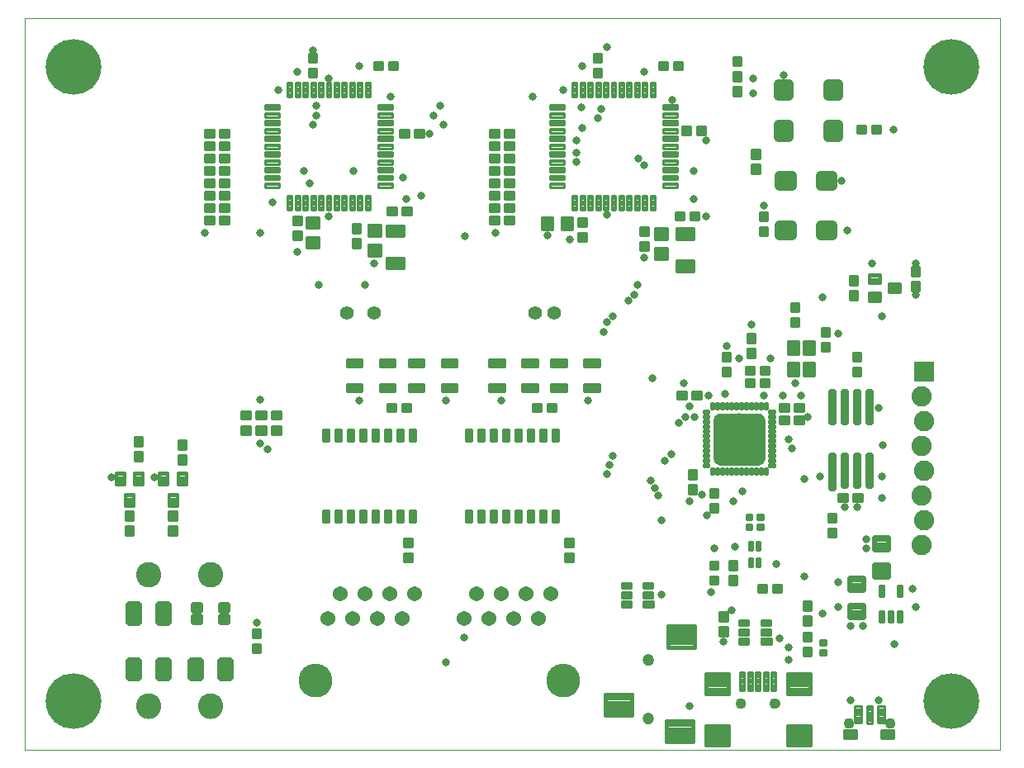
<source format=gts>
G75*
%MOIN*%
%OFA0B0*%
%FSLAX25Y25*%
%IPPOS*%
%LPD*%
%AMOC8*
5,1,8,0,0,1.08239X$1,22.5*
%
%ADD10C,0.00000*%
%ADD11C,0.01185*%
%ADD12C,0.01075*%
%ADD13C,0.02130*%
%ADD14C,0.02530*%
%ADD15C,0.01421*%
%ADD16C,0.01598*%
%ADD17C,0.06050*%
%ADD18C,0.13600*%
%ADD19C,0.01211*%
%ADD20C,0.01657*%
%ADD21C,0.02369*%
%ADD22C,0.05524*%
%ADD23C,0.01650*%
%ADD24C,0.01347*%
%ADD25C,0.00500*%
%ADD26C,0.06240*%
%ADD27C,0.01581*%
%ADD28C,0.01135*%
%ADD29C,0.03943*%
%ADD30C,0.01703*%
%ADD31C,0.04343*%
%ADD32C,0.10249*%
%ADD33R,0.08200X0.08200*%
%ADD34C,0.08200*%
%ADD35C,0.03353*%
%ADD36C,0.01303*%
%ADD37C,0.01126*%
%ADD38C,0.01742*%
%ADD39C,0.04737*%
%ADD40C,0.01483*%
%ADD41C,0.03181*%
%ADD42C,0.03200*%
%ADD43C,0.22454*%
D10*
X0004252Y0015829D02*
X0004252Y0311104D01*
X0397953Y0311104D01*
X0397953Y0015829D01*
X0004252Y0015829D01*
X0049528Y0033329D02*
X0049530Y0033466D01*
X0049536Y0033604D01*
X0049546Y0033741D01*
X0049560Y0033877D01*
X0049578Y0034014D01*
X0049600Y0034149D01*
X0049626Y0034284D01*
X0049655Y0034418D01*
X0049689Y0034552D01*
X0049726Y0034684D01*
X0049768Y0034815D01*
X0049813Y0034945D01*
X0049862Y0035073D01*
X0049914Y0035200D01*
X0049971Y0035325D01*
X0050030Y0035449D01*
X0050094Y0035571D01*
X0050161Y0035691D01*
X0050231Y0035809D01*
X0050305Y0035925D01*
X0050382Y0036039D01*
X0050463Y0036150D01*
X0050546Y0036259D01*
X0050633Y0036366D01*
X0050723Y0036469D01*
X0050816Y0036571D01*
X0050912Y0036669D01*
X0051010Y0036765D01*
X0051112Y0036858D01*
X0051215Y0036948D01*
X0051322Y0037035D01*
X0051431Y0037118D01*
X0051542Y0037199D01*
X0051656Y0037276D01*
X0051772Y0037350D01*
X0051890Y0037420D01*
X0052010Y0037487D01*
X0052132Y0037551D01*
X0052256Y0037610D01*
X0052381Y0037667D01*
X0052508Y0037719D01*
X0052636Y0037768D01*
X0052766Y0037813D01*
X0052897Y0037855D01*
X0053029Y0037892D01*
X0053163Y0037926D01*
X0053297Y0037955D01*
X0053432Y0037981D01*
X0053567Y0038003D01*
X0053704Y0038021D01*
X0053840Y0038035D01*
X0053977Y0038045D01*
X0054115Y0038051D01*
X0054252Y0038053D01*
X0054389Y0038051D01*
X0054527Y0038045D01*
X0054664Y0038035D01*
X0054800Y0038021D01*
X0054937Y0038003D01*
X0055072Y0037981D01*
X0055207Y0037955D01*
X0055341Y0037926D01*
X0055475Y0037892D01*
X0055607Y0037855D01*
X0055738Y0037813D01*
X0055868Y0037768D01*
X0055996Y0037719D01*
X0056123Y0037667D01*
X0056248Y0037610D01*
X0056372Y0037551D01*
X0056494Y0037487D01*
X0056614Y0037420D01*
X0056732Y0037350D01*
X0056848Y0037276D01*
X0056962Y0037199D01*
X0057073Y0037118D01*
X0057182Y0037035D01*
X0057289Y0036948D01*
X0057392Y0036858D01*
X0057494Y0036765D01*
X0057592Y0036669D01*
X0057688Y0036571D01*
X0057781Y0036469D01*
X0057871Y0036366D01*
X0057958Y0036259D01*
X0058041Y0036150D01*
X0058122Y0036039D01*
X0058199Y0035925D01*
X0058273Y0035809D01*
X0058343Y0035691D01*
X0058410Y0035571D01*
X0058474Y0035449D01*
X0058533Y0035325D01*
X0058590Y0035200D01*
X0058642Y0035073D01*
X0058691Y0034945D01*
X0058736Y0034815D01*
X0058778Y0034684D01*
X0058815Y0034552D01*
X0058849Y0034418D01*
X0058878Y0034284D01*
X0058904Y0034149D01*
X0058926Y0034014D01*
X0058944Y0033877D01*
X0058958Y0033741D01*
X0058968Y0033604D01*
X0058974Y0033466D01*
X0058976Y0033329D01*
X0058974Y0033192D01*
X0058968Y0033054D01*
X0058958Y0032917D01*
X0058944Y0032781D01*
X0058926Y0032644D01*
X0058904Y0032509D01*
X0058878Y0032374D01*
X0058849Y0032240D01*
X0058815Y0032106D01*
X0058778Y0031974D01*
X0058736Y0031843D01*
X0058691Y0031713D01*
X0058642Y0031585D01*
X0058590Y0031458D01*
X0058533Y0031333D01*
X0058474Y0031209D01*
X0058410Y0031087D01*
X0058343Y0030967D01*
X0058273Y0030849D01*
X0058199Y0030733D01*
X0058122Y0030619D01*
X0058041Y0030508D01*
X0057958Y0030399D01*
X0057871Y0030292D01*
X0057781Y0030189D01*
X0057688Y0030087D01*
X0057592Y0029989D01*
X0057494Y0029893D01*
X0057392Y0029800D01*
X0057289Y0029710D01*
X0057182Y0029623D01*
X0057073Y0029540D01*
X0056962Y0029459D01*
X0056848Y0029382D01*
X0056732Y0029308D01*
X0056614Y0029238D01*
X0056494Y0029171D01*
X0056372Y0029107D01*
X0056248Y0029048D01*
X0056123Y0028991D01*
X0055996Y0028939D01*
X0055868Y0028890D01*
X0055738Y0028845D01*
X0055607Y0028803D01*
X0055475Y0028766D01*
X0055341Y0028732D01*
X0055207Y0028703D01*
X0055072Y0028677D01*
X0054937Y0028655D01*
X0054800Y0028637D01*
X0054664Y0028623D01*
X0054527Y0028613D01*
X0054389Y0028607D01*
X0054252Y0028605D01*
X0054115Y0028607D01*
X0053977Y0028613D01*
X0053840Y0028623D01*
X0053704Y0028637D01*
X0053567Y0028655D01*
X0053432Y0028677D01*
X0053297Y0028703D01*
X0053163Y0028732D01*
X0053029Y0028766D01*
X0052897Y0028803D01*
X0052766Y0028845D01*
X0052636Y0028890D01*
X0052508Y0028939D01*
X0052381Y0028991D01*
X0052256Y0029048D01*
X0052132Y0029107D01*
X0052010Y0029171D01*
X0051890Y0029238D01*
X0051772Y0029308D01*
X0051656Y0029382D01*
X0051542Y0029459D01*
X0051431Y0029540D01*
X0051322Y0029623D01*
X0051215Y0029710D01*
X0051112Y0029800D01*
X0051010Y0029893D01*
X0050912Y0029989D01*
X0050816Y0030087D01*
X0050723Y0030189D01*
X0050633Y0030292D01*
X0050546Y0030399D01*
X0050463Y0030508D01*
X0050382Y0030619D01*
X0050305Y0030733D01*
X0050231Y0030849D01*
X0050161Y0030967D01*
X0050094Y0031087D01*
X0050030Y0031209D01*
X0049971Y0031333D01*
X0049914Y0031458D01*
X0049862Y0031585D01*
X0049813Y0031713D01*
X0049768Y0031843D01*
X0049726Y0031974D01*
X0049689Y0032106D01*
X0049655Y0032240D01*
X0049626Y0032374D01*
X0049600Y0032509D01*
X0049578Y0032644D01*
X0049560Y0032781D01*
X0049546Y0032917D01*
X0049536Y0033054D01*
X0049530Y0033192D01*
X0049528Y0033329D01*
X0074528Y0033329D02*
X0074530Y0033466D01*
X0074536Y0033604D01*
X0074546Y0033741D01*
X0074560Y0033877D01*
X0074578Y0034014D01*
X0074600Y0034149D01*
X0074626Y0034284D01*
X0074655Y0034418D01*
X0074689Y0034552D01*
X0074726Y0034684D01*
X0074768Y0034815D01*
X0074813Y0034945D01*
X0074862Y0035073D01*
X0074914Y0035200D01*
X0074971Y0035325D01*
X0075030Y0035449D01*
X0075094Y0035571D01*
X0075161Y0035691D01*
X0075231Y0035809D01*
X0075305Y0035925D01*
X0075382Y0036039D01*
X0075463Y0036150D01*
X0075546Y0036259D01*
X0075633Y0036366D01*
X0075723Y0036469D01*
X0075816Y0036571D01*
X0075912Y0036669D01*
X0076010Y0036765D01*
X0076112Y0036858D01*
X0076215Y0036948D01*
X0076322Y0037035D01*
X0076431Y0037118D01*
X0076542Y0037199D01*
X0076656Y0037276D01*
X0076772Y0037350D01*
X0076890Y0037420D01*
X0077010Y0037487D01*
X0077132Y0037551D01*
X0077256Y0037610D01*
X0077381Y0037667D01*
X0077508Y0037719D01*
X0077636Y0037768D01*
X0077766Y0037813D01*
X0077897Y0037855D01*
X0078029Y0037892D01*
X0078163Y0037926D01*
X0078297Y0037955D01*
X0078432Y0037981D01*
X0078567Y0038003D01*
X0078704Y0038021D01*
X0078840Y0038035D01*
X0078977Y0038045D01*
X0079115Y0038051D01*
X0079252Y0038053D01*
X0079389Y0038051D01*
X0079527Y0038045D01*
X0079664Y0038035D01*
X0079800Y0038021D01*
X0079937Y0038003D01*
X0080072Y0037981D01*
X0080207Y0037955D01*
X0080341Y0037926D01*
X0080475Y0037892D01*
X0080607Y0037855D01*
X0080738Y0037813D01*
X0080868Y0037768D01*
X0080996Y0037719D01*
X0081123Y0037667D01*
X0081248Y0037610D01*
X0081372Y0037551D01*
X0081494Y0037487D01*
X0081614Y0037420D01*
X0081732Y0037350D01*
X0081848Y0037276D01*
X0081962Y0037199D01*
X0082073Y0037118D01*
X0082182Y0037035D01*
X0082289Y0036948D01*
X0082392Y0036858D01*
X0082494Y0036765D01*
X0082592Y0036669D01*
X0082688Y0036571D01*
X0082781Y0036469D01*
X0082871Y0036366D01*
X0082958Y0036259D01*
X0083041Y0036150D01*
X0083122Y0036039D01*
X0083199Y0035925D01*
X0083273Y0035809D01*
X0083343Y0035691D01*
X0083410Y0035571D01*
X0083474Y0035449D01*
X0083533Y0035325D01*
X0083590Y0035200D01*
X0083642Y0035073D01*
X0083691Y0034945D01*
X0083736Y0034815D01*
X0083778Y0034684D01*
X0083815Y0034552D01*
X0083849Y0034418D01*
X0083878Y0034284D01*
X0083904Y0034149D01*
X0083926Y0034014D01*
X0083944Y0033877D01*
X0083958Y0033741D01*
X0083968Y0033604D01*
X0083974Y0033466D01*
X0083976Y0033329D01*
X0083974Y0033192D01*
X0083968Y0033054D01*
X0083958Y0032917D01*
X0083944Y0032781D01*
X0083926Y0032644D01*
X0083904Y0032509D01*
X0083878Y0032374D01*
X0083849Y0032240D01*
X0083815Y0032106D01*
X0083778Y0031974D01*
X0083736Y0031843D01*
X0083691Y0031713D01*
X0083642Y0031585D01*
X0083590Y0031458D01*
X0083533Y0031333D01*
X0083474Y0031209D01*
X0083410Y0031087D01*
X0083343Y0030967D01*
X0083273Y0030849D01*
X0083199Y0030733D01*
X0083122Y0030619D01*
X0083041Y0030508D01*
X0082958Y0030399D01*
X0082871Y0030292D01*
X0082781Y0030189D01*
X0082688Y0030087D01*
X0082592Y0029989D01*
X0082494Y0029893D01*
X0082392Y0029800D01*
X0082289Y0029710D01*
X0082182Y0029623D01*
X0082073Y0029540D01*
X0081962Y0029459D01*
X0081848Y0029382D01*
X0081732Y0029308D01*
X0081614Y0029238D01*
X0081494Y0029171D01*
X0081372Y0029107D01*
X0081248Y0029048D01*
X0081123Y0028991D01*
X0080996Y0028939D01*
X0080868Y0028890D01*
X0080738Y0028845D01*
X0080607Y0028803D01*
X0080475Y0028766D01*
X0080341Y0028732D01*
X0080207Y0028703D01*
X0080072Y0028677D01*
X0079937Y0028655D01*
X0079800Y0028637D01*
X0079664Y0028623D01*
X0079527Y0028613D01*
X0079389Y0028607D01*
X0079252Y0028605D01*
X0079115Y0028607D01*
X0078977Y0028613D01*
X0078840Y0028623D01*
X0078704Y0028637D01*
X0078567Y0028655D01*
X0078432Y0028677D01*
X0078297Y0028703D01*
X0078163Y0028732D01*
X0078029Y0028766D01*
X0077897Y0028803D01*
X0077766Y0028845D01*
X0077636Y0028890D01*
X0077508Y0028939D01*
X0077381Y0028991D01*
X0077256Y0029048D01*
X0077132Y0029107D01*
X0077010Y0029171D01*
X0076890Y0029238D01*
X0076772Y0029308D01*
X0076656Y0029382D01*
X0076542Y0029459D01*
X0076431Y0029540D01*
X0076322Y0029623D01*
X0076215Y0029710D01*
X0076112Y0029800D01*
X0076010Y0029893D01*
X0075912Y0029989D01*
X0075816Y0030087D01*
X0075723Y0030189D01*
X0075633Y0030292D01*
X0075546Y0030399D01*
X0075463Y0030508D01*
X0075382Y0030619D01*
X0075305Y0030733D01*
X0075231Y0030849D01*
X0075161Y0030967D01*
X0075094Y0031087D01*
X0075030Y0031209D01*
X0074971Y0031333D01*
X0074914Y0031458D01*
X0074862Y0031585D01*
X0074813Y0031713D01*
X0074768Y0031843D01*
X0074726Y0031974D01*
X0074689Y0032106D01*
X0074655Y0032240D01*
X0074626Y0032374D01*
X0074600Y0032509D01*
X0074578Y0032644D01*
X0074560Y0032781D01*
X0074546Y0032917D01*
X0074536Y0033054D01*
X0074530Y0033192D01*
X0074528Y0033329D01*
X0115352Y0043703D02*
X0115354Y0043863D01*
X0115360Y0044022D01*
X0115370Y0044181D01*
X0115384Y0044340D01*
X0115402Y0044499D01*
X0115423Y0044657D01*
X0115449Y0044814D01*
X0115479Y0044971D01*
X0115512Y0045127D01*
X0115550Y0045282D01*
X0115591Y0045436D01*
X0115636Y0045589D01*
X0115685Y0045741D01*
X0115738Y0045892D01*
X0115794Y0046041D01*
X0115855Y0046189D01*
X0115918Y0046335D01*
X0115986Y0046480D01*
X0116057Y0046623D01*
X0116131Y0046764D01*
X0116209Y0046903D01*
X0116291Y0047040D01*
X0116376Y0047175D01*
X0116464Y0047308D01*
X0116556Y0047439D01*
X0116650Y0047567D01*
X0116748Y0047693D01*
X0116849Y0047817D01*
X0116953Y0047938D01*
X0117060Y0048056D01*
X0117170Y0048172D01*
X0117283Y0048285D01*
X0117399Y0048395D01*
X0117517Y0048502D01*
X0117638Y0048606D01*
X0117762Y0048707D01*
X0117888Y0048805D01*
X0118016Y0048899D01*
X0118147Y0048991D01*
X0118280Y0049079D01*
X0118415Y0049164D01*
X0118552Y0049246D01*
X0118691Y0049324D01*
X0118832Y0049398D01*
X0118975Y0049469D01*
X0119120Y0049537D01*
X0119266Y0049600D01*
X0119414Y0049661D01*
X0119563Y0049717D01*
X0119714Y0049770D01*
X0119866Y0049819D01*
X0120019Y0049864D01*
X0120173Y0049905D01*
X0120328Y0049943D01*
X0120484Y0049976D01*
X0120641Y0050006D01*
X0120798Y0050032D01*
X0120956Y0050053D01*
X0121115Y0050071D01*
X0121274Y0050085D01*
X0121433Y0050095D01*
X0121592Y0050101D01*
X0121752Y0050103D01*
X0121912Y0050101D01*
X0122071Y0050095D01*
X0122230Y0050085D01*
X0122389Y0050071D01*
X0122548Y0050053D01*
X0122706Y0050032D01*
X0122863Y0050006D01*
X0123020Y0049976D01*
X0123176Y0049943D01*
X0123331Y0049905D01*
X0123485Y0049864D01*
X0123638Y0049819D01*
X0123790Y0049770D01*
X0123941Y0049717D01*
X0124090Y0049661D01*
X0124238Y0049600D01*
X0124384Y0049537D01*
X0124529Y0049469D01*
X0124672Y0049398D01*
X0124813Y0049324D01*
X0124952Y0049246D01*
X0125089Y0049164D01*
X0125224Y0049079D01*
X0125357Y0048991D01*
X0125488Y0048899D01*
X0125616Y0048805D01*
X0125742Y0048707D01*
X0125866Y0048606D01*
X0125987Y0048502D01*
X0126105Y0048395D01*
X0126221Y0048285D01*
X0126334Y0048172D01*
X0126444Y0048056D01*
X0126551Y0047938D01*
X0126655Y0047817D01*
X0126756Y0047693D01*
X0126854Y0047567D01*
X0126948Y0047439D01*
X0127040Y0047308D01*
X0127128Y0047175D01*
X0127213Y0047040D01*
X0127295Y0046903D01*
X0127373Y0046764D01*
X0127447Y0046623D01*
X0127518Y0046480D01*
X0127586Y0046335D01*
X0127649Y0046189D01*
X0127710Y0046041D01*
X0127766Y0045892D01*
X0127819Y0045741D01*
X0127868Y0045589D01*
X0127913Y0045436D01*
X0127954Y0045282D01*
X0127992Y0045127D01*
X0128025Y0044971D01*
X0128055Y0044814D01*
X0128081Y0044657D01*
X0128102Y0044499D01*
X0128120Y0044340D01*
X0128134Y0044181D01*
X0128144Y0044022D01*
X0128150Y0043863D01*
X0128152Y0043703D01*
X0128150Y0043543D01*
X0128144Y0043384D01*
X0128134Y0043225D01*
X0128120Y0043066D01*
X0128102Y0042907D01*
X0128081Y0042749D01*
X0128055Y0042592D01*
X0128025Y0042435D01*
X0127992Y0042279D01*
X0127954Y0042124D01*
X0127913Y0041970D01*
X0127868Y0041817D01*
X0127819Y0041665D01*
X0127766Y0041514D01*
X0127710Y0041365D01*
X0127649Y0041217D01*
X0127586Y0041071D01*
X0127518Y0040926D01*
X0127447Y0040783D01*
X0127373Y0040642D01*
X0127295Y0040503D01*
X0127213Y0040366D01*
X0127128Y0040231D01*
X0127040Y0040098D01*
X0126948Y0039967D01*
X0126854Y0039839D01*
X0126756Y0039713D01*
X0126655Y0039589D01*
X0126551Y0039468D01*
X0126444Y0039350D01*
X0126334Y0039234D01*
X0126221Y0039121D01*
X0126105Y0039011D01*
X0125987Y0038904D01*
X0125866Y0038800D01*
X0125742Y0038699D01*
X0125616Y0038601D01*
X0125488Y0038507D01*
X0125357Y0038415D01*
X0125224Y0038327D01*
X0125089Y0038242D01*
X0124952Y0038160D01*
X0124813Y0038082D01*
X0124672Y0038008D01*
X0124529Y0037937D01*
X0124384Y0037869D01*
X0124238Y0037806D01*
X0124090Y0037745D01*
X0123941Y0037689D01*
X0123790Y0037636D01*
X0123638Y0037587D01*
X0123485Y0037542D01*
X0123331Y0037501D01*
X0123176Y0037463D01*
X0123020Y0037430D01*
X0122863Y0037400D01*
X0122706Y0037374D01*
X0122548Y0037353D01*
X0122389Y0037335D01*
X0122230Y0037321D01*
X0122071Y0037311D01*
X0121912Y0037305D01*
X0121752Y0037303D01*
X0121592Y0037305D01*
X0121433Y0037311D01*
X0121274Y0037321D01*
X0121115Y0037335D01*
X0120956Y0037353D01*
X0120798Y0037374D01*
X0120641Y0037400D01*
X0120484Y0037430D01*
X0120328Y0037463D01*
X0120173Y0037501D01*
X0120019Y0037542D01*
X0119866Y0037587D01*
X0119714Y0037636D01*
X0119563Y0037689D01*
X0119414Y0037745D01*
X0119266Y0037806D01*
X0119120Y0037869D01*
X0118975Y0037937D01*
X0118832Y0038008D01*
X0118691Y0038082D01*
X0118552Y0038160D01*
X0118415Y0038242D01*
X0118280Y0038327D01*
X0118147Y0038415D01*
X0118016Y0038507D01*
X0117888Y0038601D01*
X0117762Y0038699D01*
X0117638Y0038800D01*
X0117517Y0038904D01*
X0117399Y0039011D01*
X0117283Y0039121D01*
X0117170Y0039234D01*
X0117060Y0039350D01*
X0116953Y0039468D01*
X0116849Y0039589D01*
X0116748Y0039713D01*
X0116650Y0039839D01*
X0116556Y0039967D01*
X0116464Y0040098D01*
X0116376Y0040231D01*
X0116291Y0040366D01*
X0116209Y0040503D01*
X0116131Y0040642D01*
X0116057Y0040783D01*
X0115986Y0040926D01*
X0115918Y0041071D01*
X0115855Y0041217D01*
X0115794Y0041365D01*
X0115738Y0041514D01*
X0115685Y0041665D01*
X0115636Y0041817D01*
X0115591Y0041970D01*
X0115550Y0042124D01*
X0115512Y0042279D01*
X0115479Y0042435D01*
X0115449Y0042592D01*
X0115423Y0042749D01*
X0115402Y0042907D01*
X0115384Y0043066D01*
X0115370Y0043225D01*
X0115360Y0043384D01*
X0115354Y0043543D01*
X0115352Y0043703D01*
X0074528Y0086478D02*
X0074530Y0086615D01*
X0074536Y0086753D01*
X0074546Y0086890D01*
X0074560Y0087026D01*
X0074578Y0087163D01*
X0074600Y0087298D01*
X0074626Y0087433D01*
X0074655Y0087567D01*
X0074689Y0087701D01*
X0074726Y0087833D01*
X0074768Y0087964D01*
X0074813Y0088094D01*
X0074862Y0088222D01*
X0074914Y0088349D01*
X0074971Y0088474D01*
X0075030Y0088598D01*
X0075094Y0088720D01*
X0075161Y0088840D01*
X0075231Y0088958D01*
X0075305Y0089074D01*
X0075382Y0089188D01*
X0075463Y0089299D01*
X0075546Y0089408D01*
X0075633Y0089515D01*
X0075723Y0089618D01*
X0075816Y0089720D01*
X0075912Y0089818D01*
X0076010Y0089914D01*
X0076112Y0090007D01*
X0076215Y0090097D01*
X0076322Y0090184D01*
X0076431Y0090267D01*
X0076542Y0090348D01*
X0076656Y0090425D01*
X0076772Y0090499D01*
X0076890Y0090569D01*
X0077010Y0090636D01*
X0077132Y0090700D01*
X0077256Y0090759D01*
X0077381Y0090816D01*
X0077508Y0090868D01*
X0077636Y0090917D01*
X0077766Y0090962D01*
X0077897Y0091004D01*
X0078029Y0091041D01*
X0078163Y0091075D01*
X0078297Y0091104D01*
X0078432Y0091130D01*
X0078567Y0091152D01*
X0078704Y0091170D01*
X0078840Y0091184D01*
X0078977Y0091194D01*
X0079115Y0091200D01*
X0079252Y0091202D01*
X0079389Y0091200D01*
X0079527Y0091194D01*
X0079664Y0091184D01*
X0079800Y0091170D01*
X0079937Y0091152D01*
X0080072Y0091130D01*
X0080207Y0091104D01*
X0080341Y0091075D01*
X0080475Y0091041D01*
X0080607Y0091004D01*
X0080738Y0090962D01*
X0080868Y0090917D01*
X0080996Y0090868D01*
X0081123Y0090816D01*
X0081248Y0090759D01*
X0081372Y0090700D01*
X0081494Y0090636D01*
X0081614Y0090569D01*
X0081732Y0090499D01*
X0081848Y0090425D01*
X0081962Y0090348D01*
X0082073Y0090267D01*
X0082182Y0090184D01*
X0082289Y0090097D01*
X0082392Y0090007D01*
X0082494Y0089914D01*
X0082592Y0089818D01*
X0082688Y0089720D01*
X0082781Y0089618D01*
X0082871Y0089515D01*
X0082958Y0089408D01*
X0083041Y0089299D01*
X0083122Y0089188D01*
X0083199Y0089074D01*
X0083273Y0088958D01*
X0083343Y0088840D01*
X0083410Y0088720D01*
X0083474Y0088598D01*
X0083533Y0088474D01*
X0083590Y0088349D01*
X0083642Y0088222D01*
X0083691Y0088094D01*
X0083736Y0087964D01*
X0083778Y0087833D01*
X0083815Y0087701D01*
X0083849Y0087567D01*
X0083878Y0087433D01*
X0083904Y0087298D01*
X0083926Y0087163D01*
X0083944Y0087026D01*
X0083958Y0086890D01*
X0083968Y0086753D01*
X0083974Y0086615D01*
X0083976Y0086478D01*
X0083974Y0086341D01*
X0083968Y0086203D01*
X0083958Y0086066D01*
X0083944Y0085930D01*
X0083926Y0085793D01*
X0083904Y0085658D01*
X0083878Y0085523D01*
X0083849Y0085389D01*
X0083815Y0085255D01*
X0083778Y0085123D01*
X0083736Y0084992D01*
X0083691Y0084862D01*
X0083642Y0084734D01*
X0083590Y0084607D01*
X0083533Y0084482D01*
X0083474Y0084358D01*
X0083410Y0084236D01*
X0083343Y0084116D01*
X0083273Y0083998D01*
X0083199Y0083882D01*
X0083122Y0083768D01*
X0083041Y0083657D01*
X0082958Y0083548D01*
X0082871Y0083441D01*
X0082781Y0083338D01*
X0082688Y0083236D01*
X0082592Y0083138D01*
X0082494Y0083042D01*
X0082392Y0082949D01*
X0082289Y0082859D01*
X0082182Y0082772D01*
X0082073Y0082689D01*
X0081962Y0082608D01*
X0081848Y0082531D01*
X0081732Y0082457D01*
X0081614Y0082387D01*
X0081494Y0082320D01*
X0081372Y0082256D01*
X0081248Y0082197D01*
X0081123Y0082140D01*
X0080996Y0082088D01*
X0080868Y0082039D01*
X0080738Y0081994D01*
X0080607Y0081952D01*
X0080475Y0081915D01*
X0080341Y0081881D01*
X0080207Y0081852D01*
X0080072Y0081826D01*
X0079937Y0081804D01*
X0079800Y0081786D01*
X0079664Y0081772D01*
X0079527Y0081762D01*
X0079389Y0081756D01*
X0079252Y0081754D01*
X0079115Y0081756D01*
X0078977Y0081762D01*
X0078840Y0081772D01*
X0078704Y0081786D01*
X0078567Y0081804D01*
X0078432Y0081826D01*
X0078297Y0081852D01*
X0078163Y0081881D01*
X0078029Y0081915D01*
X0077897Y0081952D01*
X0077766Y0081994D01*
X0077636Y0082039D01*
X0077508Y0082088D01*
X0077381Y0082140D01*
X0077256Y0082197D01*
X0077132Y0082256D01*
X0077010Y0082320D01*
X0076890Y0082387D01*
X0076772Y0082457D01*
X0076656Y0082531D01*
X0076542Y0082608D01*
X0076431Y0082689D01*
X0076322Y0082772D01*
X0076215Y0082859D01*
X0076112Y0082949D01*
X0076010Y0083042D01*
X0075912Y0083138D01*
X0075816Y0083236D01*
X0075723Y0083338D01*
X0075633Y0083441D01*
X0075546Y0083548D01*
X0075463Y0083657D01*
X0075382Y0083768D01*
X0075305Y0083882D01*
X0075231Y0083998D01*
X0075161Y0084116D01*
X0075094Y0084236D01*
X0075030Y0084358D01*
X0074971Y0084482D01*
X0074914Y0084607D01*
X0074862Y0084734D01*
X0074813Y0084862D01*
X0074768Y0084992D01*
X0074726Y0085123D01*
X0074689Y0085255D01*
X0074655Y0085389D01*
X0074626Y0085523D01*
X0074600Y0085658D01*
X0074578Y0085793D01*
X0074560Y0085930D01*
X0074546Y0086066D01*
X0074536Y0086203D01*
X0074530Y0086341D01*
X0074528Y0086478D01*
X0049528Y0086478D02*
X0049530Y0086615D01*
X0049536Y0086753D01*
X0049546Y0086890D01*
X0049560Y0087026D01*
X0049578Y0087163D01*
X0049600Y0087298D01*
X0049626Y0087433D01*
X0049655Y0087567D01*
X0049689Y0087701D01*
X0049726Y0087833D01*
X0049768Y0087964D01*
X0049813Y0088094D01*
X0049862Y0088222D01*
X0049914Y0088349D01*
X0049971Y0088474D01*
X0050030Y0088598D01*
X0050094Y0088720D01*
X0050161Y0088840D01*
X0050231Y0088958D01*
X0050305Y0089074D01*
X0050382Y0089188D01*
X0050463Y0089299D01*
X0050546Y0089408D01*
X0050633Y0089515D01*
X0050723Y0089618D01*
X0050816Y0089720D01*
X0050912Y0089818D01*
X0051010Y0089914D01*
X0051112Y0090007D01*
X0051215Y0090097D01*
X0051322Y0090184D01*
X0051431Y0090267D01*
X0051542Y0090348D01*
X0051656Y0090425D01*
X0051772Y0090499D01*
X0051890Y0090569D01*
X0052010Y0090636D01*
X0052132Y0090700D01*
X0052256Y0090759D01*
X0052381Y0090816D01*
X0052508Y0090868D01*
X0052636Y0090917D01*
X0052766Y0090962D01*
X0052897Y0091004D01*
X0053029Y0091041D01*
X0053163Y0091075D01*
X0053297Y0091104D01*
X0053432Y0091130D01*
X0053567Y0091152D01*
X0053704Y0091170D01*
X0053840Y0091184D01*
X0053977Y0091194D01*
X0054115Y0091200D01*
X0054252Y0091202D01*
X0054389Y0091200D01*
X0054527Y0091194D01*
X0054664Y0091184D01*
X0054800Y0091170D01*
X0054937Y0091152D01*
X0055072Y0091130D01*
X0055207Y0091104D01*
X0055341Y0091075D01*
X0055475Y0091041D01*
X0055607Y0091004D01*
X0055738Y0090962D01*
X0055868Y0090917D01*
X0055996Y0090868D01*
X0056123Y0090816D01*
X0056248Y0090759D01*
X0056372Y0090700D01*
X0056494Y0090636D01*
X0056614Y0090569D01*
X0056732Y0090499D01*
X0056848Y0090425D01*
X0056962Y0090348D01*
X0057073Y0090267D01*
X0057182Y0090184D01*
X0057289Y0090097D01*
X0057392Y0090007D01*
X0057494Y0089914D01*
X0057592Y0089818D01*
X0057688Y0089720D01*
X0057781Y0089618D01*
X0057871Y0089515D01*
X0057958Y0089408D01*
X0058041Y0089299D01*
X0058122Y0089188D01*
X0058199Y0089074D01*
X0058273Y0088958D01*
X0058343Y0088840D01*
X0058410Y0088720D01*
X0058474Y0088598D01*
X0058533Y0088474D01*
X0058590Y0088349D01*
X0058642Y0088222D01*
X0058691Y0088094D01*
X0058736Y0087964D01*
X0058778Y0087833D01*
X0058815Y0087701D01*
X0058849Y0087567D01*
X0058878Y0087433D01*
X0058904Y0087298D01*
X0058926Y0087163D01*
X0058944Y0087026D01*
X0058958Y0086890D01*
X0058968Y0086753D01*
X0058974Y0086615D01*
X0058976Y0086478D01*
X0058974Y0086341D01*
X0058968Y0086203D01*
X0058958Y0086066D01*
X0058944Y0085930D01*
X0058926Y0085793D01*
X0058904Y0085658D01*
X0058878Y0085523D01*
X0058849Y0085389D01*
X0058815Y0085255D01*
X0058778Y0085123D01*
X0058736Y0084992D01*
X0058691Y0084862D01*
X0058642Y0084734D01*
X0058590Y0084607D01*
X0058533Y0084482D01*
X0058474Y0084358D01*
X0058410Y0084236D01*
X0058343Y0084116D01*
X0058273Y0083998D01*
X0058199Y0083882D01*
X0058122Y0083768D01*
X0058041Y0083657D01*
X0057958Y0083548D01*
X0057871Y0083441D01*
X0057781Y0083338D01*
X0057688Y0083236D01*
X0057592Y0083138D01*
X0057494Y0083042D01*
X0057392Y0082949D01*
X0057289Y0082859D01*
X0057182Y0082772D01*
X0057073Y0082689D01*
X0056962Y0082608D01*
X0056848Y0082531D01*
X0056732Y0082457D01*
X0056614Y0082387D01*
X0056494Y0082320D01*
X0056372Y0082256D01*
X0056248Y0082197D01*
X0056123Y0082140D01*
X0055996Y0082088D01*
X0055868Y0082039D01*
X0055738Y0081994D01*
X0055607Y0081952D01*
X0055475Y0081915D01*
X0055341Y0081881D01*
X0055207Y0081852D01*
X0055072Y0081826D01*
X0054937Y0081804D01*
X0054800Y0081786D01*
X0054664Y0081772D01*
X0054527Y0081762D01*
X0054389Y0081756D01*
X0054252Y0081754D01*
X0054115Y0081756D01*
X0053977Y0081762D01*
X0053840Y0081772D01*
X0053704Y0081786D01*
X0053567Y0081804D01*
X0053432Y0081826D01*
X0053297Y0081852D01*
X0053163Y0081881D01*
X0053029Y0081915D01*
X0052897Y0081952D01*
X0052766Y0081994D01*
X0052636Y0082039D01*
X0052508Y0082088D01*
X0052381Y0082140D01*
X0052256Y0082197D01*
X0052132Y0082256D01*
X0052010Y0082320D01*
X0051890Y0082387D01*
X0051772Y0082457D01*
X0051656Y0082531D01*
X0051542Y0082608D01*
X0051431Y0082689D01*
X0051322Y0082772D01*
X0051215Y0082859D01*
X0051112Y0082949D01*
X0051010Y0083042D01*
X0050912Y0083138D01*
X0050816Y0083236D01*
X0050723Y0083338D01*
X0050633Y0083441D01*
X0050546Y0083548D01*
X0050463Y0083657D01*
X0050382Y0083768D01*
X0050305Y0083882D01*
X0050231Y0083998D01*
X0050161Y0084116D01*
X0050094Y0084236D01*
X0050030Y0084358D01*
X0049971Y0084482D01*
X0049914Y0084607D01*
X0049862Y0084734D01*
X0049813Y0084862D01*
X0049768Y0084992D01*
X0049726Y0085123D01*
X0049689Y0085255D01*
X0049655Y0085389D01*
X0049626Y0085523D01*
X0049600Y0085658D01*
X0049578Y0085793D01*
X0049560Y0085930D01*
X0049546Y0086066D01*
X0049536Y0086203D01*
X0049530Y0086341D01*
X0049528Y0086478D01*
X0215352Y0043703D02*
X0215354Y0043863D01*
X0215360Y0044022D01*
X0215370Y0044181D01*
X0215384Y0044340D01*
X0215402Y0044499D01*
X0215423Y0044657D01*
X0215449Y0044814D01*
X0215479Y0044971D01*
X0215512Y0045127D01*
X0215550Y0045282D01*
X0215591Y0045436D01*
X0215636Y0045589D01*
X0215685Y0045741D01*
X0215738Y0045892D01*
X0215794Y0046041D01*
X0215855Y0046189D01*
X0215918Y0046335D01*
X0215986Y0046480D01*
X0216057Y0046623D01*
X0216131Y0046764D01*
X0216209Y0046903D01*
X0216291Y0047040D01*
X0216376Y0047175D01*
X0216464Y0047308D01*
X0216556Y0047439D01*
X0216650Y0047567D01*
X0216748Y0047693D01*
X0216849Y0047817D01*
X0216953Y0047938D01*
X0217060Y0048056D01*
X0217170Y0048172D01*
X0217283Y0048285D01*
X0217399Y0048395D01*
X0217517Y0048502D01*
X0217638Y0048606D01*
X0217762Y0048707D01*
X0217888Y0048805D01*
X0218016Y0048899D01*
X0218147Y0048991D01*
X0218280Y0049079D01*
X0218415Y0049164D01*
X0218552Y0049246D01*
X0218691Y0049324D01*
X0218832Y0049398D01*
X0218975Y0049469D01*
X0219120Y0049537D01*
X0219266Y0049600D01*
X0219414Y0049661D01*
X0219563Y0049717D01*
X0219714Y0049770D01*
X0219866Y0049819D01*
X0220019Y0049864D01*
X0220173Y0049905D01*
X0220328Y0049943D01*
X0220484Y0049976D01*
X0220641Y0050006D01*
X0220798Y0050032D01*
X0220956Y0050053D01*
X0221115Y0050071D01*
X0221274Y0050085D01*
X0221433Y0050095D01*
X0221592Y0050101D01*
X0221752Y0050103D01*
X0221912Y0050101D01*
X0222071Y0050095D01*
X0222230Y0050085D01*
X0222389Y0050071D01*
X0222548Y0050053D01*
X0222706Y0050032D01*
X0222863Y0050006D01*
X0223020Y0049976D01*
X0223176Y0049943D01*
X0223331Y0049905D01*
X0223485Y0049864D01*
X0223638Y0049819D01*
X0223790Y0049770D01*
X0223941Y0049717D01*
X0224090Y0049661D01*
X0224238Y0049600D01*
X0224384Y0049537D01*
X0224529Y0049469D01*
X0224672Y0049398D01*
X0224813Y0049324D01*
X0224952Y0049246D01*
X0225089Y0049164D01*
X0225224Y0049079D01*
X0225357Y0048991D01*
X0225488Y0048899D01*
X0225616Y0048805D01*
X0225742Y0048707D01*
X0225866Y0048606D01*
X0225987Y0048502D01*
X0226105Y0048395D01*
X0226221Y0048285D01*
X0226334Y0048172D01*
X0226444Y0048056D01*
X0226551Y0047938D01*
X0226655Y0047817D01*
X0226756Y0047693D01*
X0226854Y0047567D01*
X0226948Y0047439D01*
X0227040Y0047308D01*
X0227128Y0047175D01*
X0227213Y0047040D01*
X0227295Y0046903D01*
X0227373Y0046764D01*
X0227447Y0046623D01*
X0227518Y0046480D01*
X0227586Y0046335D01*
X0227649Y0046189D01*
X0227710Y0046041D01*
X0227766Y0045892D01*
X0227819Y0045741D01*
X0227868Y0045589D01*
X0227913Y0045436D01*
X0227954Y0045282D01*
X0227992Y0045127D01*
X0228025Y0044971D01*
X0228055Y0044814D01*
X0228081Y0044657D01*
X0228102Y0044499D01*
X0228120Y0044340D01*
X0228134Y0044181D01*
X0228144Y0044022D01*
X0228150Y0043863D01*
X0228152Y0043703D01*
X0228150Y0043543D01*
X0228144Y0043384D01*
X0228134Y0043225D01*
X0228120Y0043066D01*
X0228102Y0042907D01*
X0228081Y0042749D01*
X0228055Y0042592D01*
X0228025Y0042435D01*
X0227992Y0042279D01*
X0227954Y0042124D01*
X0227913Y0041970D01*
X0227868Y0041817D01*
X0227819Y0041665D01*
X0227766Y0041514D01*
X0227710Y0041365D01*
X0227649Y0041217D01*
X0227586Y0041071D01*
X0227518Y0040926D01*
X0227447Y0040783D01*
X0227373Y0040642D01*
X0227295Y0040503D01*
X0227213Y0040366D01*
X0227128Y0040231D01*
X0227040Y0040098D01*
X0226948Y0039967D01*
X0226854Y0039839D01*
X0226756Y0039713D01*
X0226655Y0039589D01*
X0226551Y0039468D01*
X0226444Y0039350D01*
X0226334Y0039234D01*
X0226221Y0039121D01*
X0226105Y0039011D01*
X0225987Y0038904D01*
X0225866Y0038800D01*
X0225742Y0038699D01*
X0225616Y0038601D01*
X0225488Y0038507D01*
X0225357Y0038415D01*
X0225224Y0038327D01*
X0225089Y0038242D01*
X0224952Y0038160D01*
X0224813Y0038082D01*
X0224672Y0038008D01*
X0224529Y0037937D01*
X0224384Y0037869D01*
X0224238Y0037806D01*
X0224090Y0037745D01*
X0223941Y0037689D01*
X0223790Y0037636D01*
X0223638Y0037587D01*
X0223485Y0037542D01*
X0223331Y0037501D01*
X0223176Y0037463D01*
X0223020Y0037430D01*
X0222863Y0037400D01*
X0222706Y0037374D01*
X0222548Y0037353D01*
X0222389Y0037335D01*
X0222230Y0037321D01*
X0222071Y0037311D01*
X0221912Y0037305D01*
X0221752Y0037303D01*
X0221592Y0037305D01*
X0221433Y0037311D01*
X0221274Y0037321D01*
X0221115Y0037335D01*
X0220956Y0037353D01*
X0220798Y0037374D01*
X0220641Y0037400D01*
X0220484Y0037430D01*
X0220328Y0037463D01*
X0220173Y0037501D01*
X0220019Y0037542D01*
X0219866Y0037587D01*
X0219714Y0037636D01*
X0219563Y0037689D01*
X0219414Y0037745D01*
X0219266Y0037806D01*
X0219120Y0037869D01*
X0218975Y0037937D01*
X0218832Y0038008D01*
X0218691Y0038082D01*
X0218552Y0038160D01*
X0218415Y0038242D01*
X0218280Y0038327D01*
X0218147Y0038415D01*
X0218016Y0038507D01*
X0217888Y0038601D01*
X0217762Y0038699D01*
X0217638Y0038800D01*
X0217517Y0038904D01*
X0217399Y0039011D01*
X0217283Y0039121D01*
X0217170Y0039234D01*
X0217060Y0039350D01*
X0216953Y0039468D01*
X0216849Y0039589D01*
X0216748Y0039713D01*
X0216650Y0039839D01*
X0216556Y0039967D01*
X0216464Y0040098D01*
X0216376Y0040231D01*
X0216291Y0040366D01*
X0216209Y0040503D01*
X0216131Y0040642D01*
X0216057Y0040783D01*
X0215986Y0040926D01*
X0215918Y0041071D01*
X0215855Y0041217D01*
X0215794Y0041365D01*
X0215738Y0041514D01*
X0215685Y0041665D01*
X0215636Y0041817D01*
X0215591Y0041970D01*
X0215550Y0042124D01*
X0215512Y0042279D01*
X0215479Y0042435D01*
X0215449Y0042592D01*
X0215423Y0042749D01*
X0215402Y0042907D01*
X0215384Y0043066D01*
X0215370Y0043225D01*
X0215360Y0043384D01*
X0215354Y0043543D01*
X0215352Y0043703D01*
X0253971Y0052014D02*
X0253973Y0052102D01*
X0253979Y0052190D01*
X0253989Y0052278D01*
X0254003Y0052366D01*
X0254020Y0052452D01*
X0254042Y0052538D01*
X0254067Y0052622D01*
X0254097Y0052706D01*
X0254129Y0052788D01*
X0254166Y0052868D01*
X0254206Y0052947D01*
X0254250Y0053024D01*
X0254297Y0053099D01*
X0254347Y0053171D01*
X0254401Y0053242D01*
X0254457Y0053309D01*
X0254517Y0053375D01*
X0254579Y0053437D01*
X0254645Y0053497D01*
X0254712Y0053553D01*
X0254783Y0053607D01*
X0254855Y0053657D01*
X0254930Y0053704D01*
X0255007Y0053748D01*
X0255086Y0053788D01*
X0255166Y0053825D01*
X0255248Y0053857D01*
X0255332Y0053887D01*
X0255416Y0053912D01*
X0255502Y0053934D01*
X0255588Y0053951D01*
X0255676Y0053965D01*
X0255764Y0053975D01*
X0255852Y0053981D01*
X0255940Y0053983D01*
X0256028Y0053981D01*
X0256116Y0053975D01*
X0256204Y0053965D01*
X0256292Y0053951D01*
X0256378Y0053934D01*
X0256464Y0053912D01*
X0256548Y0053887D01*
X0256632Y0053857D01*
X0256714Y0053825D01*
X0256794Y0053788D01*
X0256873Y0053748D01*
X0256950Y0053704D01*
X0257025Y0053657D01*
X0257097Y0053607D01*
X0257168Y0053553D01*
X0257235Y0053497D01*
X0257301Y0053437D01*
X0257363Y0053375D01*
X0257423Y0053309D01*
X0257479Y0053242D01*
X0257533Y0053171D01*
X0257583Y0053099D01*
X0257630Y0053024D01*
X0257674Y0052947D01*
X0257714Y0052868D01*
X0257751Y0052788D01*
X0257783Y0052706D01*
X0257813Y0052622D01*
X0257838Y0052538D01*
X0257860Y0052452D01*
X0257877Y0052366D01*
X0257891Y0052278D01*
X0257901Y0052190D01*
X0257907Y0052102D01*
X0257909Y0052014D01*
X0257907Y0051926D01*
X0257901Y0051838D01*
X0257891Y0051750D01*
X0257877Y0051662D01*
X0257860Y0051576D01*
X0257838Y0051490D01*
X0257813Y0051406D01*
X0257783Y0051322D01*
X0257751Y0051240D01*
X0257714Y0051160D01*
X0257674Y0051081D01*
X0257630Y0051004D01*
X0257583Y0050929D01*
X0257533Y0050857D01*
X0257479Y0050786D01*
X0257423Y0050719D01*
X0257363Y0050653D01*
X0257301Y0050591D01*
X0257235Y0050531D01*
X0257168Y0050475D01*
X0257097Y0050421D01*
X0257025Y0050371D01*
X0256950Y0050324D01*
X0256873Y0050280D01*
X0256794Y0050240D01*
X0256714Y0050203D01*
X0256632Y0050171D01*
X0256548Y0050141D01*
X0256464Y0050116D01*
X0256378Y0050094D01*
X0256292Y0050077D01*
X0256204Y0050063D01*
X0256116Y0050053D01*
X0256028Y0050047D01*
X0255940Y0050045D01*
X0255852Y0050047D01*
X0255764Y0050053D01*
X0255676Y0050063D01*
X0255588Y0050077D01*
X0255502Y0050094D01*
X0255416Y0050116D01*
X0255332Y0050141D01*
X0255248Y0050171D01*
X0255166Y0050203D01*
X0255086Y0050240D01*
X0255007Y0050280D01*
X0254930Y0050324D01*
X0254855Y0050371D01*
X0254783Y0050421D01*
X0254712Y0050475D01*
X0254645Y0050531D01*
X0254579Y0050591D01*
X0254517Y0050653D01*
X0254457Y0050719D01*
X0254401Y0050786D01*
X0254347Y0050857D01*
X0254297Y0050929D01*
X0254250Y0051004D01*
X0254206Y0051081D01*
X0254166Y0051160D01*
X0254129Y0051240D01*
X0254097Y0051322D01*
X0254067Y0051406D01*
X0254042Y0051490D01*
X0254020Y0051576D01*
X0254003Y0051662D01*
X0253989Y0051750D01*
X0253979Y0051838D01*
X0253973Y0051926D01*
X0253971Y0052014D01*
X0253971Y0028394D02*
X0253973Y0028482D01*
X0253979Y0028570D01*
X0253989Y0028658D01*
X0254003Y0028746D01*
X0254020Y0028832D01*
X0254042Y0028918D01*
X0254067Y0029002D01*
X0254097Y0029086D01*
X0254129Y0029168D01*
X0254166Y0029248D01*
X0254206Y0029327D01*
X0254250Y0029404D01*
X0254297Y0029479D01*
X0254347Y0029551D01*
X0254401Y0029622D01*
X0254457Y0029689D01*
X0254517Y0029755D01*
X0254579Y0029817D01*
X0254645Y0029877D01*
X0254712Y0029933D01*
X0254783Y0029987D01*
X0254855Y0030037D01*
X0254930Y0030084D01*
X0255007Y0030128D01*
X0255086Y0030168D01*
X0255166Y0030205D01*
X0255248Y0030237D01*
X0255332Y0030267D01*
X0255416Y0030292D01*
X0255502Y0030314D01*
X0255588Y0030331D01*
X0255676Y0030345D01*
X0255764Y0030355D01*
X0255852Y0030361D01*
X0255940Y0030363D01*
X0256028Y0030361D01*
X0256116Y0030355D01*
X0256204Y0030345D01*
X0256292Y0030331D01*
X0256378Y0030314D01*
X0256464Y0030292D01*
X0256548Y0030267D01*
X0256632Y0030237D01*
X0256714Y0030205D01*
X0256794Y0030168D01*
X0256873Y0030128D01*
X0256950Y0030084D01*
X0257025Y0030037D01*
X0257097Y0029987D01*
X0257168Y0029933D01*
X0257235Y0029877D01*
X0257301Y0029817D01*
X0257363Y0029755D01*
X0257423Y0029689D01*
X0257479Y0029622D01*
X0257533Y0029551D01*
X0257583Y0029479D01*
X0257630Y0029404D01*
X0257674Y0029327D01*
X0257714Y0029248D01*
X0257751Y0029168D01*
X0257783Y0029086D01*
X0257813Y0029002D01*
X0257838Y0028918D01*
X0257860Y0028832D01*
X0257877Y0028746D01*
X0257891Y0028658D01*
X0257901Y0028570D01*
X0257907Y0028482D01*
X0257909Y0028394D01*
X0257907Y0028306D01*
X0257901Y0028218D01*
X0257891Y0028130D01*
X0257877Y0028042D01*
X0257860Y0027956D01*
X0257838Y0027870D01*
X0257813Y0027786D01*
X0257783Y0027702D01*
X0257751Y0027620D01*
X0257714Y0027540D01*
X0257674Y0027461D01*
X0257630Y0027384D01*
X0257583Y0027309D01*
X0257533Y0027237D01*
X0257479Y0027166D01*
X0257423Y0027099D01*
X0257363Y0027033D01*
X0257301Y0026971D01*
X0257235Y0026911D01*
X0257168Y0026855D01*
X0257097Y0026801D01*
X0257025Y0026751D01*
X0256950Y0026704D01*
X0256873Y0026660D01*
X0256794Y0026620D01*
X0256714Y0026583D01*
X0256632Y0026551D01*
X0256548Y0026521D01*
X0256464Y0026496D01*
X0256378Y0026474D01*
X0256292Y0026457D01*
X0256204Y0026443D01*
X0256116Y0026433D01*
X0256028Y0026427D01*
X0255940Y0026425D01*
X0255852Y0026427D01*
X0255764Y0026433D01*
X0255676Y0026443D01*
X0255588Y0026457D01*
X0255502Y0026474D01*
X0255416Y0026496D01*
X0255332Y0026521D01*
X0255248Y0026551D01*
X0255166Y0026583D01*
X0255086Y0026620D01*
X0255007Y0026660D01*
X0254930Y0026704D01*
X0254855Y0026751D01*
X0254783Y0026801D01*
X0254712Y0026855D01*
X0254645Y0026911D01*
X0254579Y0026971D01*
X0254517Y0027033D01*
X0254457Y0027099D01*
X0254401Y0027166D01*
X0254347Y0027237D01*
X0254297Y0027309D01*
X0254250Y0027384D01*
X0254206Y0027461D01*
X0254166Y0027540D01*
X0254129Y0027620D01*
X0254097Y0027702D01*
X0254067Y0027786D01*
X0254042Y0027870D01*
X0254020Y0027956D01*
X0254003Y0028042D01*
X0253989Y0028130D01*
X0253979Y0028218D01*
X0253973Y0028306D01*
X0253971Y0028394D01*
X0291654Y0034579D02*
X0291656Y0034663D01*
X0291662Y0034746D01*
X0291672Y0034829D01*
X0291686Y0034912D01*
X0291703Y0034994D01*
X0291725Y0035075D01*
X0291750Y0035154D01*
X0291779Y0035233D01*
X0291812Y0035310D01*
X0291848Y0035385D01*
X0291888Y0035459D01*
X0291931Y0035531D01*
X0291978Y0035600D01*
X0292028Y0035667D01*
X0292081Y0035732D01*
X0292137Y0035794D01*
X0292195Y0035854D01*
X0292257Y0035911D01*
X0292321Y0035964D01*
X0292388Y0036015D01*
X0292457Y0036062D01*
X0292528Y0036107D01*
X0292601Y0036147D01*
X0292676Y0036184D01*
X0292753Y0036218D01*
X0292831Y0036248D01*
X0292910Y0036274D01*
X0292991Y0036297D01*
X0293073Y0036315D01*
X0293155Y0036330D01*
X0293238Y0036341D01*
X0293321Y0036348D01*
X0293405Y0036351D01*
X0293489Y0036350D01*
X0293572Y0036345D01*
X0293656Y0036336D01*
X0293738Y0036323D01*
X0293820Y0036307D01*
X0293901Y0036286D01*
X0293982Y0036262D01*
X0294060Y0036234D01*
X0294138Y0036202D01*
X0294214Y0036166D01*
X0294288Y0036127D01*
X0294360Y0036085D01*
X0294430Y0036039D01*
X0294498Y0035990D01*
X0294563Y0035938D01*
X0294626Y0035883D01*
X0294686Y0035825D01*
X0294744Y0035764D01*
X0294798Y0035700D01*
X0294850Y0035634D01*
X0294898Y0035566D01*
X0294943Y0035495D01*
X0294984Y0035422D01*
X0295023Y0035348D01*
X0295057Y0035272D01*
X0295088Y0035194D01*
X0295115Y0035115D01*
X0295139Y0035034D01*
X0295158Y0034953D01*
X0295174Y0034871D01*
X0295186Y0034788D01*
X0295194Y0034704D01*
X0295198Y0034621D01*
X0295198Y0034537D01*
X0295194Y0034454D01*
X0295186Y0034370D01*
X0295174Y0034287D01*
X0295158Y0034205D01*
X0295139Y0034124D01*
X0295115Y0034043D01*
X0295088Y0033964D01*
X0295057Y0033886D01*
X0295023Y0033810D01*
X0294984Y0033736D01*
X0294943Y0033663D01*
X0294898Y0033592D01*
X0294850Y0033524D01*
X0294798Y0033458D01*
X0294744Y0033394D01*
X0294686Y0033333D01*
X0294626Y0033275D01*
X0294563Y0033220D01*
X0294498Y0033168D01*
X0294430Y0033119D01*
X0294360Y0033073D01*
X0294288Y0033031D01*
X0294214Y0032992D01*
X0294138Y0032956D01*
X0294060Y0032924D01*
X0293982Y0032896D01*
X0293901Y0032872D01*
X0293820Y0032851D01*
X0293738Y0032835D01*
X0293656Y0032822D01*
X0293572Y0032813D01*
X0293489Y0032808D01*
X0293405Y0032807D01*
X0293321Y0032810D01*
X0293238Y0032817D01*
X0293155Y0032828D01*
X0293073Y0032843D01*
X0292991Y0032861D01*
X0292910Y0032884D01*
X0292831Y0032910D01*
X0292753Y0032940D01*
X0292676Y0032974D01*
X0292601Y0033011D01*
X0292528Y0033051D01*
X0292457Y0033096D01*
X0292388Y0033143D01*
X0292321Y0033194D01*
X0292257Y0033247D01*
X0292195Y0033304D01*
X0292137Y0033364D01*
X0292081Y0033426D01*
X0292028Y0033491D01*
X0291978Y0033558D01*
X0291931Y0033627D01*
X0291888Y0033699D01*
X0291848Y0033773D01*
X0291812Y0033848D01*
X0291779Y0033925D01*
X0291750Y0034004D01*
X0291725Y0034083D01*
X0291703Y0034164D01*
X0291686Y0034246D01*
X0291672Y0034329D01*
X0291662Y0034412D01*
X0291656Y0034495D01*
X0291654Y0034579D01*
X0305433Y0034579D02*
X0305435Y0034663D01*
X0305441Y0034746D01*
X0305451Y0034829D01*
X0305465Y0034912D01*
X0305482Y0034994D01*
X0305504Y0035075D01*
X0305529Y0035154D01*
X0305558Y0035233D01*
X0305591Y0035310D01*
X0305627Y0035385D01*
X0305667Y0035459D01*
X0305710Y0035531D01*
X0305757Y0035600D01*
X0305807Y0035667D01*
X0305860Y0035732D01*
X0305916Y0035794D01*
X0305974Y0035854D01*
X0306036Y0035911D01*
X0306100Y0035964D01*
X0306167Y0036015D01*
X0306236Y0036062D01*
X0306307Y0036107D01*
X0306380Y0036147D01*
X0306455Y0036184D01*
X0306532Y0036218D01*
X0306610Y0036248D01*
X0306689Y0036274D01*
X0306770Y0036297D01*
X0306852Y0036315D01*
X0306934Y0036330D01*
X0307017Y0036341D01*
X0307100Y0036348D01*
X0307184Y0036351D01*
X0307268Y0036350D01*
X0307351Y0036345D01*
X0307435Y0036336D01*
X0307517Y0036323D01*
X0307599Y0036307D01*
X0307680Y0036286D01*
X0307761Y0036262D01*
X0307839Y0036234D01*
X0307917Y0036202D01*
X0307993Y0036166D01*
X0308067Y0036127D01*
X0308139Y0036085D01*
X0308209Y0036039D01*
X0308277Y0035990D01*
X0308342Y0035938D01*
X0308405Y0035883D01*
X0308465Y0035825D01*
X0308523Y0035764D01*
X0308577Y0035700D01*
X0308629Y0035634D01*
X0308677Y0035566D01*
X0308722Y0035495D01*
X0308763Y0035422D01*
X0308802Y0035348D01*
X0308836Y0035272D01*
X0308867Y0035194D01*
X0308894Y0035115D01*
X0308918Y0035034D01*
X0308937Y0034953D01*
X0308953Y0034871D01*
X0308965Y0034788D01*
X0308973Y0034704D01*
X0308977Y0034621D01*
X0308977Y0034537D01*
X0308973Y0034454D01*
X0308965Y0034370D01*
X0308953Y0034287D01*
X0308937Y0034205D01*
X0308918Y0034124D01*
X0308894Y0034043D01*
X0308867Y0033964D01*
X0308836Y0033886D01*
X0308802Y0033810D01*
X0308763Y0033736D01*
X0308722Y0033663D01*
X0308677Y0033592D01*
X0308629Y0033524D01*
X0308577Y0033458D01*
X0308523Y0033394D01*
X0308465Y0033333D01*
X0308405Y0033275D01*
X0308342Y0033220D01*
X0308277Y0033168D01*
X0308209Y0033119D01*
X0308139Y0033073D01*
X0308067Y0033031D01*
X0307993Y0032992D01*
X0307917Y0032956D01*
X0307839Y0032924D01*
X0307761Y0032896D01*
X0307680Y0032872D01*
X0307599Y0032851D01*
X0307517Y0032835D01*
X0307435Y0032822D01*
X0307351Y0032813D01*
X0307268Y0032808D01*
X0307184Y0032807D01*
X0307100Y0032810D01*
X0307017Y0032817D01*
X0306934Y0032828D01*
X0306852Y0032843D01*
X0306770Y0032861D01*
X0306689Y0032884D01*
X0306610Y0032910D01*
X0306532Y0032940D01*
X0306455Y0032974D01*
X0306380Y0033011D01*
X0306307Y0033051D01*
X0306236Y0033096D01*
X0306167Y0033143D01*
X0306100Y0033194D01*
X0306036Y0033247D01*
X0305974Y0033304D01*
X0305916Y0033364D01*
X0305860Y0033426D01*
X0305807Y0033491D01*
X0305757Y0033558D01*
X0305710Y0033627D01*
X0305667Y0033699D01*
X0305627Y0033773D01*
X0305591Y0033848D01*
X0305558Y0033925D01*
X0305529Y0034004D01*
X0305504Y0034083D01*
X0305482Y0034164D01*
X0305465Y0034246D01*
X0305451Y0034329D01*
X0305441Y0034412D01*
X0305435Y0034495D01*
X0305433Y0034579D01*
X0335177Y0026454D02*
X0335179Y0026538D01*
X0335185Y0026621D01*
X0335195Y0026704D01*
X0335209Y0026787D01*
X0335226Y0026869D01*
X0335248Y0026950D01*
X0335273Y0027029D01*
X0335302Y0027108D01*
X0335335Y0027185D01*
X0335371Y0027260D01*
X0335411Y0027334D01*
X0335454Y0027406D01*
X0335501Y0027475D01*
X0335551Y0027542D01*
X0335604Y0027607D01*
X0335660Y0027669D01*
X0335718Y0027729D01*
X0335780Y0027786D01*
X0335844Y0027839D01*
X0335911Y0027890D01*
X0335980Y0027937D01*
X0336051Y0027982D01*
X0336124Y0028022D01*
X0336199Y0028059D01*
X0336276Y0028093D01*
X0336354Y0028123D01*
X0336433Y0028149D01*
X0336514Y0028172D01*
X0336596Y0028190D01*
X0336678Y0028205D01*
X0336761Y0028216D01*
X0336844Y0028223D01*
X0336928Y0028226D01*
X0337012Y0028225D01*
X0337095Y0028220D01*
X0337179Y0028211D01*
X0337261Y0028198D01*
X0337343Y0028182D01*
X0337424Y0028161D01*
X0337505Y0028137D01*
X0337583Y0028109D01*
X0337661Y0028077D01*
X0337737Y0028041D01*
X0337811Y0028002D01*
X0337883Y0027960D01*
X0337953Y0027914D01*
X0338021Y0027865D01*
X0338086Y0027813D01*
X0338149Y0027758D01*
X0338209Y0027700D01*
X0338267Y0027639D01*
X0338321Y0027575D01*
X0338373Y0027509D01*
X0338421Y0027441D01*
X0338466Y0027370D01*
X0338507Y0027297D01*
X0338546Y0027223D01*
X0338580Y0027147D01*
X0338611Y0027069D01*
X0338638Y0026990D01*
X0338662Y0026909D01*
X0338681Y0026828D01*
X0338697Y0026746D01*
X0338709Y0026663D01*
X0338717Y0026579D01*
X0338721Y0026496D01*
X0338721Y0026412D01*
X0338717Y0026329D01*
X0338709Y0026245D01*
X0338697Y0026162D01*
X0338681Y0026080D01*
X0338662Y0025999D01*
X0338638Y0025918D01*
X0338611Y0025839D01*
X0338580Y0025761D01*
X0338546Y0025685D01*
X0338507Y0025611D01*
X0338466Y0025538D01*
X0338421Y0025467D01*
X0338373Y0025399D01*
X0338321Y0025333D01*
X0338267Y0025269D01*
X0338209Y0025208D01*
X0338149Y0025150D01*
X0338086Y0025095D01*
X0338021Y0025043D01*
X0337953Y0024994D01*
X0337883Y0024948D01*
X0337811Y0024906D01*
X0337737Y0024867D01*
X0337661Y0024831D01*
X0337583Y0024799D01*
X0337505Y0024771D01*
X0337424Y0024747D01*
X0337343Y0024726D01*
X0337261Y0024710D01*
X0337179Y0024697D01*
X0337095Y0024688D01*
X0337012Y0024683D01*
X0336928Y0024682D01*
X0336844Y0024685D01*
X0336761Y0024692D01*
X0336678Y0024703D01*
X0336596Y0024718D01*
X0336514Y0024736D01*
X0336433Y0024759D01*
X0336354Y0024785D01*
X0336276Y0024815D01*
X0336199Y0024849D01*
X0336124Y0024886D01*
X0336051Y0024926D01*
X0335980Y0024971D01*
X0335911Y0025018D01*
X0335844Y0025069D01*
X0335780Y0025122D01*
X0335718Y0025179D01*
X0335660Y0025239D01*
X0335604Y0025301D01*
X0335551Y0025366D01*
X0335501Y0025433D01*
X0335454Y0025502D01*
X0335411Y0025574D01*
X0335371Y0025648D01*
X0335335Y0025723D01*
X0335302Y0025800D01*
X0335273Y0025879D01*
X0335248Y0025958D01*
X0335226Y0026039D01*
X0335209Y0026121D01*
X0335195Y0026204D01*
X0335185Y0026287D01*
X0335179Y0026370D01*
X0335177Y0026454D01*
X0351909Y0026454D02*
X0351911Y0026538D01*
X0351917Y0026621D01*
X0351927Y0026704D01*
X0351941Y0026787D01*
X0351958Y0026869D01*
X0351980Y0026950D01*
X0352005Y0027029D01*
X0352034Y0027108D01*
X0352067Y0027185D01*
X0352103Y0027260D01*
X0352143Y0027334D01*
X0352186Y0027406D01*
X0352233Y0027475D01*
X0352283Y0027542D01*
X0352336Y0027607D01*
X0352392Y0027669D01*
X0352450Y0027729D01*
X0352512Y0027786D01*
X0352576Y0027839D01*
X0352643Y0027890D01*
X0352712Y0027937D01*
X0352783Y0027982D01*
X0352856Y0028022D01*
X0352931Y0028059D01*
X0353008Y0028093D01*
X0353086Y0028123D01*
X0353165Y0028149D01*
X0353246Y0028172D01*
X0353328Y0028190D01*
X0353410Y0028205D01*
X0353493Y0028216D01*
X0353576Y0028223D01*
X0353660Y0028226D01*
X0353744Y0028225D01*
X0353827Y0028220D01*
X0353911Y0028211D01*
X0353993Y0028198D01*
X0354075Y0028182D01*
X0354156Y0028161D01*
X0354237Y0028137D01*
X0354315Y0028109D01*
X0354393Y0028077D01*
X0354469Y0028041D01*
X0354543Y0028002D01*
X0354615Y0027960D01*
X0354685Y0027914D01*
X0354753Y0027865D01*
X0354818Y0027813D01*
X0354881Y0027758D01*
X0354941Y0027700D01*
X0354999Y0027639D01*
X0355053Y0027575D01*
X0355105Y0027509D01*
X0355153Y0027441D01*
X0355198Y0027370D01*
X0355239Y0027297D01*
X0355278Y0027223D01*
X0355312Y0027147D01*
X0355343Y0027069D01*
X0355370Y0026990D01*
X0355394Y0026909D01*
X0355413Y0026828D01*
X0355429Y0026746D01*
X0355441Y0026663D01*
X0355449Y0026579D01*
X0355453Y0026496D01*
X0355453Y0026412D01*
X0355449Y0026329D01*
X0355441Y0026245D01*
X0355429Y0026162D01*
X0355413Y0026080D01*
X0355394Y0025999D01*
X0355370Y0025918D01*
X0355343Y0025839D01*
X0355312Y0025761D01*
X0355278Y0025685D01*
X0355239Y0025611D01*
X0355198Y0025538D01*
X0355153Y0025467D01*
X0355105Y0025399D01*
X0355053Y0025333D01*
X0354999Y0025269D01*
X0354941Y0025208D01*
X0354881Y0025150D01*
X0354818Y0025095D01*
X0354753Y0025043D01*
X0354685Y0024994D01*
X0354615Y0024948D01*
X0354543Y0024906D01*
X0354469Y0024867D01*
X0354393Y0024831D01*
X0354315Y0024799D01*
X0354237Y0024771D01*
X0354156Y0024747D01*
X0354075Y0024726D01*
X0353993Y0024710D01*
X0353911Y0024697D01*
X0353827Y0024688D01*
X0353744Y0024683D01*
X0353660Y0024682D01*
X0353576Y0024685D01*
X0353493Y0024692D01*
X0353410Y0024703D01*
X0353328Y0024718D01*
X0353246Y0024736D01*
X0353165Y0024759D01*
X0353086Y0024785D01*
X0353008Y0024815D01*
X0352931Y0024849D01*
X0352856Y0024886D01*
X0352783Y0024926D01*
X0352712Y0024971D01*
X0352643Y0025018D01*
X0352576Y0025069D01*
X0352512Y0025122D01*
X0352450Y0025179D01*
X0352392Y0025239D01*
X0352336Y0025301D01*
X0352283Y0025366D01*
X0352233Y0025433D01*
X0352186Y0025502D01*
X0352143Y0025574D01*
X0352103Y0025648D01*
X0352067Y0025723D01*
X0352034Y0025800D01*
X0352005Y0025879D01*
X0351980Y0025958D01*
X0351958Y0026039D01*
X0351941Y0026121D01*
X0351927Y0026204D01*
X0351917Y0026287D01*
X0351911Y0026370D01*
X0351909Y0026454D01*
D11*
X0318932Y0053750D02*
X0318932Y0056908D01*
X0321698Y0056908D01*
X0321698Y0053750D01*
X0318932Y0053750D01*
X0318932Y0054934D02*
X0321698Y0054934D01*
X0321698Y0056118D02*
X0318932Y0056118D01*
X0318932Y0059750D02*
X0318932Y0062908D01*
X0321698Y0062908D01*
X0321698Y0059750D01*
X0318932Y0059750D01*
X0318932Y0060934D02*
X0321698Y0060934D01*
X0321698Y0062118D02*
X0318932Y0062118D01*
X0318932Y0066250D02*
X0318932Y0069408D01*
X0321698Y0069408D01*
X0321698Y0066250D01*
X0318932Y0066250D01*
X0318932Y0067434D02*
X0321698Y0067434D01*
X0321698Y0068618D02*
X0318932Y0068618D01*
X0318932Y0072250D02*
X0318932Y0075408D01*
X0321698Y0075408D01*
X0321698Y0072250D01*
X0318932Y0072250D01*
X0318932Y0073434D02*
X0321698Y0073434D01*
X0321698Y0074618D02*
X0318932Y0074618D01*
X0309894Y0082212D02*
X0306736Y0082212D01*
X0309894Y0082212D02*
X0309894Y0079446D01*
X0306736Y0079446D01*
X0306736Y0082212D01*
X0306736Y0080630D02*
X0309894Y0080630D01*
X0309894Y0081814D02*
X0306736Y0081814D01*
X0303894Y0082212D02*
X0300736Y0082212D01*
X0303894Y0082212D02*
X0303894Y0079446D01*
X0300736Y0079446D01*
X0300736Y0082212D01*
X0300736Y0080630D02*
X0303894Y0080630D01*
X0303894Y0081814D02*
X0300736Y0081814D01*
X0291698Y0082500D02*
X0291698Y0085658D01*
X0291698Y0082500D02*
X0288932Y0082500D01*
X0288932Y0085658D01*
X0291698Y0085658D01*
X0291698Y0083684D02*
X0288932Y0083684D01*
X0288932Y0084868D02*
X0291698Y0084868D01*
X0291698Y0088500D02*
X0291698Y0091658D01*
X0291698Y0088500D02*
X0288932Y0088500D01*
X0288932Y0091658D01*
X0291698Y0091658D01*
X0291698Y0089684D02*
X0288932Y0089684D01*
X0288932Y0090868D02*
X0291698Y0090868D01*
X0284198Y0091414D02*
X0281432Y0091414D01*
X0284198Y0091414D02*
X0284198Y0088648D01*
X0281432Y0088648D01*
X0281432Y0091414D01*
X0281432Y0089832D02*
X0284198Y0089832D01*
X0284198Y0091016D02*
X0281432Y0091016D01*
X0281432Y0085509D02*
X0284198Y0085509D01*
X0284198Y0082743D01*
X0281432Y0082743D01*
X0281432Y0085509D01*
X0281432Y0083927D02*
X0284198Y0083927D01*
X0284198Y0085111D02*
X0281432Y0085111D01*
X0287948Y0071033D02*
X0287948Y0067875D01*
X0285182Y0067875D01*
X0285182Y0071033D01*
X0287948Y0071033D01*
X0287948Y0069059D02*
X0285182Y0069059D01*
X0285182Y0070243D02*
X0287948Y0070243D01*
X0287948Y0065033D02*
X0287948Y0061875D01*
X0285182Y0061875D01*
X0285182Y0065033D01*
X0287948Y0065033D01*
X0287948Y0063059D02*
X0285182Y0063059D01*
X0285182Y0064243D02*
X0287948Y0064243D01*
X0328932Y0101624D02*
X0328932Y0104782D01*
X0331698Y0104782D01*
X0331698Y0101624D01*
X0328932Y0101624D01*
X0328932Y0102808D02*
X0331698Y0102808D01*
X0331698Y0103992D02*
X0328932Y0103992D01*
X0328932Y0107624D02*
X0328932Y0110782D01*
X0331698Y0110782D01*
X0331698Y0107624D01*
X0328932Y0107624D01*
X0328932Y0108808D02*
X0331698Y0108808D01*
X0331698Y0109992D02*
X0328932Y0109992D01*
X0333236Y0118836D02*
X0336394Y0118836D01*
X0336394Y0116070D01*
X0333236Y0116070D01*
X0333236Y0118836D01*
X0333236Y0117254D02*
X0336394Y0117254D01*
X0336394Y0118438D02*
X0333236Y0118438D01*
X0339236Y0118836D02*
X0342394Y0118836D01*
X0342394Y0116070D01*
X0339236Y0116070D01*
X0339236Y0118836D01*
X0339236Y0117254D02*
X0342394Y0117254D01*
X0342394Y0118438D02*
X0339236Y0118438D01*
X0318644Y0150086D02*
X0315486Y0150086D01*
X0318644Y0150086D02*
X0318644Y0147320D01*
X0315486Y0147320D01*
X0315486Y0150086D01*
X0315486Y0148504D02*
X0318644Y0148504D01*
X0318644Y0149688D02*
X0315486Y0149688D01*
X0315486Y0155086D02*
X0318644Y0155086D01*
X0318644Y0152320D01*
X0315486Y0152320D01*
X0315486Y0155086D01*
X0315486Y0153504D02*
X0318644Y0153504D01*
X0318644Y0154688D02*
X0315486Y0154688D01*
X0312644Y0155086D02*
X0309486Y0155086D01*
X0312644Y0155086D02*
X0312644Y0152320D01*
X0309486Y0152320D01*
X0309486Y0155086D01*
X0309486Y0153504D02*
X0312644Y0153504D01*
X0312644Y0154688D02*
X0309486Y0154688D01*
X0309486Y0150086D02*
X0312644Y0150086D01*
X0312644Y0147320D01*
X0309486Y0147320D01*
X0309486Y0150086D01*
X0309486Y0148504D02*
X0312644Y0148504D01*
X0312644Y0149688D02*
X0309486Y0149688D01*
X0304894Y0165086D02*
X0301736Y0165086D01*
X0304894Y0165086D02*
X0304894Y0162320D01*
X0301736Y0162320D01*
X0301736Y0165086D01*
X0301736Y0163504D02*
X0304894Y0163504D01*
X0304894Y0164688D02*
X0301736Y0164688D01*
X0301736Y0170086D02*
X0304894Y0170086D01*
X0304894Y0167320D01*
X0301736Y0167320D01*
X0301736Y0170086D01*
X0301736Y0168504D02*
X0304894Y0168504D01*
X0304894Y0169688D02*
X0301736Y0169688D01*
X0298894Y0170086D02*
X0295736Y0170086D01*
X0298894Y0170086D02*
X0298894Y0167320D01*
X0295736Y0167320D01*
X0295736Y0170086D01*
X0295736Y0168504D02*
X0298894Y0168504D01*
X0298894Y0169688D02*
X0295736Y0169688D01*
X0295736Y0165086D02*
X0298894Y0165086D01*
X0298894Y0162320D01*
X0295736Y0162320D01*
X0295736Y0165086D01*
X0295736Y0163504D02*
X0298894Y0163504D01*
X0298894Y0164688D02*
X0295736Y0164688D01*
X0286432Y0166624D02*
X0286432Y0169782D01*
X0289198Y0169782D01*
X0289198Y0166624D01*
X0286432Y0166624D01*
X0286432Y0167808D02*
X0289198Y0167808D01*
X0289198Y0168992D02*
X0286432Y0168992D01*
X0286432Y0172624D02*
X0286432Y0175782D01*
X0289198Y0175782D01*
X0289198Y0172624D01*
X0286432Y0172624D01*
X0286432Y0173808D02*
X0289198Y0173808D01*
X0289198Y0174992D02*
X0286432Y0174992D01*
X0299198Y0174124D02*
X0299198Y0177282D01*
X0299198Y0174124D02*
X0296432Y0174124D01*
X0296432Y0177282D01*
X0299198Y0177282D01*
X0299198Y0175308D02*
X0296432Y0175308D01*
X0296432Y0176492D02*
X0299198Y0176492D01*
X0299198Y0180124D02*
X0299198Y0183282D01*
X0299198Y0180124D02*
X0296432Y0180124D01*
X0296432Y0183282D01*
X0299198Y0183282D01*
X0299198Y0181308D02*
X0296432Y0181308D01*
X0296432Y0182492D02*
X0299198Y0182492D01*
X0316698Y0186624D02*
X0316698Y0189782D01*
X0316698Y0186624D02*
X0313932Y0186624D01*
X0313932Y0189782D01*
X0316698Y0189782D01*
X0316698Y0187808D02*
X0313932Y0187808D01*
X0313932Y0188992D02*
X0316698Y0188992D01*
X0316698Y0192624D02*
X0316698Y0195782D01*
X0316698Y0192624D02*
X0313932Y0192624D01*
X0313932Y0195782D01*
X0316698Y0195782D01*
X0316698Y0193808D02*
X0313932Y0193808D01*
X0313932Y0194992D02*
X0316698Y0194992D01*
X0329198Y0185782D02*
X0329198Y0182624D01*
X0326432Y0182624D01*
X0326432Y0185782D01*
X0329198Y0185782D01*
X0329198Y0183808D02*
X0326432Y0183808D01*
X0326432Y0184992D02*
X0329198Y0184992D01*
X0329198Y0179782D02*
X0329198Y0176624D01*
X0326432Y0176624D01*
X0326432Y0179782D01*
X0329198Y0179782D01*
X0329198Y0177808D02*
X0326432Y0177808D01*
X0326432Y0178992D02*
X0329198Y0178992D01*
X0341698Y0175782D02*
X0341698Y0172624D01*
X0338932Y0172624D01*
X0338932Y0175782D01*
X0341698Y0175782D01*
X0341698Y0173808D02*
X0338932Y0173808D01*
X0338932Y0174992D02*
X0341698Y0174992D01*
X0341698Y0169782D02*
X0341698Y0166624D01*
X0338932Y0166624D01*
X0338932Y0169782D01*
X0341698Y0169782D01*
X0341698Y0167808D02*
X0338932Y0167808D01*
X0338932Y0168992D02*
X0341698Y0168992D01*
X0340448Y0197500D02*
X0340448Y0200658D01*
X0340448Y0197500D02*
X0337682Y0197500D01*
X0337682Y0200658D01*
X0340448Y0200658D01*
X0340448Y0198684D02*
X0337682Y0198684D01*
X0337682Y0199868D02*
X0340448Y0199868D01*
X0340448Y0203500D02*
X0340448Y0206658D01*
X0340448Y0203500D02*
X0337682Y0203500D01*
X0337682Y0206658D01*
X0340448Y0206658D01*
X0340448Y0204684D02*
X0337682Y0204684D01*
X0337682Y0205868D02*
X0340448Y0205868D01*
X0365448Y0207250D02*
X0365448Y0210408D01*
X0365448Y0207250D02*
X0362682Y0207250D01*
X0362682Y0210408D01*
X0365448Y0210408D01*
X0365448Y0208434D02*
X0362682Y0208434D01*
X0362682Y0209618D02*
X0365448Y0209618D01*
X0365448Y0204408D02*
X0365448Y0201250D01*
X0362682Y0201250D01*
X0362682Y0204408D01*
X0365448Y0204408D01*
X0365448Y0202434D02*
X0362682Y0202434D01*
X0362682Y0203618D02*
X0365448Y0203618D01*
X0301432Y0223435D02*
X0301432Y0226593D01*
X0304198Y0226593D01*
X0304198Y0223435D01*
X0301432Y0223435D01*
X0301432Y0224619D02*
X0304198Y0224619D01*
X0304198Y0225803D02*
X0301432Y0225803D01*
X0301432Y0229435D02*
X0301432Y0232593D01*
X0304198Y0232593D01*
X0304198Y0229435D01*
X0301432Y0229435D01*
X0301432Y0230619D02*
X0304198Y0230619D01*
X0304198Y0231803D02*
X0301432Y0231803D01*
X0300950Y0248563D02*
X0300950Y0251721D01*
X0300950Y0248563D02*
X0298184Y0248563D01*
X0298184Y0251721D01*
X0300950Y0251721D01*
X0300950Y0249747D02*
X0298184Y0249747D01*
X0298184Y0250931D02*
X0300950Y0250931D01*
X0300950Y0254563D02*
X0300950Y0257721D01*
X0300950Y0254563D02*
X0298184Y0254563D01*
X0298184Y0257721D01*
X0300950Y0257721D01*
X0300950Y0255747D02*
X0298184Y0255747D01*
X0298184Y0256931D02*
X0300950Y0256931D01*
X0279146Y0264259D02*
X0275988Y0264259D01*
X0275988Y0267025D01*
X0279146Y0267025D01*
X0279146Y0264259D01*
X0279146Y0265443D02*
X0275988Y0265443D01*
X0275988Y0266627D02*
X0279146Y0266627D01*
X0273146Y0264259D02*
X0269988Y0264259D01*
X0269988Y0267025D01*
X0273146Y0267025D01*
X0273146Y0264259D01*
X0273146Y0265443D02*
X0269988Y0265443D01*
X0269988Y0266627D02*
X0273146Y0266627D01*
X0293450Y0279813D02*
X0293450Y0282971D01*
X0293450Y0279813D02*
X0290684Y0279813D01*
X0290684Y0282971D01*
X0293450Y0282971D01*
X0293450Y0280997D02*
X0290684Y0280997D01*
X0290684Y0282181D02*
X0293450Y0282181D01*
X0293450Y0285813D02*
X0293450Y0288971D01*
X0293450Y0285813D02*
X0290684Y0285813D01*
X0290684Y0288971D01*
X0293450Y0288971D01*
X0293450Y0286997D02*
X0290684Y0286997D01*
X0290684Y0288181D02*
X0293450Y0288181D01*
X0293450Y0289221D02*
X0293450Y0286063D01*
X0290684Y0286063D01*
X0290684Y0289221D01*
X0293450Y0289221D01*
X0293450Y0287247D02*
X0290684Y0287247D01*
X0290684Y0288431D02*
X0293450Y0288431D01*
X0293450Y0292063D02*
X0293450Y0295221D01*
X0293450Y0292063D02*
X0290684Y0292063D01*
X0290684Y0295221D01*
X0293450Y0295221D01*
X0293450Y0293247D02*
X0290684Y0293247D01*
X0290684Y0294431D02*
X0293450Y0294431D01*
X0269894Y0290381D02*
X0266736Y0290381D01*
X0266736Y0293147D01*
X0269894Y0293147D01*
X0269894Y0290381D01*
X0269894Y0291565D02*
X0266736Y0291565D01*
X0266736Y0292749D02*
X0269894Y0292749D01*
X0263894Y0290381D02*
X0260736Y0290381D01*
X0260736Y0293147D01*
X0263894Y0293147D01*
X0263894Y0290381D01*
X0263894Y0291565D02*
X0260736Y0291565D01*
X0260736Y0292749D02*
X0263894Y0292749D01*
X0237200Y0293313D02*
X0237200Y0296471D01*
X0237200Y0293313D02*
X0234434Y0293313D01*
X0234434Y0296471D01*
X0237200Y0296471D01*
X0237200Y0294497D02*
X0234434Y0294497D01*
X0234434Y0295681D02*
X0237200Y0295681D01*
X0237200Y0290471D02*
X0237200Y0287313D01*
X0234434Y0287313D01*
X0234434Y0290471D01*
X0237200Y0290471D01*
X0237200Y0288497D02*
X0234434Y0288497D01*
X0234434Y0289681D02*
X0237200Y0289681D01*
X0201646Y0265775D02*
X0198488Y0265775D01*
X0201646Y0265775D02*
X0201646Y0263009D01*
X0198488Y0263009D01*
X0198488Y0265775D01*
X0198488Y0264193D02*
X0201646Y0264193D01*
X0201646Y0265377D02*
X0198488Y0265377D01*
X0195646Y0265775D02*
X0192488Y0265775D01*
X0195646Y0265775D02*
X0195646Y0263009D01*
X0192488Y0263009D01*
X0192488Y0265775D01*
X0192488Y0264193D02*
X0195646Y0264193D01*
X0195646Y0265377D02*
X0192488Y0265377D01*
X0192488Y0260775D02*
X0195646Y0260775D01*
X0195646Y0258009D01*
X0192488Y0258009D01*
X0192488Y0260775D01*
X0192488Y0259193D02*
X0195646Y0259193D01*
X0195646Y0260377D02*
X0192488Y0260377D01*
X0198488Y0260775D02*
X0201646Y0260775D01*
X0201646Y0258009D01*
X0198488Y0258009D01*
X0198488Y0260775D01*
X0198488Y0259193D02*
X0201646Y0259193D01*
X0201646Y0260377D02*
X0198488Y0260377D01*
X0198488Y0255775D02*
X0201646Y0255775D01*
X0201646Y0253009D01*
X0198488Y0253009D01*
X0198488Y0255775D01*
X0198488Y0254193D02*
X0201646Y0254193D01*
X0201646Y0255377D02*
X0198488Y0255377D01*
X0195646Y0255775D02*
X0192488Y0255775D01*
X0195646Y0255775D02*
X0195646Y0253009D01*
X0192488Y0253009D01*
X0192488Y0255775D01*
X0192488Y0254193D02*
X0195646Y0254193D01*
X0195646Y0255377D02*
X0192488Y0255377D01*
X0192488Y0250775D02*
X0195646Y0250775D01*
X0195646Y0248009D01*
X0192488Y0248009D01*
X0192488Y0250775D01*
X0192488Y0249193D02*
X0195646Y0249193D01*
X0195646Y0250377D02*
X0192488Y0250377D01*
X0198488Y0250775D02*
X0201646Y0250775D01*
X0201646Y0248009D01*
X0198488Y0248009D01*
X0198488Y0250775D01*
X0198488Y0249193D02*
X0201646Y0249193D01*
X0201646Y0250377D02*
X0198488Y0250377D01*
X0198488Y0245775D02*
X0201646Y0245775D01*
X0201646Y0243009D01*
X0198488Y0243009D01*
X0198488Y0245775D01*
X0198488Y0244193D02*
X0201646Y0244193D01*
X0201646Y0245377D02*
X0198488Y0245377D01*
X0195646Y0245775D02*
X0192488Y0245775D01*
X0195646Y0245775D02*
X0195646Y0243009D01*
X0192488Y0243009D01*
X0192488Y0245775D01*
X0192488Y0244193D02*
X0195646Y0244193D01*
X0195646Y0245377D02*
X0192488Y0245377D01*
X0192488Y0240775D02*
X0195646Y0240775D01*
X0195646Y0238009D01*
X0192488Y0238009D01*
X0192488Y0240775D01*
X0192488Y0239193D02*
X0195646Y0239193D01*
X0195646Y0240377D02*
X0192488Y0240377D01*
X0198488Y0240775D02*
X0201646Y0240775D01*
X0201646Y0238009D01*
X0198488Y0238009D01*
X0198488Y0240775D01*
X0198488Y0239193D02*
X0201646Y0239193D01*
X0201646Y0240377D02*
X0198488Y0240377D01*
X0198488Y0235775D02*
X0201646Y0235775D01*
X0201646Y0233009D01*
X0198488Y0233009D01*
X0198488Y0235775D01*
X0198488Y0234193D02*
X0201646Y0234193D01*
X0201646Y0235377D02*
X0198488Y0235377D01*
X0195646Y0235775D02*
X0192488Y0235775D01*
X0195646Y0235775D02*
X0195646Y0233009D01*
X0192488Y0233009D01*
X0192488Y0235775D01*
X0192488Y0234193D02*
X0195646Y0234193D01*
X0195646Y0235377D02*
X0192488Y0235377D01*
X0192488Y0230775D02*
X0195646Y0230775D01*
X0195646Y0228009D01*
X0192488Y0228009D01*
X0192488Y0230775D01*
X0192488Y0229193D02*
X0195646Y0229193D01*
X0195646Y0230377D02*
X0192488Y0230377D01*
X0198488Y0230775D02*
X0201646Y0230775D01*
X0201646Y0228009D01*
X0198488Y0228009D01*
X0198488Y0230775D01*
X0198488Y0229193D02*
X0201646Y0229193D01*
X0201646Y0230377D02*
X0198488Y0230377D01*
X0228184Y0230221D02*
X0228184Y0227063D01*
X0228184Y0230221D02*
X0230950Y0230221D01*
X0230950Y0227063D01*
X0228184Y0227063D01*
X0228184Y0228247D02*
X0230950Y0228247D01*
X0230950Y0229431D02*
X0228184Y0229431D01*
X0228184Y0224221D02*
X0228184Y0221063D01*
X0228184Y0224221D02*
X0230950Y0224221D01*
X0230950Y0221063D01*
X0228184Y0221063D01*
X0228184Y0222247D02*
X0230950Y0222247D01*
X0230950Y0223431D02*
X0228184Y0223431D01*
X0253184Y0223313D02*
X0253184Y0226471D01*
X0255950Y0226471D01*
X0255950Y0223313D01*
X0253184Y0223313D01*
X0253184Y0224497D02*
X0255950Y0224497D01*
X0255950Y0225681D02*
X0253184Y0225681D01*
X0253184Y0220471D02*
X0253184Y0217313D01*
X0253184Y0220471D02*
X0255950Y0220471D01*
X0255950Y0217313D01*
X0253184Y0217313D01*
X0253184Y0218497D02*
X0255950Y0218497D01*
X0255950Y0219681D02*
X0253184Y0219681D01*
X0267360Y0232527D02*
X0270518Y0232527D01*
X0270518Y0229761D01*
X0267360Y0229761D01*
X0267360Y0232527D01*
X0267360Y0230945D02*
X0270518Y0230945D01*
X0270518Y0232129D02*
X0267360Y0232129D01*
X0273360Y0232527D02*
X0276518Y0232527D01*
X0276518Y0229761D01*
X0273360Y0229761D01*
X0273360Y0232527D01*
X0273360Y0230945D02*
X0276518Y0230945D01*
X0276518Y0232129D02*
X0273360Y0232129D01*
X0340608Y0267399D02*
X0343766Y0267399D01*
X0343766Y0264633D01*
X0340608Y0264633D01*
X0340608Y0267399D01*
X0340608Y0265817D02*
X0343766Y0265817D01*
X0343766Y0267001D02*
X0340608Y0267001D01*
X0346608Y0267399D02*
X0349766Y0267399D01*
X0349766Y0264633D01*
X0346608Y0264633D01*
X0346608Y0267399D01*
X0346608Y0265817D02*
X0349766Y0265817D01*
X0349766Y0267001D02*
X0346608Y0267001D01*
X0236402Y0173275D02*
X0230488Y0173275D01*
X0236402Y0173275D02*
X0236402Y0170509D01*
X0230488Y0170509D01*
X0230488Y0173275D01*
X0230488Y0171693D02*
X0236402Y0171693D01*
X0236402Y0172877D02*
X0230488Y0172877D01*
X0223016Y0173275D02*
X0217102Y0173275D01*
X0223016Y0173275D02*
X0223016Y0170509D01*
X0217102Y0170509D01*
X0217102Y0173275D01*
X0217102Y0171693D02*
X0223016Y0171693D01*
X0223016Y0172877D02*
X0217102Y0172877D01*
X0211402Y0170509D02*
X0205488Y0170509D01*
X0205488Y0173275D01*
X0211402Y0173275D01*
X0211402Y0170509D01*
X0211402Y0171693D02*
X0205488Y0171693D01*
X0205488Y0172877D02*
X0211402Y0172877D01*
X0211402Y0163275D02*
X0205488Y0163275D01*
X0211402Y0163275D02*
X0211402Y0160509D01*
X0205488Y0160509D01*
X0205488Y0163275D01*
X0205488Y0161693D02*
X0211402Y0161693D01*
X0211402Y0162877D02*
X0205488Y0162877D01*
X0198016Y0163275D02*
X0192102Y0163275D01*
X0198016Y0163275D02*
X0198016Y0160509D01*
X0192102Y0160509D01*
X0192102Y0163275D01*
X0192102Y0161693D02*
X0198016Y0161693D01*
X0198016Y0162877D02*
X0192102Y0162877D01*
X0192102Y0170509D02*
X0198016Y0170509D01*
X0192102Y0170509D02*
X0192102Y0173275D01*
X0198016Y0173275D01*
X0198016Y0170509D01*
X0198016Y0171693D02*
X0192102Y0171693D01*
X0192102Y0172877D02*
X0198016Y0172877D01*
X0217102Y0160509D02*
X0223016Y0160509D01*
X0217102Y0160509D02*
X0217102Y0163275D01*
X0223016Y0163275D01*
X0223016Y0160509D01*
X0223016Y0161693D02*
X0217102Y0161693D01*
X0217102Y0162877D02*
X0223016Y0162877D01*
X0230488Y0160509D02*
X0236402Y0160509D01*
X0230488Y0160509D02*
X0230488Y0163275D01*
X0236402Y0163275D01*
X0236402Y0160509D01*
X0236402Y0161693D02*
X0230488Y0161693D01*
X0230488Y0162877D02*
X0236402Y0162877D01*
X0218831Y0152320D02*
X0215673Y0152320D01*
X0215673Y0155086D01*
X0218831Y0155086D01*
X0218831Y0152320D01*
X0218831Y0153504D02*
X0215673Y0153504D01*
X0215673Y0154688D02*
X0218831Y0154688D01*
X0212831Y0152320D02*
X0209673Y0152320D01*
X0209673Y0155086D01*
X0212831Y0155086D01*
X0212831Y0152320D01*
X0212831Y0153504D02*
X0209673Y0153504D01*
X0209673Y0154688D02*
X0212831Y0154688D01*
X0178902Y0160509D02*
X0172988Y0160509D01*
X0172988Y0163275D01*
X0178902Y0163275D01*
X0178902Y0160509D01*
X0178902Y0161693D02*
X0172988Y0161693D01*
X0172988Y0162877D02*
X0178902Y0162877D01*
X0178902Y0173275D02*
X0172988Y0173275D01*
X0178902Y0173275D02*
X0178902Y0170509D01*
X0172988Y0170509D01*
X0172988Y0173275D01*
X0172988Y0171693D02*
X0178902Y0171693D01*
X0178902Y0172877D02*
X0172988Y0172877D01*
X0165516Y0173275D02*
X0159602Y0173275D01*
X0165516Y0173275D02*
X0165516Y0170509D01*
X0159602Y0170509D01*
X0159602Y0173275D01*
X0159602Y0171693D02*
X0165516Y0171693D01*
X0165516Y0172877D02*
X0159602Y0172877D01*
X0153902Y0170509D02*
X0147988Y0170509D01*
X0147988Y0173275D01*
X0153902Y0173275D01*
X0153902Y0170509D01*
X0153902Y0171693D02*
X0147988Y0171693D01*
X0147988Y0172877D02*
X0153902Y0172877D01*
X0153902Y0163275D02*
X0147988Y0163275D01*
X0153902Y0163275D02*
X0153902Y0160509D01*
X0147988Y0160509D01*
X0147988Y0163275D01*
X0147988Y0161693D02*
X0153902Y0161693D01*
X0153902Y0162877D02*
X0147988Y0162877D01*
X0140516Y0163275D02*
X0134602Y0163275D01*
X0140516Y0163275D02*
X0140516Y0160509D01*
X0134602Y0160509D01*
X0134602Y0163275D01*
X0134602Y0161693D02*
X0140516Y0161693D01*
X0140516Y0162877D02*
X0134602Y0162877D01*
X0134602Y0170509D02*
X0140516Y0170509D01*
X0134602Y0170509D02*
X0134602Y0173275D01*
X0140516Y0173275D01*
X0140516Y0170509D01*
X0140516Y0171693D02*
X0134602Y0171693D01*
X0134602Y0172877D02*
X0140516Y0172877D01*
X0159602Y0160509D02*
X0165516Y0160509D01*
X0159602Y0160509D02*
X0159602Y0163275D01*
X0165516Y0163275D01*
X0165516Y0160509D01*
X0165516Y0161693D02*
X0159602Y0161693D01*
X0159602Y0162877D02*
X0165516Y0162877D01*
X0160081Y0152320D02*
X0156923Y0152320D01*
X0156923Y0155086D01*
X0160081Y0155086D01*
X0160081Y0152320D01*
X0160081Y0153504D02*
X0156923Y0153504D01*
X0156923Y0154688D02*
X0160081Y0154688D01*
X0154081Y0152320D02*
X0150923Y0152320D01*
X0150923Y0155086D01*
X0154081Y0155086D01*
X0154081Y0152320D01*
X0154081Y0153504D02*
X0150923Y0153504D01*
X0150923Y0154688D02*
X0154081Y0154688D01*
X0107581Y0152212D02*
X0104423Y0152212D01*
X0107581Y0152212D02*
X0107581Y0149446D01*
X0104423Y0149446D01*
X0104423Y0152212D01*
X0104423Y0150630D02*
X0107581Y0150630D01*
X0107581Y0151814D02*
X0104423Y0151814D01*
X0101581Y0152212D02*
X0098423Y0152212D01*
X0101581Y0152212D02*
X0101581Y0149446D01*
X0098423Y0149446D01*
X0098423Y0152212D01*
X0098423Y0150630D02*
X0101581Y0150630D01*
X0101581Y0151814D02*
X0098423Y0151814D01*
X0098173Y0152212D02*
X0101331Y0152212D01*
X0101331Y0149446D01*
X0098173Y0149446D01*
X0098173Y0152212D01*
X0098173Y0150630D02*
X0101331Y0150630D01*
X0101331Y0151814D02*
X0098173Y0151814D01*
X0095331Y0152212D02*
X0092173Y0152212D01*
X0095331Y0152212D02*
X0095331Y0149446D01*
X0092173Y0149446D01*
X0092173Y0152212D01*
X0092173Y0150630D02*
X0095331Y0150630D01*
X0095331Y0151814D02*
X0092173Y0151814D01*
X0092173Y0145962D02*
X0095331Y0145962D01*
X0095331Y0143196D01*
X0092173Y0143196D01*
X0092173Y0145962D01*
X0092173Y0144380D02*
X0095331Y0144380D01*
X0095331Y0145564D02*
X0092173Y0145564D01*
X0098173Y0145962D02*
X0101331Y0145962D01*
X0101331Y0143196D01*
X0098173Y0143196D01*
X0098173Y0145962D01*
X0098173Y0144380D02*
X0101331Y0144380D01*
X0101331Y0145564D02*
X0098173Y0145564D01*
X0098423Y0145962D02*
X0101581Y0145962D01*
X0101581Y0143196D01*
X0098423Y0143196D01*
X0098423Y0145962D01*
X0098423Y0144380D02*
X0101581Y0144380D01*
X0101581Y0145564D02*
X0098423Y0145564D01*
X0104423Y0145962D02*
X0107581Y0145962D01*
X0107581Y0143196D01*
X0104423Y0143196D01*
X0104423Y0145962D01*
X0104423Y0144380D02*
X0107581Y0144380D01*
X0107581Y0145564D02*
X0104423Y0145564D01*
X0069385Y0140408D02*
X0069385Y0137250D01*
X0066619Y0137250D01*
X0066619Y0140408D01*
X0069385Y0140408D01*
X0069385Y0138434D02*
X0066619Y0138434D01*
X0066619Y0139618D02*
X0069385Y0139618D01*
X0069385Y0134408D02*
X0069385Y0131250D01*
X0066619Y0131250D01*
X0066619Y0134408D01*
X0069385Y0134408D01*
X0069385Y0132434D02*
X0066619Y0132434D01*
X0066619Y0133618D02*
X0069385Y0133618D01*
X0051885Y0132500D02*
X0051885Y0135658D01*
X0051885Y0132500D02*
X0049119Y0132500D01*
X0049119Y0135658D01*
X0051885Y0135658D01*
X0051885Y0133684D02*
X0049119Y0133684D01*
X0049119Y0134868D02*
X0051885Y0134868D01*
X0051885Y0138500D02*
X0051885Y0141658D01*
X0051885Y0138500D02*
X0049119Y0138500D01*
X0049119Y0141658D01*
X0051885Y0141658D01*
X0051885Y0139684D02*
X0049119Y0139684D01*
X0049119Y0140868D02*
X0051885Y0140868D01*
X0048135Y0111658D02*
X0048135Y0108500D01*
X0045369Y0108500D01*
X0045369Y0111658D01*
X0048135Y0111658D01*
X0048135Y0109684D02*
X0045369Y0109684D01*
X0045369Y0110868D02*
X0048135Y0110868D01*
X0048135Y0105658D02*
X0048135Y0102500D01*
X0045369Y0102500D01*
X0045369Y0105658D01*
X0048135Y0105658D01*
X0048135Y0103684D02*
X0045369Y0103684D01*
X0045369Y0104868D02*
X0048135Y0104868D01*
X0065635Y0105658D02*
X0065635Y0102500D01*
X0062869Y0102500D01*
X0062869Y0105658D01*
X0065635Y0105658D01*
X0065635Y0103684D02*
X0062869Y0103684D01*
X0062869Y0104868D02*
X0065635Y0104868D01*
X0065635Y0108500D02*
X0065635Y0111658D01*
X0065635Y0108500D02*
X0062869Y0108500D01*
X0062869Y0111658D01*
X0065635Y0111658D01*
X0065635Y0109684D02*
X0062869Y0109684D01*
X0062869Y0110868D02*
X0065635Y0110868D01*
X0099385Y0064158D02*
X0099385Y0061000D01*
X0096619Y0061000D01*
X0096619Y0064158D01*
X0099385Y0064158D01*
X0099385Y0062184D02*
X0096619Y0062184D01*
X0096619Y0063368D02*
X0099385Y0063368D01*
X0099385Y0058158D02*
X0099385Y0055000D01*
X0096619Y0055000D01*
X0096619Y0058158D01*
X0099385Y0058158D01*
X0099385Y0056184D02*
X0096619Y0056184D01*
X0096619Y0057368D02*
X0099385Y0057368D01*
X0160635Y0091624D02*
X0160635Y0094782D01*
X0160635Y0091624D02*
X0157869Y0091624D01*
X0157869Y0094782D01*
X0160635Y0094782D01*
X0160635Y0092808D02*
X0157869Y0092808D01*
X0157869Y0093992D02*
X0160635Y0093992D01*
X0160635Y0097624D02*
X0160635Y0100782D01*
X0160635Y0097624D02*
X0157869Y0097624D01*
X0157869Y0100782D01*
X0160635Y0100782D01*
X0160635Y0098808D02*
X0157869Y0098808D01*
X0157869Y0099992D02*
X0160635Y0099992D01*
X0225635Y0100782D02*
X0225635Y0097624D01*
X0222869Y0097624D01*
X0222869Y0100782D01*
X0225635Y0100782D01*
X0225635Y0098808D02*
X0222869Y0098808D01*
X0222869Y0099992D02*
X0225635Y0099992D01*
X0225635Y0094782D02*
X0225635Y0091624D01*
X0222869Y0091624D01*
X0222869Y0094782D01*
X0225635Y0094782D01*
X0225635Y0092808D02*
X0222869Y0092808D01*
X0222869Y0093992D02*
X0225635Y0093992D01*
X0275448Y0119124D02*
X0275448Y0122282D01*
X0275448Y0119124D02*
X0272682Y0119124D01*
X0272682Y0122282D01*
X0275448Y0122282D01*
X0275448Y0120308D02*
X0272682Y0120308D01*
X0272682Y0121492D02*
X0275448Y0121492D01*
X0275448Y0125124D02*
X0275448Y0128282D01*
X0275448Y0125124D02*
X0272682Y0125124D01*
X0272682Y0128282D01*
X0275448Y0128282D01*
X0275448Y0126308D02*
X0272682Y0126308D01*
X0272682Y0127492D02*
X0275448Y0127492D01*
X0284198Y0120782D02*
X0284198Y0117624D01*
X0281432Y0117624D01*
X0281432Y0120782D01*
X0284198Y0120782D01*
X0284198Y0118808D02*
X0281432Y0118808D01*
X0281432Y0119992D02*
X0284198Y0119992D01*
X0284198Y0114782D02*
X0284198Y0111624D01*
X0281432Y0111624D01*
X0281432Y0114782D01*
X0284198Y0114782D01*
X0284198Y0112808D02*
X0281432Y0112808D01*
X0281432Y0113992D02*
X0284198Y0113992D01*
X0277394Y0157320D02*
X0274236Y0157320D01*
X0274236Y0160086D01*
X0277394Y0160086D01*
X0277394Y0157320D01*
X0277394Y0158504D02*
X0274236Y0158504D01*
X0274236Y0159688D02*
X0277394Y0159688D01*
X0271394Y0157320D02*
X0268236Y0157320D01*
X0268236Y0160086D01*
X0271394Y0160086D01*
X0271394Y0157320D01*
X0271394Y0158504D02*
X0268236Y0158504D01*
X0268236Y0159688D02*
X0271394Y0159688D01*
X0160396Y0234525D02*
X0157238Y0234525D01*
X0160396Y0234525D02*
X0160396Y0231759D01*
X0157238Y0231759D01*
X0157238Y0234525D01*
X0157238Y0232943D02*
X0160396Y0232943D01*
X0160396Y0234127D02*
X0157238Y0234127D01*
X0154396Y0234525D02*
X0151238Y0234525D01*
X0154396Y0234525D02*
X0154396Y0231759D01*
X0151238Y0231759D01*
X0151238Y0234525D01*
X0151238Y0232943D02*
X0154396Y0232943D01*
X0154396Y0234127D02*
X0151238Y0234127D01*
X0136934Y0227721D02*
X0136934Y0224563D01*
X0136934Y0227721D02*
X0139700Y0227721D01*
X0139700Y0224563D01*
X0136934Y0224563D01*
X0136934Y0225747D02*
X0139700Y0225747D01*
X0139700Y0226931D02*
X0136934Y0226931D01*
X0136934Y0221721D02*
X0136934Y0218563D01*
X0136934Y0221721D02*
X0139700Y0221721D01*
X0139700Y0218563D01*
X0136934Y0218563D01*
X0136934Y0219747D02*
X0139700Y0219747D01*
X0139700Y0220931D02*
X0136934Y0220931D01*
X0113184Y0221688D02*
X0113184Y0224846D01*
X0115950Y0224846D01*
X0115950Y0221688D01*
X0113184Y0221688D01*
X0113184Y0222872D02*
X0115950Y0222872D01*
X0115950Y0224056D02*
X0113184Y0224056D01*
X0113184Y0227688D02*
X0113184Y0230846D01*
X0115950Y0230846D01*
X0115950Y0227688D01*
X0113184Y0227688D01*
X0113184Y0228872D02*
X0115950Y0228872D01*
X0115950Y0230056D02*
X0113184Y0230056D01*
X0086646Y0230775D02*
X0083488Y0230775D01*
X0086646Y0230775D02*
X0086646Y0228009D01*
X0083488Y0228009D01*
X0083488Y0230775D01*
X0083488Y0229193D02*
X0086646Y0229193D01*
X0086646Y0230377D02*
X0083488Y0230377D01*
X0083488Y0235775D02*
X0086646Y0235775D01*
X0086646Y0233009D01*
X0083488Y0233009D01*
X0083488Y0235775D01*
X0083488Y0234193D02*
X0086646Y0234193D01*
X0086646Y0235377D02*
X0083488Y0235377D01*
X0080646Y0235775D02*
X0077488Y0235775D01*
X0080646Y0235775D02*
X0080646Y0233009D01*
X0077488Y0233009D01*
X0077488Y0235775D01*
X0077488Y0234193D02*
X0080646Y0234193D01*
X0080646Y0235377D02*
X0077488Y0235377D01*
X0077488Y0240775D02*
X0080646Y0240775D01*
X0080646Y0238009D01*
X0077488Y0238009D01*
X0077488Y0240775D01*
X0077488Y0239193D02*
X0080646Y0239193D01*
X0080646Y0240377D02*
X0077488Y0240377D01*
X0077488Y0245775D02*
X0080646Y0245775D01*
X0080646Y0243009D01*
X0077488Y0243009D01*
X0077488Y0245775D01*
X0077488Y0244193D02*
X0080646Y0244193D01*
X0080646Y0245377D02*
X0077488Y0245377D01*
X0077488Y0250775D02*
X0080646Y0250775D01*
X0080646Y0248009D01*
X0077488Y0248009D01*
X0077488Y0250775D01*
X0077488Y0249193D02*
X0080646Y0249193D01*
X0080646Y0250377D02*
X0077488Y0250377D01*
X0077488Y0255775D02*
X0080646Y0255775D01*
X0080646Y0253009D01*
X0077488Y0253009D01*
X0077488Y0255775D01*
X0077488Y0254193D02*
X0080646Y0254193D01*
X0080646Y0255377D02*
X0077488Y0255377D01*
X0077488Y0260775D02*
X0080646Y0260775D01*
X0080646Y0258009D01*
X0077488Y0258009D01*
X0077488Y0260775D01*
X0077488Y0259193D02*
X0080646Y0259193D01*
X0080646Y0260377D02*
X0077488Y0260377D01*
X0077488Y0265775D02*
X0080646Y0265775D01*
X0080646Y0263009D01*
X0077488Y0263009D01*
X0077488Y0265775D01*
X0077488Y0264193D02*
X0080646Y0264193D01*
X0080646Y0265377D02*
X0077488Y0265377D01*
X0083488Y0265775D02*
X0086646Y0265775D01*
X0086646Y0263009D01*
X0083488Y0263009D01*
X0083488Y0265775D01*
X0083488Y0264193D02*
X0086646Y0264193D01*
X0086646Y0265377D02*
X0083488Y0265377D01*
X0083488Y0260775D02*
X0086646Y0260775D01*
X0086646Y0258009D01*
X0083488Y0258009D01*
X0083488Y0260775D01*
X0083488Y0259193D02*
X0086646Y0259193D01*
X0086646Y0260377D02*
X0083488Y0260377D01*
X0083488Y0255775D02*
X0086646Y0255775D01*
X0086646Y0253009D01*
X0083488Y0253009D01*
X0083488Y0255775D01*
X0083488Y0254193D02*
X0086646Y0254193D01*
X0086646Y0255377D02*
X0083488Y0255377D01*
X0083488Y0250775D02*
X0086646Y0250775D01*
X0086646Y0248009D01*
X0083488Y0248009D01*
X0083488Y0250775D01*
X0083488Y0249193D02*
X0086646Y0249193D01*
X0086646Y0250377D02*
X0083488Y0250377D01*
X0083488Y0245775D02*
X0086646Y0245775D01*
X0086646Y0243009D01*
X0083488Y0243009D01*
X0083488Y0245775D01*
X0083488Y0244193D02*
X0086646Y0244193D01*
X0086646Y0245377D02*
X0083488Y0245377D01*
X0083488Y0240775D02*
X0086646Y0240775D01*
X0086646Y0238009D01*
X0083488Y0238009D01*
X0083488Y0240775D01*
X0083488Y0239193D02*
X0086646Y0239193D01*
X0086646Y0240377D02*
X0083488Y0240377D01*
X0080646Y0230775D02*
X0077488Y0230775D01*
X0080646Y0230775D02*
X0080646Y0228009D01*
X0077488Y0228009D01*
X0077488Y0230775D01*
X0077488Y0229193D02*
X0080646Y0229193D01*
X0080646Y0230377D02*
X0077488Y0230377D01*
X0122200Y0287313D02*
X0122200Y0290471D01*
X0122200Y0287313D02*
X0119434Y0287313D01*
X0119434Y0290471D01*
X0122200Y0290471D01*
X0122200Y0288497D02*
X0119434Y0288497D01*
X0119434Y0289681D02*
X0122200Y0289681D01*
X0122200Y0293313D02*
X0122200Y0296471D01*
X0122200Y0293313D02*
X0119434Y0293313D01*
X0119434Y0296471D01*
X0122200Y0296471D01*
X0122200Y0294497D02*
X0119434Y0294497D01*
X0119434Y0295681D02*
X0122200Y0295681D01*
X0145736Y0290381D02*
X0148894Y0290381D01*
X0145736Y0290381D02*
X0145736Y0293147D01*
X0148894Y0293147D01*
X0148894Y0290381D01*
X0148894Y0291565D02*
X0145736Y0291565D01*
X0145736Y0292749D02*
X0148894Y0292749D01*
X0151736Y0290381D02*
X0154894Y0290381D01*
X0151736Y0290381D02*
X0151736Y0293147D01*
X0154894Y0293147D01*
X0154894Y0290381D01*
X0154894Y0291565D02*
X0151736Y0291565D01*
X0151736Y0292749D02*
X0154894Y0292749D01*
X0156238Y0263009D02*
X0159396Y0263009D01*
X0156238Y0263009D02*
X0156238Y0265775D01*
X0159396Y0265775D01*
X0159396Y0263009D01*
X0159396Y0264193D02*
X0156238Y0264193D01*
X0156238Y0265377D02*
X0159396Y0265377D01*
X0162238Y0263009D02*
X0165396Y0263009D01*
X0162238Y0263009D02*
X0162238Y0265775D01*
X0165396Y0265775D01*
X0165396Y0263009D01*
X0165396Y0264193D02*
X0162238Y0264193D01*
X0162238Y0265377D02*
X0165396Y0265377D01*
D12*
X0295817Y0110748D02*
X0295817Y0108660D01*
X0295817Y0110748D02*
X0297905Y0110748D01*
X0297905Y0108660D01*
X0295817Y0108660D01*
X0295817Y0109734D02*
X0297905Y0109734D01*
X0300192Y0110748D02*
X0300192Y0108660D01*
X0300192Y0110748D02*
X0302280Y0110748D01*
X0302280Y0108660D01*
X0300192Y0108660D01*
X0300192Y0109734D02*
X0302280Y0109734D01*
X0300192Y0106748D02*
X0300192Y0104660D01*
X0300192Y0106748D02*
X0302280Y0106748D01*
X0302280Y0104660D01*
X0300192Y0104660D01*
X0300192Y0105734D02*
X0302280Y0105734D01*
X0295817Y0106748D02*
X0295817Y0104660D01*
X0295817Y0106748D02*
X0297905Y0106748D01*
X0297905Y0104660D01*
X0295817Y0104660D01*
X0295817Y0105734D02*
X0297905Y0105734D01*
X0327609Y0060123D02*
X0327609Y0058035D01*
X0325521Y0058035D01*
X0325521Y0060123D01*
X0327609Y0060123D01*
X0327609Y0059109D02*
X0325521Y0059109D01*
X0327609Y0056123D02*
X0327609Y0054035D01*
X0325521Y0054035D01*
X0325521Y0056123D01*
X0327609Y0056123D01*
X0327609Y0055109D02*
X0325521Y0055109D01*
X0344271Y0026591D02*
X0346359Y0026591D01*
X0344271Y0026591D02*
X0344271Y0033403D01*
X0346359Y0033403D01*
X0346359Y0026591D01*
X0346359Y0027665D02*
X0344271Y0027665D01*
X0344271Y0028739D02*
X0346359Y0028739D01*
X0346359Y0029813D02*
X0344271Y0029813D01*
X0344271Y0030887D02*
X0346359Y0030887D01*
X0346359Y0031961D02*
X0344271Y0031961D01*
X0344271Y0033035D02*
X0346359Y0033035D01*
D13*
X0343193Y0069083D02*
X0343193Y0074051D01*
X0343193Y0069083D02*
X0337437Y0069083D01*
X0337437Y0074051D01*
X0343193Y0074051D01*
X0343193Y0071212D02*
X0337437Y0071212D01*
X0337437Y0073341D02*
X0343193Y0073341D01*
X0343193Y0080107D02*
X0343193Y0085075D01*
X0343193Y0080107D02*
X0337437Y0080107D01*
X0337437Y0085075D01*
X0343193Y0085075D01*
X0343193Y0082236D02*
X0337437Y0082236D01*
X0337437Y0084365D02*
X0343193Y0084365D01*
X0353193Y0085333D02*
X0353193Y0090301D01*
X0353193Y0085333D02*
X0347437Y0085333D01*
X0347437Y0090301D01*
X0353193Y0090301D01*
X0353193Y0087462D02*
X0347437Y0087462D01*
X0347437Y0089591D02*
X0353193Y0089591D01*
X0353193Y0096357D02*
X0353193Y0101325D01*
X0353193Y0096357D02*
X0347437Y0096357D01*
X0347437Y0101325D01*
X0353193Y0101325D01*
X0353193Y0098486D02*
X0347437Y0098486D01*
X0347437Y0100615D02*
X0353193Y0100615D01*
D14*
X0345631Y0122378D02*
X0344999Y0122378D01*
X0344999Y0134428D01*
X0345631Y0134428D01*
X0345631Y0122378D01*
X0345631Y0124907D02*
X0344999Y0124907D01*
X0344999Y0127436D02*
X0345631Y0127436D01*
X0345631Y0129965D02*
X0344999Y0129965D01*
X0344999Y0132494D02*
X0345631Y0132494D01*
X0340631Y0122378D02*
X0339999Y0122378D01*
X0339999Y0134428D01*
X0340631Y0134428D01*
X0340631Y0122378D01*
X0340631Y0124907D02*
X0339999Y0124907D01*
X0339999Y0127436D02*
X0340631Y0127436D01*
X0340631Y0129965D02*
X0339999Y0129965D01*
X0339999Y0132494D02*
X0340631Y0132494D01*
X0335631Y0122378D02*
X0334999Y0122378D01*
X0334999Y0134428D01*
X0335631Y0134428D01*
X0335631Y0122378D01*
X0335631Y0124907D02*
X0334999Y0124907D01*
X0334999Y0127436D02*
X0335631Y0127436D01*
X0335631Y0129965D02*
X0334999Y0129965D01*
X0334999Y0132494D02*
X0335631Y0132494D01*
X0330631Y0121591D02*
X0329999Y0121591D01*
X0329999Y0134427D01*
X0330631Y0134427D01*
X0330631Y0121591D01*
X0330631Y0124120D02*
X0329999Y0124120D01*
X0329999Y0126649D02*
X0330631Y0126649D01*
X0330631Y0129178D02*
X0329999Y0129178D01*
X0329999Y0131707D02*
X0330631Y0131707D01*
X0330631Y0134236D02*
X0329999Y0134236D01*
X0329999Y0147978D02*
X0330631Y0147978D01*
X0329999Y0147978D02*
X0329999Y0160028D01*
X0330631Y0160028D01*
X0330631Y0147978D01*
X0330631Y0150507D02*
X0329999Y0150507D01*
X0329999Y0153036D02*
X0330631Y0153036D01*
X0330631Y0155565D02*
X0329999Y0155565D01*
X0329999Y0158094D02*
X0330631Y0158094D01*
X0334999Y0147978D02*
X0335631Y0147978D01*
X0334999Y0147978D02*
X0334999Y0160028D01*
X0335631Y0160028D01*
X0335631Y0147978D01*
X0335631Y0150507D02*
X0334999Y0150507D01*
X0334999Y0153036D02*
X0335631Y0153036D01*
X0335631Y0155565D02*
X0334999Y0155565D01*
X0334999Y0158094D02*
X0335631Y0158094D01*
X0339999Y0147978D02*
X0340631Y0147978D01*
X0339999Y0147978D02*
X0339999Y0160028D01*
X0340631Y0160028D01*
X0340631Y0147978D01*
X0340631Y0150507D02*
X0339999Y0150507D01*
X0339999Y0153036D02*
X0340631Y0153036D01*
X0340631Y0155565D02*
X0339999Y0155565D01*
X0339999Y0158094D02*
X0340631Y0158094D01*
X0344999Y0147978D02*
X0345631Y0147978D01*
X0344999Y0147978D02*
X0344999Y0160028D01*
X0345631Y0160028D01*
X0345631Y0147978D01*
X0345631Y0150507D02*
X0344999Y0150507D01*
X0344999Y0153036D02*
X0345631Y0153036D01*
X0345631Y0155565D02*
X0344999Y0155565D01*
X0344999Y0158094D02*
X0345631Y0158094D01*
D15*
X0345438Y0196681D02*
X0345438Y0199997D01*
X0349818Y0199997D01*
X0349818Y0196681D01*
X0345438Y0196681D01*
X0345438Y0198101D02*
X0349818Y0198101D01*
X0349818Y0199521D02*
X0345438Y0199521D01*
X0345438Y0204161D02*
X0345438Y0207477D01*
X0349818Y0207477D01*
X0349818Y0204161D01*
X0345438Y0204161D01*
X0345438Y0205581D02*
X0349818Y0205581D01*
X0349818Y0207001D02*
X0345438Y0207001D01*
X0353312Y0203737D02*
X0353312Y0200421D01*
X0353312Y0203737D02*
X0357692Y0203737D01*
X0357692Y0200421D01*
X0353312Y0200421D01*
X0353312Y0201841D02*
X0357692Y0201841D01*
X0357692Y0203261D02*
X0353312Y0203261D01*
X0069650Y0127605D02*
X0066334Y0127605D01*
X0069650Y0127605D02*
X0069650Y0122713D01*
X0066334Y0122713D01*
X0066334Y0127605D01*
X0066334Y0124133D02*
X0069650Y0124133D01*
X0069650Y0125553D02*
X0066334Y0125553D01*
X0066334Y0126973D02*
X0069650Y0126973D01*
X0062170Y0127605D02*
X0058854Y0127605D01*
X0062170Y0127605D02*
X0062170Y0122713D01*
X0058854Y0122713D01*
X0058854Y0127605D01*
X0058854Y0124133D02*
X0062170Y0124133D01*
X0062170Y0125553D02*
X0058854Y0125553D01*
X0058854Y0126973D02*
X0062170Y0126973D01*
X0062594Y0118944D02*
X0065910Y0118944D01*
X0065910Y0114052D01*
X0062594Y0114052D01*
X0062594Y0118944D01*
X0062594Y0115472D02*
X0065910Y0115472D01*
X0065910Y0116892D02*
X0062594Y0116892D01*
X0062594Y0118312D02*
X0065910Y0118312D01*
X0052150Y0127605D02*
X0048834Y0127605D01*
X0052150Y0127605D02*
X0052150Y0122713D01*
X0048834Y0122713D01*
X0048834Y0127605D01*
X0048834Y0124133D02*
X0052150Y0124133D01*
X0052150Y0125553D02*
X0048834Y0125553D01*
X0048834Y0126973D02*
X0052150Y0126973D01*
X0044670Y0127605D02*
X0041354Y0127605D01*
X0044670Y0127605D02*
X0044670Y0122713D01*
X0041354Y0122713D01*
X0041354Y0127605D01*
X0041354Y0124133D02*
X0044670Y0124133D01*
X0044670Y0125553D02*
X0041354Y0125553D01*
X0041354Y0126973D02*
X0044670Y0126973D01*
X0045094Y0118944D02*
X0048410Y0118944D01*
X0048410Y0114052D01*
X0045094Y0114052D01*
X0045094Y0118944D01*
X0045094Y0115472D02*
X0048410Y0115472D01*
X0048410Y0116892D02*
X0045094Y0116892D01*
X0045094Y0118312D02*
X0048410Y0118312D01*
D16*
X0312801Y0167015D02*
X0312801Y0171729D01*
X0316531Y0171729D01*
X0316531Y0167015D01*
X0312801Y0167015D01*
X0312801Y0168612D02*
X0316531Y0168612D01*
X0316531Y0170209D02*
X0312801Y0170209D01*
X0312801Y0175676D02*
X0312801Y0180390D01*
X0316531Y0180390D01*
X0316531Y0175676D01*
X0312801Y0175676D01*
X0312801Y0177273D02*
X0316531Y0177273D01*
X0316531Y0178870D02*
X0312801Y0178870D01*
X0319100Y0180390D02*
X0319100Y0175676D01*
X0319100Y0180390D02*
X0322830Y0180390D01*
X0322830Y0175676D01*
X0319100Y0175676D01*
X0319100Y0177273D02*
X0322830Y0177273D01*
X0322830Y0178870D02*
X0319100Y0178870D01*
X0319100Y0171729D02*
X0319100Y0167015D01*
X0319100Y0171729D02*
X0322830Y0171729D01*
X0322830Y0167015D01*
X0319100Y0167015D01*
X0319100Y0168612D02*
X0322830Y0168612D01*
X0322830Y0170209D02*
X0319100Y0170209D01*
D17*
X0216752Y0078703D03*
X0206752Y0078703D03*
X0196752Y0078703D03*
X0186752Y0078703D03*
X0181752Y0068703D03*
X0191752Y0068703D03*
X0201752Y0068703D03*
X0211752Y0068703D03*
X0161752Y0078703D03*
X0151752Y0078703D03*
X0141752Y0078703D03*
X0131752Y0078703D03*
X0126752Y0068703D03*
X0136752Y0068703D03*
X0146752Y0068703D03*
X0156752Y0068703D03*
D18*
X0121752Y0043703D03*
X0221752Y0043703D03*
D19*
X0298072Y0089666D02*
X0298072Y0092798D01*
X0298072Y0089666D02*
X0296908Y0089666D01*
X0296908Y0092798D01*
X0298072Y0092798D01*
X0298072Y0090876D02*
X0296908Y0090876D01*
X0296908Y0092086D02*
X0298072Y0092086D01*
X0301222Y0092798D02*
X0301222Y0089666D01*
X0300058Y0089666D01*
X0300058Y0092798D01*
X0301222Y0092798D01*
X0301222Y0090876D02*
X0300058Y0090876D01*
X0300058Y0092086D02*
X0301222Y0092086D01*
X0301222Y0096359D02*
X0301222Y0099491D01*
X0301222Y0096359D02*
X0300058Y0096359D01*
X0300058Y0099491D01*
X0301222Y0099491D01*
X0301222Y0097569D02*
X0300058Y0097569D01*
X0300058Y0098779D02*
X0301222Y0098779D01*
X0298072Y0099491D02*
X0298072Y0096359D01*
X0296908Y0096359D01*
X0296908Y0099491D01*
X0298072Y0099491D01*
X0298072Y0097569D02*
X0296908Y0097569D01*
X0296908Y0098779D02*
X0298072Y0098779D01*
D20*
X0267702Y0209087D02*
X0267702Y0212955D01*
X0273932Y0212955D01*
X0273932Y0209087D01*
X0267702Y0209087D01*
X0267702Y0210743D02*
X0273932Y0210743D01*
X0273932Y0212399D02*
X0267702Y0212399D01*
X0263258Y0214270D02*
X0263258Y0218138D01*
X0263258Y0214270D02*
X0258996Y0214270D01*
X0258996Y0218138D01*
X0263258Y0218138D01*
X0263258Y0215926D02*
X0258996Y0215926D01*
X0258996Y0217582D02*
X0263258Y0217582D01*
X0263258Y0222270D02*
X0263258Y0226138D01*
X0263258Y0222270D02*
X0258996Y0222270D01*
X0258996Y0226138D01*
X0263258Y0226138D01*
X0263258Y0223926D02*
X0258996Y0223926D01*
X0258996Y0225582D02*
X0263258Y0225582D01*
X0267702Y0225947D02*
X0267702Y0222079D01*
X0267702Y0225947D02*
X0273932Y0225947D01*
X0273932Y0222079D01*
X0267702Y0222079D01*
X0267702Y0223735D02*
X0273932Y0223735D01*
X0273932Y0225391D02*
X0267702Y0225391D01*
X0225186Y0226198D02*
X0221318Y0226198D01*
X0221318Y0230460D01*
X0225186Y0230460D01*
X0225186Y0226198D01*
X0225186Y0227854D02*
X0221318Y0227854D01*
X0221318Y0229510D02*
X0225186Y0229510D01*
X0217186Y0226198D02*
X0213318Y0226198D01*
X0213318Y0230460D01*
X0217186Y0230460D01*
X0217186Y0226198D01*
X0217186Y0227854D02*
X0213318Y0227854D01*
X0213318Y0229510D02*
X0217186Y0229510D01*
X0150827Y0227197D02*
X0150827Y0223329D01*
X0150827Y0227197D02*
X0157057Y0227197D01*
X0157057Y0223329D01*
X0150827Y0223329D01*
X0150827Y0224985D02*
X0157057Y0224985D01*
X0157057Y0226641D02*
X0150827Y0226641D01*
X0147633Y0227388D02*
X0147633Y0223520D01*
X0143371Y0223520D01*
X0143371Y0227388D01*
X0147633Y0227388D01*
X0147633Y0225176D02*
X0143371Y0225176D01*
X0143371Y0226832D02*
X0147633Y0226832D01*
X0147633Y0219388D02*
X0147633Y0215520D01*
X0143371Y0215520D01*
X0143371Y0219388D01*
X0147633Y0219388D01*
X0147633Y0217176D02*
X0143371Y0217176D01*
X0143371Y0218832D02*
X0147633Y0218832D01*
X0150827Y0214205D02*
X0150827Y0210337D01*
X0150827Y0214205D02*
X0157057Y0214205D01*
X0157057Y0210337D01*
X0150827Y0210337D01*
X0150827Y0211993D02*
X0157057Y0211993D01*
X0157057Y0213649D02*
X0150827Y0213649D01*
X0122633Y0218645D02*
X0122633Y0222513D01*
X0122633Y0218645D02*
X0118371Y0218645D01*
X0118371Y0222513D01*
X0122633Y0222513D01*
X0122633Y0220301D02*
X0118371Y0220301D01*
X0118371Y0221957D02*
X0122633Y0221957D01*
X0122633Y0226645D02*
X0122633Y0230513D01*
X0122633Y0226645D02*
X0118371Y0226645D01*
X0118371Y0230513D01*
X0122633Y0230513D01*
X0122633Y0228301D02*
X0118371Y0228301D01*
X0118371Y0229957D02*
X0122633Y0229957D01*
D21*
X0086145Y0072007D02*
X0083383Y0072007D01*
X0083383Y0074375D01*
X0086145Y0074375D01*
X0086145Y0072007D01*
X0086145Y0074375D02*
X0083383Y0074375D01*
X0083383Y0067283D02*
X0086145Y0067283D01*
X0083383Y0067283D02*
X0083383Y0069651D01*
X0086145Y0069651D01*
X0086145Y0067283D01*
X0086145Y0069651D02*
X0083383Y0069651D01*
X0075121Y0067283D02*
X0072359Y0067283D01*
X0072359Y0069651D01*
X0075121Y0069651D01*
X0075121Y0067283D01*
X0075121Y0069651D02*
X0072359Y0069651D01*
X0072359Y0072007D02*
X0075121Y0072007D01*
X0072359Y0072007D02*
X0072359Y0074375D01*
X0075121Y0074375D01*
X0075121Y0072007D01*
X0075121Y0074375D02*
X0072359Y0074375D01*
D22*
X0134252Y0192079D03*
X0145502Y0192079D03*
X0210502Y0192079D03*
X0218002Y0192079D03*
D23*
X0217660Y0144931D02*
X0217660Y0140781D01*
X0217660Y0144931D02*
X0219310Y0144931D01*
X0219310Y0140781D01*
X0217660Y0140781D01*
X0217660Y0142430D02*
X0219310Y0142430D01*
X0219310Y0144079D02*
X0217660Y0144079D01*
X0212660Y0144931D02*
X0212660Y0140781D01*
X0212660Y0144931D02*
X0214310Y0144931D01*
X0214310Y0140781D01*
X0212660Y0140781D01*
X0212660Y0142430D02*
X0214310Y0142430D01*
X0214310Y0144079D02*
X0212660Y0144079D01*
X0207660Y0144931D02*
X0207660Y0140781D01*
X0207660Y0144931D02*
X0209310Y0144931D01*
X0209310Y0140781D01*
X0207660Y0140781D01*
X0207660Y0142430D02*
X0209310Y0142430D01*
X0209310Y0144079D02*
X0207660Y0144079D01*
X0202660Y0144931D02*
X0202660Y0140781D01*
X0202660Y0144931D02*
X0204310Y0144931D01*
X0204310Y0140781D01*
X0202660Y0140781D01*
X0202660Y0142430D02*
X0204310Y0142430D01*
X0204310Y0144079D02*
X0202660Y0144079D01*
X0197660Y0144931D02*
X0197660Y0140781D01*
X0197660Y0144931D02*
X0199310Y0144931D01*
X0199310Y0140781D01*
X0197660Y0140781D01*
X0197660Y0142430D02*
X0199310Y0142430D01*
X0199310Y0144079D02*
X0197660Y0144079D01*
X0192660Y0144931D02*
X0192660Y0140781D01*
X0192660Y0144931D02*
X0194310Y0144931D01*
X0194310Y0140781D01*
X0192660Y0140781D01*
X0192660Y0142430D02*
X0194310Y0142430D01*
X0194310Y0144079D02*
X0192660Y0144079D01*
X0187660Y0144931D02*
X0187660Y0140781D01*
X0187660Y0144931D02*
X0189310Y0144931D01*
X0189310Y0140781D01*
X0187660Y0140781D01*
X0187660Y0142430D02*
X0189310Y0142430D01*
X0189310Y0144079D02*
X0187660Y0144079D01*
X0182660Y0144931D02*
X0182660Y0140781D01*
X0182660Y0144931D02*
X0184310Y0144931D01*
X0184310Y0140781D01*
X0182660Y0140781D01*
X0182660Y0142430D02*
X0184310Y0142430D01*
X0184310Y0144079D02*
X0182660Y0144079D01*
X0160160Y0144931D02*
X0160160Y0140781D01*
X0160160Y0144931D02*
X0161810Y0144931D01*
X0161810Y0140781D01*
X0160160Y0140781D01*
X0160160Y0142430D02*
X0161810Y0142430D01*
X0161810Y0144079D02*
X0160160Y0144079D01*
X0155160Y0144931D02*
X0155160Y0140781D01*
X0155160Y0144931D02*
X0156810Y0144931D01*
X0156810Y0140781D01*
X0155160Y0140781D01*
X0155160Y0142430D02*
X0156810Y0142430D01*
X0156810Y0144079D02*
X0155160Y0144079D01*
X0150160Y0144931D02*
X0150160Y0140781D01*
X0150160Y0144931D02*
X0151810Y0144931D01*
X0151810Y0140781D01*
X0150160Y0140781D01*
X0150160Y0142430D02*
X0151810Y0142430D01*
X0151810Y0144079D02*
X0150160Y0144079D01*
X0145160Y0144931D02*
X0145160Y0140781D01*
X0145160Y0144931D02*
X0146810Y0144931D01*
X0146810Y0140781D01*
X0145160Y0140781D01*
X0145160Y0142430D02*
X0146810Y0142430D01*
X0146810Y0144079D02*
X0145160Y0144079D01*
X0140160Y0144931D02*
X0140160Y0140781D01*
X0140160Y0144931D02*
X0141810Y0144931D01*
X0141810Y0140781D01*
X0140160Y0140781D01*
X0140160Y0142430D02*
X0141810Y0142430D01*
X0141810Y0144079D02*
X0140160Y0144079D01*
X0135160Y0144931D02*
X0135160Y0140781D01*
X0135160Y0144931D02*
X0136810Y0144931D01*
X0136810Y0140781D01*
X0135160Y0140781D01*
X0135160Y0142430D02*
X0136810Y0142430D01*
X0136810Y0144079D02*
X0135160Y0144079D01*
X0130160Y0144931D02*
X0130160Y0140781D01*
X0130160Y0144931D02*
X0131810Y0144931D01*
X0131810Y0140781D01*
X0130160Y0140781D01*
X0130160Y0142430D02*
X0131810Y0142430D01*
X0131810Y0144079D02*
X0130160Y0144079D01*
X0125160Y0144931D02*
X0125160Y0140781D01*
X0125160Y0144931D02*
X0126810Y0144931D01*
X0126810Y0140781D01*
X0125160Y0140781D01*
X0125160Y0142430D02*
X0126810Y0142430D01*
X0126810Y0144079D02*
X0125160Y0144079D01*
X0125160Y0112136D02*
X0125160Y0107986D01*
X0125160Y0112136D02*
X0126810Y0112136D01*
X0126810Y0107986D01*
X0125160Y0107986D01*
X0125160Y0109635D02*
X0126810Y0109635D01*
X0126810Y0111284D02*
X0125160Y0111284D01*
X0130160Y0112136D02*
X0130160Y0107986D01*
X0130160Y0112136D02*
X0131810Y0112136D01*
X0131810Y0107986D01*
X0130160Y0107986D01*
X0130160Y0109635D02*
X0131810Y0109635D01*
X0131810Y0111284D02*
X0130160Y0111284D01*
X0135160Y0112136D02*
X0135160Y0107986D01*
X0135160Y0112136D02*
X0136810Y0112136D01*
X0136810Y0107986D01*
X0135160Y0107986D01*
X0135160Y0109635D02*
X0136810Y0109635D01*
X0136810Y0111284D02*
X0135160Y0111284D01*
X0140160Y0112136D02*
X0140160Y0107986D01*
X0140160Y0112136D02*
X0141810Y0112136D01*
X0141810Y0107986D01*
X0140160Y0107986D01*
X0140160Y0109635D02*
X0141810Y0109635D01*
X0141810Y0111284D02*
X0140160Y0111284D01*
X0145160Y0112136D02*
X0145160Y0107986D01*
X0145160Y0112136D02*
X0146810Y0112136D01*
X0146810Y0107986D01*
X0145160Y0107986D01*
X0145160Y0109635D02*
X0146810Y0109635D01*
X0146810Y0111284D02*
X0145160Y0111284D01*
X0150160Y0112136D02*
X0150160Y0107986D01*
X0150160Y0112136D02*
X0151810Y0112136D01*
X0151810Y0107986D01*
X0150160Y0107986D01*
X0150160Y0109635D02*
X0151810Y0109635D01*
X0151810Y0111284D02*
X0150160Y0111284D01*
X0155160Y0112136D02*
X0155160Y0107986D01*
X0155160Y0112136D02*
X0156810Y0112136D01*
X0156810Y0107986D01*
X0155160Y0107986D01*
X0155160Y0109635D02*
X0156810Y0109635D01*
X0156810Y0111284D02*
X0155160Y0111284D01*
X0160160Y0112136D02*
X0160160Y0107986D01*
X0160160Y0112136D02*
X0161810Y0112136D01*
X0161810Y0107986D01*
X0160160Y0107986D01*
X0160160Y0109635D02*
X0161810Y0109635D01*
X0161810Y0111284D02*
X0160160Y0111284D01*
X0182660Y0112136D02*
X0182660Y0107986D01*
X0182660Y0112136D02*
X0184310Y0112136D01*
X0184310Y0107986D01*
X0182660Y0107986D01*
X0182660Y0109635D02*
X0184310Y0109635D01*
X0184310Y0111284D02*
X0182660Y0111284D01*
X0187660Y0112136D02*
X0187660Y0107986D01*
X0187660Y0112136D02*
X0189310Y0112136D01*
X0189310Y0107986D01*
X0187660Y0107986D01*
X0187660Y0109635D02*
X0189310Y0109635D01*
X0189310Y0111284D02*
X0187660Y0111284D01*
X0192660Y0112136D02*
X0192660Y0107986D01*
X0192660Y0112136D02*
X0194310Y0112136D01*
X0194310Y0107986D01*
X0192660Y0107986D01*
X0192660Y0109635D02*
X0194310Y0109635D01*
X0194310Y0111284D02*
X0192660Y0111284D01*
X0197660Y0112136D02*
X0197660Y0107986D01*
X0197660Y0112136D02*
X0199310Y0112136D01*
X0199310Y0107986D01*
X0197660Y0107986D01*
X0197660Y0109635D02*
X0199310Y0109635D01*
X0199310Y0111284D02*
X0197660Y0111284D01*
X0202660Y0112136D02*
X0202660Y0107986D01*
X0202660Y0112136D02*
X0204310Y0112136D01*
X0204310Y0107986D01*
X0202660Y0107986D01*
X0202660Y0109635D02*
X0204310Y0109635D01*
X0204310Y0111284D02*
X0202660Y0111284D01*
X0207660Y0112136D02*
X0207660Y0107986D01*
X0207660Y0112136D02*
X0209310Y0112136D01*
X0209310Y0107986D01*
X0207660Y0107986D01*
X0207660Y0109635D02*
X0209310Y0109635D01*
X0209310Y0111284D02*
X0207660Y0111284D01*
X0212660Y0112136D02*
X0212660Y0107986D01*
X0212660Y0112136D02*
X0214310Y0112136D01*
X0214310Y0107986D01*
X0212660Y0107986D01*
X0212660Y0109635D02*
X0214310Y0109635D01*
X0214310Y0111284D02*
X0212660Y0111284D01*
X0217660Y0112136D02*
X0217660Y0107986D01*
X0217660Y0112136D02*
X0219310Y0112136D01*
X0219310Y0107986D01*
X0217660Y0107986D01*
X0217660Y0109635D02*
X0219310Y0109635D01*
X0219310Y0111284D02*
X0217660Y0111284D01*
D24*
X0280534Y0130177D02*
X0280534Y0130811D01*
X0280534Y0130177D02*
X0278718Y0130177D01*
X0278718Y0130811D01*
X0280534Y0130811D01*
X0280534Y0132146D02*
X0280534Y0132780D01*
X0280534Y0132146D02*
X0278718Y0132146D01*
X0278718Y0132780D01*
X0280534Y0132780D01*
X0280534Y0134114D02*
X0280534Y0134748D01*
X0280534Y0134114D02*
X0278718Y0134114D01*
X0278718Y0134748D01*
X0280534Y0134748D01*
X0280534Y0136083D02*
X0280534Y0136717D01*
X0280534Y0136083D02*
X0278718Y0136083D01*
X0278718Y0136717D01*
X0280534Y0136717D01*
X0280534Y0138051D02*
X0280534Y0138685D01*
X0280534Y0138051D02*
X0278718Y0138051D01*
X0278718Y0138685D01*
X0280534Y0138685D01*
X0280534Y0140020D02*
X0280534Y0140654D01*
X0280534Y0140020D02*
X0278718Y0140020D01*
X0278718Y0140654D01*
X0280534Y0140654D01*
X0280534Y0141988D02*
X0280534Y0142622D01*
X0280534Y0141988D02*
X0278718Y0141988D01*
X0278718Y0142622D01*
X0280534Y0142622D01*
X0280534Y0143957D02*
X0280534Y0144591D01*
X0280534Y0143957D02*
X0278718Y0143957D01*
X0278718Y0144591D01*
X0280534Y0144591D01*
X0280534Y0145925D02*
X0280534Y0146559D01*
X0280534Y0145925D02*
X0278718Y0145925D01*
X0278718Y0146559D01*
X0280534Y0146559D01*
X0280534Y0147894D02*
X0280534Y0148528D01*
X0280534Y0147894D02*
X0278718Y0147894D01*
X0278718Y0148528D01*
X0280534Y0148528D01*
X0280534Y0149862D02*
X0280534Y0150496D01*
X0280534Y0149862D02*
X0278718Y0149862D01*
X0278718Y0150496D01*
X0280534Y0150496D01*
X0280534Y0151831D02*
X0280534Y0152465D01*
X0280534Y0151831D02*
X0278718Y0151831D01*
X0278718Y0152465D01*
X0280534Y0152465D01*
X0281672Y0153602D02*
X0282306Y0153602D01*
X0281672Y0153602D02*
X0281672Y0155418D01*
X0282306Y0155418D01*
X0282306Y0153602D01*
X0282306Y0154948D02*
X0281672Y0154948D01*
X0283640Y0153602D02*
X0284274Y0153602D01*
X0283640Y0153602D02*
X0283640Y0155418D01*
X0284274Y0155418D01*
X0284274Y0153602D01*
X0284274Y0154948D02*
X0283640Y0154948D01*
X0285609Y0153602D02*
X0286243Y0153602D01*
X0285609Y0153602D02*
X0285609Y0155418D01*
X0286243Y0155418D01*
X0286243Y0153602D01*
X0286243Y0154948D02*
X0285609Y0154948D01*
X0287577Y0153602D02*
X0288211Y0153602D01*
X0287577Y0153602D02*
X0287577Y0155418D01*
X0288211Y0155418D01*
X0288211Y0153602D01*
X0288211Y0154948D02*
X0287577Y0154948D01*
X0289546Y0153602D02*
X0290180Y0153602D01*
X0289546Y0153602D02*
X0289546Y0155418D01*
X0290180Y0155418D01*
X0290180Y0153602D01*
X0290180Y0154948D02*
X0289546Y0154948D01*
X0291514Y0153602D02*
X0292148Y0153602D01*
X0291514Y0153602D02*
X0291514Y0155418D01*
X0292148Y0155418D01*
X0292148Y0153602D01*
X0292148Y0154948D02*
X0291514Y0154948D01*
X0293483Y0153602D02*
X0294117Y0153602D01*
X0293483Y0153602D02*
X0293483Y0155418D01*
X0294117Y0155418D01*
X0294117Y0153602D01*
X0294117Y0154948D02*
X0293483Y0154948D01*
X0295451Y0153602D02*
X0296085Y0153602D01*
X0295451Y0153602D02*
X0295451Y0155418D01*
X0296085Y0155418D01*
X0296085Y0153602D01*
X0296085Y0154948D02*
X0295451Y0154948D01*
X0297420Y0153602D02*
X0298054Y0153602D01*
X0297420Y0153602D02*
X0297420Y0155418D01*
X0298054Y0155418D01*
X0298054Y0153602D01*
X0298054Y0154948D02*
X0297420Y0154948D01*
X0299388Y0153602D02*
X0300022Y0153602D01*
X0299388Y0153602D02*
X0299388Y0155418D01*
X0300022Y0155418D01*
X0300022Y0153602D01*
X0300022Y0154948D02*
X0299388Y0154948D01*
X0301357Y0153602D02*
X0301991Y0153602D01*
X0301357Y0153602D02*
X0301357Y0155418D01*
X0301991Y0155418D01*
X0301991Y0153602D01*
X0301991Y0154948D02*
X0301357Y0154948D01*
X0303325Y0153602D02*
X0303959Y0153602D01*
X0303325Y0153602D02*
X0303325Y0155418D01*
X0303959Y0155418D01*
X0303959Y0153602D01*
X0303959Y0154948D02*
X0303325Y0154948D01*
X0305096Y0152465D02*
X0305096Y0151831D01*
X0305096Y0152465D02*
X0306912Y0152465D01*
X0306912Y0151831D01*
X0305096Y0151831D01*
X0305096Y0150496D02*
X0305096Y0149862D01*
X0305096Y0150496D02*
X0306912Y0150496D01*
X0306912Y0149862D01*
X0305096Y0149862D01*
X0305096Y0148528D02*
X0305096Y0147894D01*
X0305096Y0148528D02*
X0306912Y0148528D01*
X0306912Y0147894D01*
X0305096Y0147894D01*
X0305096Y0146559D02*
X0305096Y0145925D01*
X0305096Y0146559D02*
X0306912Y0146559D01*
X0306912Y0145925D01*
X0305096Y0145925D01*
X0305096Y0144591D02*
X0305096Y0143957D01*
X0305096Y0144591D02*
X0306912Y0144591D01*
X0306912Y0143957D01*
X0305096Y0143957D01*
X0305096Y0142622D02*
X0305096Y0141988D01*
X0305096Y0142622D02*
X0306912Y0142622D01*
X0306912Y0141988D01*
X0305096Y0141988D01*
X0305096Y0140654D02*
X0305096Y0140020D01*
X0305096Y0140654D02*
X0306912Y0140654D01*
X0306912Y0140020D01*
X0305096Y0140020D01*
X0305096Y0138685D02*
X0305096Y0138051D01*
X0305096Y0138685D02*
X0306912Y0138685D01*
X0306912Y0138051D01*
X0305096Y0138051D01*
X0305096Y0136717D02*
X0305096Y0136083D01*
X0305096Y0136717D02*
X0306912Y0136717D01*
X0306912Y0136083D01*
X0305096Y0136083D01*
X0305096Y0134748D02*
X0305096Y0134114D01*
X0305096Y0134748D02*
X0306912Y0134748D01*
X0306912Y0134114D01*
X0305096Y0134114D01*
X0305096Y0132780D02*
X0305096Y0132146D01*
X0305096Y0132780D02*
X0306912Y0132780D01*
X0306912Y0132146D01*
X0305096Y0132146D01*
X0305096Y0130811D02*
X0305096Y0130177D01*
X0305096Y0130811D02*
X0306912Y0130811D01*
X0306912Y0130177D01*
X0305096Y0130177D01*
X0303959Y0129040D02*
X0303325Y0129040D01*
X0303959Y0129040D02*
X0303959Y0127224D01*
X0303325Y0127224D01*
X0303325Y0129040D01*
X0303325Y0128570D02*
X0303959Y0128570D01*
X0301991Y0129040D02*
X0301357Y0129040D01*
X0301991Y0129040D02*
X0301991Y0127224D01*
X0301357Y0127224D01*
X0301357Y0129040D01*
X0301357Y0128570D02*
X0301991Y0128570D01*
X0300022Y0129040D02*
X0299388Y0129040D01*
X0300022Y0129040D02*
X0300022Y0127224D01*
X0299388Y0127224D01*
X0299388Y0129040D01*
X0299388Y0128570D02*
X0300022Y0128570D01*
X0298054Y0129040D02*
X0297420Y0129040D01*
X0298054Y0129040D02*
X0298054Y0127224D01*
X0297420Y0127224D01*
X0297420Y0129040D01*
X0297420Y0128570D02*
X0298054Y0128570D01*
X0296085Y0129040D02*
X0295451Y0129040D01*
X0296085Y0129040D02*
X0296085Y0127224D01*
X0295451Y0127224D01*
X0295451Y0129040D01*
X0295451Y0128570D02*
X0296085Y0128570D01*
X0294117Y0129040D02*
X0293483Y0129040D01*
X0294117Y0129040D02*
X0294117Y0127224D01*
X0293483Y0127224D01*
X0293483Y0129040D01*
X0293483Y0128570D02*
X0294117Y0128570D01*
X0292148Y0129040D02*
X0291514Y0129040D01*
X0292148Y0129040D02*
X0292148Y0127224D01*
X0291514Y0127224D01*
X0291514Y0129040D01*
X0291514Y0128570D02*
X0292148Y0128570D01*
X0290180Y0129040D02*
X0289546Y0129040D01*
X0290180Y0129040D02*
X0290180Y0127224D01*
X0289546Y0127224D01*
X0289546Y0129040D01*
X0289546Y0128570D02*
X0290180Y0128570D01*
X0288211Y0129040D02*
X0287577Y0129040D01*
X0288211Y0129040D02*
X0288211Y0127224D01*
X0287577Y0127224D01*
X0287577Y0129040D01*
X0287577Y0128570D02*
X0288211Y0128570D01*
X0286243Y0129040D02*
X0285609Y0129040D01*
X0286243Y0129040D02*
X0286243Y0127224D01*
X0285609Y0127224D01*
X0285609Y0129040D01*
X0285609Y0128570D02*
X0286243Y0128570D01*
X0284274Y0129040D02*
X0283640Y0129040D01*
X0284274Y0129040D02*
X0284274Y0127224D01*
X0283640Y0127224D01*
X0283640Y0129040D01*
X0283640Y0128570D02*
X0284274Y0128570D01*
X0282306Y0129040D02*
X0281672Y0129040D01*
X0282306Y0129040D02*
X0282306Y0127224D01*
X0281672Y0127224D01*
X0281672Y0129040D01*
X0281672Y0128570D02*
X0282306Y0128570D01*
D25*
X0283887Y0131585D02*
X0283508Y0131896D01*
X0283197Y0132274D01*
X0282966Y0132707D01*
X0282824Y0133176D01*
X0282776Y0133663D01*
X0282776Y0148742D01*
X0282824Y0149230D01*
X0282966Y0149699D01*
X0283197Y0150131D01*
X0283508Y0150510D01*
X0283887Y0150821D01*
X0284319Y0151052D01*
X0284788Y0151194D01*
X0285276Y0151242D01*
X0300355Y0151242D01*
X0300842Y0151194D01*
X0301311Y0151052D01*
X0301744Y0150821D01*
X0302122Y0150510D01*
X0302433Y0150131D01*
X0302664Y0149699D01*
X0302807Y0149230D01*
X0302855Y0148742D01*
X0302855Y0133663D01*
X0302807Y0133176D01*
X0302664Y0132707D01*
X0302433Y0132274D01*
X0302122Y0131896D01*
X0301744Y0131585D01*
X0301311Y0131354D01*
X0300842Y0131211D01*
X0300355Y0131163D01*
X0285276Y0131163D01*
X0284788Y0131211D01*
X0284319Y0131354D01*
X0283887Y0131585D01*
X0284077Y0131483D02*
X0301554Y0131483D01*
X0302193Y0131982D02*
X0283437Y0131982D01*
X0283087Y0132480D02*
X0302543Y0132480D01*
X0302747Y0132979D02*
X0282884Y0132979D01*
X0282794Y0133477D02*
X0302836Y0133477D01*
X0302855Y0133976D02*
X0282776Y0133976D01*
X0282776Y0134474D02*
X0302855Y0134474D01*
X0302855Y0134973D02*
X0282776Y0134973D01*
X0282776Y0135471D02*
X0302855Y0135471D01*
X0302855Y0135970D02*
X0282776Y0135970D01*
X0282776Y0136468D02*
X0302855Y0136468D01*
X0302855Y0136967D02*
X0282776Y0136967D01*
X0282776Y0137466D02*
X0302855Y0137466D01*
X0302855Y0137964D02*
X0282776Y0137964D01*
X0282776Y0138463D02*
X0302855Y0138463D01*
X0302855Y0138961D02*
X0282776Y0138961D01*
X0282776Y0139460D02*
X0302855Y0139460D01*
X0302855Y0139958D02*
X0282776Y0139958D01*
X0282776Y0140457D02*
X0302855Y0140457D01*
X0302855Y0140955D02*
X0282776Y0140955D01*
X0282776Y0141454D02*
X0302855Y0141454D01*
X0302855Y0141952D02*
X0282776Y0141952D01*
X0282776Y0142451D02*
X0302855Y0142451D01*
X0302855Y0142949D02*
X0282776Y0142949D01*
X0282776Y0143448D02*
X0302855Y0143448D01*
X0302855Y0143946D02*
X0282776Y0143946D01*
X0282776Y0144445D02*
X0302855Y0144445D01*
X0302855Y0144943D02*
X0282776Y0144943D01*
X0282776Y0145442D02*
X0302855Y0145442D01*
X0302855Y0145940D02*
X0282776Y0145940D01*
X0282776Y0146439D02*
X0302855Y0146439D01*
X0302855Y0146937D02*
X0282776Y0146937D01*
X0282776Y0147436D02*
X0302855Y0147436D01*
X0302855Y0147934D02*
X0282776Y0147934D01*
X0282776Y0148433D02*
X0302855Y0148433D01*
X0302836Y0148931D02*
X0282795Y0148931D01*
X0282885Y0149430D02*
X0302746Y0149430D01*
X0302542Y0149928D02*
X0283089Y0149928D01*
X0283440Y0150427D02*
X0302191Y0150427D01*
X0301548Y0150925D02*
X0284082Y0150925D01*
D26*
X0300095Y0148483D02*
X0300095Y0133923D01*
X0285535Y0133923D01*
X0285535Y0148483D01*
X0300095Y0148483D01*
X0300095Y0140162D02*
X0285535Y0140162D01*
X0285535Y0146401D02*
X0300095Y0146401D01*
D27*
X0257474Y0082860D02*
X0257474Y0081278D01*
X0254514Y0081278D01*
X0254514Y0082860D01*
X0257474Y0082860D01*
X0257474Y0082858D02*
X0254514Y0082858D01*
X0257474Y0079120D02*
X0257474Y0077538D01*
X0254514Y0077538D01*
X0254514Y0079120D01*
X0257474Y0079120D01*
X0257474Y0079118D02*
X0254514Y0079118D01*
X0257868Y0075380D02*
X0257868Y0073798D01*
X0254514Y0073798D01*
X0254514Y0075380D01*
X0257868Y0075380D01*
X0257868Y0075378D02*
X0254514Y0075378D01*
X0245656Y0075380D02*
X0245656Y0073798D01*
X0245656Y0075380D02*
X0248616Y0075380D01*
X0248616Y0073798D01*
X0245656Y0073798D01*
X0245656Y0075378D02*
X0248616Y0075378D01*
X0245656Y0077538D02*
X0245656Y0079120D01*
X0248616Y0079120D01*
X0248616Y0077538D01*
X0245656Y0077538D01*
X0245656Y0079118D02*
X0248616Y0079118D01*
X0245656Y0081278D02*
X0245656Y0082860D01*
X0248616Y0082860D01*
X0248616Y0081278D01*
X0245656Y0081278D01*
X0245656Y0082858D02*
X0248616Y0082858D01*
X0293156Y0067860D02*
X0293156Y0066278D01*
X0293156Y0067860D02*
X0296116Y0067860D01*
X0296116Y0066278D01*
X0293156Y0066278D01*
X0293156Y0067858D02*
X0296116Y0067858D01*
X0293156Y0064120D02*
X0293156Y0062538D01*
X0293156Y0064120D02*
X0296116Y0064120D01*
X0296116Y0062538D01*
X0293156Y0062538D01*
X0293156Y0064118D02*
X0296116Y0064118D01*
X0293156Y0060380D02*
X0293156Y0058798D01*
X0293156Y0060380D02*
X0296116Y0060380D01*
X0296116Y0058798D01*
X0293156Y0058798D01*
X0293156Y0060378D02*
X0296116Y0060378D01*
X0305368Y0060380D02*
X0305368Y0058798D01*
X0302014Y0058798D01*
X0302014Y0060380D01*
X0305368Y0060380D01*
X0305368Y0060378D02*
X0302014Y0060378D01*
X0304974Y0062538D02*
X0304974Y0064120D01*
X0304974Y0062538D02*
X0302014Y0062538D01*
X0302014Y0064120D01*
X0304974Y0064120D01*
X0304974Y0064118D02*
X0302014Y0064118D01*
X0304974Y0066278D02*
X0304974Y0067860D01*
X0304974Y0066278D02*
X0302014Y0066278D01*
X0302014Y0067860D01*
X0304974Y0067860D01*
X0304974Y0067858D02*
X0302014Y0067858D01*
D28*
X0304282Y0047207D02*
X0304282Y0039667D01*
X0302648Y0039667D01*
X0302648Y0047207D01*
X0304282Y0047207D01*
X0304282Y0040801D02*
X0302648Y0040801D01*
X0302648Y0041935D02*
X0304282Y0041935D01*
X0304282Y0043069D02*
X0302648Y0043069D01*
X0302648Y0044203D02*
X0304282Y0044203D01*
X0304282Y0045337D02*
X0302648Y0045337D01*
X0302648Y0046471D02*
X0304282Y0046471D01*
X0307431Y0047207D02*
X0307431Y0039667D01*
X0305797Y0039667D01*
X0305797Y0047207D01*
X0307431Y0047207D01*
X0307431Y0040801D02*
X0305797Y0040801D01*
X0305797Y0041935D02*
X0307431Y0041935D01*
X0307431Y0043069D02*
X0305797Y0043069D01*
X0305797Y0044203D02*
X0307431Y0044203D01*
X0307431Y0045337D02*
X0305797Y0045337D01*
X0305797Y0046471D02*
X0307431Y0046471D01*
X0301132Y0047207D02*
X0301132Y0039667D01*
X0299498Y0039667D01*
X0299498Y0047207D01*
X0301132Y0047207D01*
X0301132Y0040801D02*
X0299498Y0040801D01*
X0299498Y0041935D02*
X0301132Y0041935D01*
X0301132Y0043069D02*
X0299498Y0043069D01*
X0299498Y0044203D02*
X0301132Y0044203D01*
X0301132Y0045337D02*
X0299498Y0045337D01*
X0299498Y0046471D02*
X0301132Y0046471D01*
X0297983Y0047207D02*
X0297983Y0039667D01*
X0296349Y0039667D01*
X0296349Y0047207D01*
X0297983Y0047207D01*
X0297983Y0040801D02*
X0296349Y0040801D01*
X0296349Y0041935D02*
X0297983Y0041935D01*
X0297983Y0043069D02*
X0296349Y0043069D01*
X0296349Y0044203D02*
X0297983Y0044203D01*
X0297983Y0045337D02*
X0296349Y0045337D01*
X0296349Y0046471D02*
X0297983Y0046471D01*
X0294833Y0047207D02*
X0294833Y0039667D01*
X0293199Y0039667D01*
X0293199Y0047207D01*
X0294833Y0047207D01*
X0294833Y0040801D02*
X0293199Y0040801D01*
X0293199Y0041935D02*
X0294833Y0041935D01*
X0294833Y0043069D02*
X0293199Y0043069D01*
X0293199Y0044203D02*
X0294833Y0044203D01*
X0294833Y0045337D02*
X0293199Y0045337D01*
X0293199Y0046471D02*
X0294833Y0046471D01*
X0258632Y0239343D02*
X0256998Y0239343D01*
X0258632Y0239343D02*
X0258632Y0233771D01*
X0256998Y0233771D01*
X0256998Y0239343D01*
X0256998Y0234905D02*
X0258632Y0234905D01*
X0258632Y0236039D02*
X0256998Y0236039D01*
X0256998Y0237173D02*
X0258632Y0237173D01*
X0258632Y0238307D02*
X0256998Y0238307D01*
X0255483Y0239343D02*
X0253849Y0239343D01*
X0255483Y0239343D02*
X0255483Y0233771D01*
X0253849Y0233771D01*
X0253849Y0239343D01*
X0253849Y0234905D02*
X0255483Y0234905D01*
X0255483Y0236039D02*
X0253849Y0236039D01*
X0253849Y0237173D02*
X0255483Y0237173D01*
X0255483Y0238307D02*
X0253849Y0238307D01*
X0252333Y0239343D02*
X0250699Y0239343D01*
X0252333Y0239343D02*
X0252333Y0233771D01*
X0250699Y0233771D01*
X0250699Y0239343D01*
X0250699Y0234905D02*
X0252333Y0234905D01*
X0252333Y0236039D02*
X0250699Y0236039D01*
X0250699Y0237173D02*
X0252333Y0237173D01*
X0252333Y0238307D02*
X0250699Y0238307D01*
X0249183Y0239343D02*
X0247549Y0239343D01*
X0249183Y0239343D02*
X0249183Y0233771D01*
X0247549Y0233771D01*
X0247549Y0239343D01*
X0247549Y0234905D02*
X0249183Y0234905D01*
X0249183Y0236039D02*
X0247549Y0236039D01*
X0247549Y0237173D02*
X0249183Y0237173D01*
X0249183Y0238307D02*
X0247549Y0238307D01*
X0246034Y0239343D02*
X0244400Y0239343D01*
X0246034Y0239343D02*
X0246034Y0233771D01*
X0244400Y0233771D01*
X0244400Y0239343D01*
X0244400Y0234905D02*
X0246034Y0234905D01*
X0246034Y0236039D02*
X0244400Y0236039D01*
X0244400Y0237173D02*
X0246034Y0237173D01*
X0246034Y0238307D02*
X0244400Y0238307D01*
X0242884Y0239343D02*
X0241250Y0239343D01*
X0242884Y0239343D02*
X0242884Y0233771D01*
X0241250Y0233771D01*
X0241250Y0239343D01*
X0241250Y0234905D02*
X0242884Y0234905D01*
X0242884Y0236039D02*
X0241250Y0236039D01*
X0241250Y0237173D02*
X0242884Y0237173D01*
X0242884Y0238307D02*
X0241250Y0238307D01*
X0239735Y0239343D02*
X0238101Y0239343D01*
X0239735Y0239343D02*
X0239735Y0233771D01*
X0238101Y0233771D01*
X0238101Y0239343D01*
X0238101Y0234905D02*
X0239735Y0234905D01*
X0239735Y0236039D02*
X0238101Y0236039D01*
X0238101Y0237173D02*
X0239735Y0237173D01*
X0239735Y0238307D02*
X0238101Y0238307D01*
X0236585Y0239343D02*
X0234951Y0239343D01*
X0236585Y0239343D02*
X0236585Y0233771D01*
X0234951Y0233771D01*
X0234951Y0239343D01*
X0234951Y0234905D02*
X0236585Y0234905D01*
X0236585Y0236039D02*
X0234951Y0236039D01*
X0234951Y0237173D02*
X0236585Y0237173D01*
X0236585Y0238307D02*
X0234951Y0238307D01*
X0233435Y0239343D02*
X0231801Y0239343D01*
X0233435Y0239343D02*
X0233435Y0233771D01*
X0231801Y0233771D01*
X0231801Y0239343D01*
X0231801Y0234905D02*
X0233435Y0234905D01*
X0233435Y0236039D02*
X0231801Y0236039D01*
X0231801Y0237173D02*
X0233435Y0237173D01*
X0233435Y0238307D02*
X0231801Y0238307D01*
X0230286Y0239343D02*
X0228652Y0239343D01*
X0230286Y0239343D02*
X0230286Y0233771D01*
X0228652Y0233771D01*
X0228652Y0239343D01*
X0228652Y0234905D02*
X0230286Y0234905D01*
X0230286Y0236039D02*
X0228652Y0236039D01*
X0228652Y0237173D02*
X0230286Y0237173D01*
X0230286Y0238307D02*
X0228652Y0238307D01*
X0227136Y0239343D02*
X0225502Y0239343D01*
X0227136Y0239343D02*
X0227136Y0233771D01*
X0225502Y0233771D01*
X0225502Y0239343D01*
X0225502Y0234905D02*
X0227136Y0234905D01*
X0227136Y0236039D02*
X0225502Y0236039D01*
X0225502Y0237173D02*
X0227136Y0237173D01*
X0227136Y0238307D02*
X0225502Y0238307D01*
X0222019Y0244461D02*
X0216447Y0244461D01*
X0222019Y0244461D02*
X0222019Y0242827D01*
X0216447Y0242827D01*
X0216447Y0244461D01*
X0216447Y0243961D02*
X0222019Y0243961D01*
X0222019Y0247610D02*
X0216447Y0247610D01*
X0222019Y0247610D02*
X0222019Y0245976D01*
X0216447Y0245976D01*
X0216447Y0247610D01*
X0216447Y0247110D02*
X0222019Y0247110D01*
X0222019Y0250760D02*
X0216447Y0250760D01*
X0222019Y0250760D02*
X0222019Y0249126D01*
X0216447Y0249126D01*
X0216447Y0250760D01*
X0216447Y0250260D02*
X0222019Y0250260D01*
X0222019Y0253910D02*
X0216447Y0253910D01*
X0222019Y0253910D02*
X0222019Y0252276D01*
X0216447Y0252276D01*
X0216447Y0253910D01*
X0216447Y0253410D02*
X0222019Y0253410D01*
X0222019Y0257059D02*
X0216447Y0257059D01*
X0222019Y0257059D02*
X0222019Y0255425D01*
X0216447Y0255425D01*
X0216447Y0257059D01*
X0216447Y0256559D02*
X0222019Y0256559D01*
X0222019Y0260209D02*
X0216447Y0260209D01*
X0222019Y0260209D02*
X0222019Y0258575D01*
X0216447Y0258575D01*
X0216447Y0260209D01*
X0216447Y0259709D02*
X0222019Y0259709D01*
X0222019Y0263358D02*
X0216447Y0263358D01*
X0222019Y0263358D02*
X0222019Y0261724D01*
X0216447Y0261724D01*
X0216447Y0263358D01*
X0216447Y0262858D02*
X0222019Y0262858D01*
X0222019Y0266508D02*
X0216447Y0266508D01*
X0222019Y0266508D02*
X0222019Y0264874D01*
X0216447Y0264874D01*
X0216447Y0266508D01*
X0216447Y0266008D02*
X0222019Y0266008D01*
X0222019Y0269658D02*
X0216447Y0269658D01*
X0222019Y0269658D02*
X0222019Y0268024D01*
X0216447Y0268024D01*
X0216447Y0269658D01*
X0216447Y0269158D02*
X0222019Y0269158D01*
X0222019Y0272807D02*
X0216447Y0272807D01*
X0222019Y0272807D02*
X0222019Y0271173D01*
X0216447Y0271173D01*
X0216447Y0272807D01*
X0216447Y0272307D02*
X0222019Y0272307D01*
X0222019Y0275957D02*
X0216447Y0275957D01*
X0222019Y0275957D02*
X0222019Y0274323D01*
X0216447Y0274323D01*
X0216447Y0275957D01*
X0216447Y0275457D02*
X0222019Y0275457D01*
X0225502Y0285012D02*
X0227136Y0285012D01*
X0227136Y0279440D01*
X0225502Y0279440D01*
X0225502Y0285012D01*
X0225502Y0280574D02*
X0227136Y0280574D01*
X0227136Y0281708D02*
X0225502Y0281708D01*
X0225502Y0282842D02*
X0227136Y0282842D01*
X0227136Y0283976D02*
X0225502Y0283976D01*
X0228652Y0285012D02*
X0230286Y0285012D01*
X0230286Y0279440D01*
X0228652Y0279440D01*
X0228652Y0285012D01*
X0228652Y0280574D02*
X0230286Y0280574D01*
X0230286Y0281708D02*
X0228652Y0281708D01*
X0228652Y0282842D02*
X0230286Y0282842D01*
X0230286Y0283976D02*
X0228652Y0283976D01*
X0231801Y0285012D02*
X0233435Y0285012D01*
X0233435Y0279440D01*
X0231801Y0279440D01*
X0231801Y0285012D01*
X0231801Y0280574D02*
X0233435Y0280574D01*
X0233435Y0281708D02*
X0231801Y0281708D01*
X0231801Y0282842D02*
X0233435Y0282842D01*
X0233435Y0283976D02*
X0231801Y0283976D01*
X0234951Y0285012D02*
X0236585Y0285012D01*
X0236585Y0279440D01*
X0234951Y0279440D01*
X0234951Y0285012D01*
X0234951Y0280574D02*
X0236585Y0280574D01*
X0236585Y0281708D02*
X0234951Y0281708D01*
X0234951Y0282842D02*
X0236585Y0282842D01*
X0236585Y0283976D02*
X0234951Y0283976D01*
X0238101Y0285012D02*
X0239735Y0285012D01*
X0239735Y0279440D01*
X0238101Y0279440D01*
X0238101Y0285012D01*
X0238101Y0280574D02*
X0239735Y0280574D01*
X0239735Y0281708D02*
X0238101Y0281708D01*
X0238101Y0282842D02*
X0239735Y0282842D01*
X0239735Y0283976D02*
X0238101Y0283976D01*
X0241250Y0285012D02*
X0242884Y0285012D01*
X0242884Y0279440D01*
X0241250Y0279440D01*
X0241250Y0285012D01*
X0241250Y0280574D02*
X0242884Y0280574D01*
X0242884Y0281708D02*
X0241250Y0281708D01*
X0241250Y0282842D02*
X0242884Y0282842D01*
X0242884Y0283976D02*
X0241250Y0283976D01*
X0244400Y0285012D02*
X0246034Y0285012D01*
X0246034Y0279440D01*
X0244400Y0279440D01*
X0244400Y0285012D01*
X0244400Y0280574D02*
X0246034Y0280574D01*
X0246034Y0281708D02*
X0244400Y0281708D01*
X0244400Y0282842D02*
X0246034Y0282842D01*
X0246034Y0283976D02*
X0244400Y0283976D01*
X0247549Y0285012D02*
X0249183Y0285012D01*
X0249183Y0279440D01*
X0247549Y0279440D01*
X0247549Y0285012D01*
X0247549Y0280574D02*
X0249183Y0280574D01*
X0249183Y0281708D02*
X0247549Y0281708D01*
X0247549Y0282842D02*
X0249183Y0282842D01*
X0249183Y0283976D02*
X0247549Y0283976D01*
X0250699Y0285012D02*
X0252333Y0285012D01*
X0252333Y0279440D01*
X0250699Y0279440D01*
X0250699Y0285012D01*
X0250699Y0280574D02*
X0252333Y0280574D01*
X0252333Y0281708D02*
X0250699Y0281708D01*
X0250699Y0282842D02*
X0252333Y0282842D01*
X0252333Y0283976D02*
X0250699Y0283976D01*
X0253849Y0285012D02*
X0255483Y0285012D01*
X0255483Y0279440D01*
X0253849Y0279440D01*
X0253849Y0285012D01*
X0253849Y0280574D02*
X0255483Y0280574D01*
X0255483Y0281708D02*
X0253849Y0281708D01*
X0253849Y0282842D02*
X0255483Y0282842D01*
X0255483Y0283976D02*
X0253849Y0283976D01*
X0256998Y0285012D02*
X0258632Y0285012D01*
X0258632Y0279440D01*
X0256998Y0279440D01*
X0256998Y0285012D01*
X0256998Y0280574D02*
X0258632Y0280574D01*
X0258632Y0281708D02*
X0256998Y0281708D01*
X0256998Y0282842D02*
X0258632Y0282842D01*
X0258632Y0283976D02*
X0256998Y0283976D01*
X0262116Y0275957D02*
X0267688Y0275957D01*
X0267688Y0274323D01*
X0262116Y0274323D01*
X0262116Y0275957D01*
X0262116Y0275457D02*
X0267688Y0275457D01*
X0267688Y0272807D02*
X0262116Y0272807D01*
X0267688Y0272807D02*
X0267688Y0271173D01*
X0262116Y0271173D01*
X0262116Y0272807D01*
X0262116Y0272307D02*
X0267688Y0272307D01*
X0267688Y0269658D02*
X0262116Y0269658D01*
X0267688Y0269658D02*
X0267688Y0268024D01*
X0262116Y0268024D01*
X0262116Y0269658D01*
X0262116Y0269158D02*
X0267688Y0269158D01*
X0267688Y0266508D02*
X0262116Y0266508D01*
X0267688Y0266508D02*
X0267688Y0264874D01*
X0262116Y0264874D01*
X0262116Y0266508D01*
X0262116Y0266008D02*
X0267688Y0266008D01*
X0267688Y0263358D02*
X0262116Y0263358D01*
X0267688Y0263358D02*
X0267688Y0261724D01*
X0262116Y0261724D01*
X0262116Y0263358D01*
X0262116Y0262858D02*
X0267688Y0262858D01*
X0267688Y0260209D02*
X0262116Y0260209D01*
X0267688Y0260209D02*
X0267688Y0258575D01*
X0262116Y0258575D01*
X0262116Y0260209D01*
X0262116Y0259709D02*
X0267688Y0259709D01*
X0267688Y0257059D02*
X0262116Y0257059D01*
X0267688Y0257059D02*
X0267688Y0255425D01*
X0262116Y0255425D01*
X0262116Y0257059D01*
X0262116Y0256559D02*
X0267688Y0256559D01*
X0267688Y0253910D02*
X0262116Y0253910D01*
X0267688Y0253910D02*
X0267688Y0252276D01*
X0262116Y0252276D01*
X0262116Y0253910D01*
X0262116Y0253410D02*
X0267688Y0253410D01*
X0267688Y0250760D02*
X0262116Y0250760D01*
X0267688Y0250760D02*
X0267688Y0249126D01*
X0262116Y0249126D01*
X0262116Y0250760D01*
X0262116Y0250260D02*
X0267688Y0250260D01*
X0267688Y0247610D02*
X0262116Y0247610D01*
X0267688Y0247610D02*
X0267688Y0245976D01*
X0262116Y0245976D01*
X0262116Y0247610D01*
X0262116Y0247110D02*
X0267688Y0247110D01*
X0267688Y0244461D02*
X0262116Y0244461D01*
X0267688Y0244461D02*
X0267688Y0242827D01*
X0262116Y0242827D01*
X0262116Y0244461D01*
X0262116Y0243961D02*
X0267688Y0243961D01*
X0152688Y0244461D02*
X0147116Y0244461D01*
X0152688Y0244461D02*
X0152688Y0242827D01*
X0147116Y0242827D01*
X0147116Y0244461D01*
X0147116Y0243961D02*
X0152688Y0243961D01*
X0152688Y0247610D02*
X0147116Y0247610D01*
X0152688Y0247610D02*
X0152688Y0245976D01*
X0147116Y0245976D01*
X0147116Y0247610D01*
X0147116Y0247110D02*
X0152688Y0247110D01*
X0152688Y0250760D02*
X0147116Y0250760D01*
X0152688Y0250760D02*
X0152688Y0249126D01*
X0147116Y0249126D01*
X0147116Y0250760D01*
X0147116Y0250260D02*
X0152688Y0250260D01*
X0152688Y0253910D02*
X0147116Y0253910D01*
X0152688Y0253910D02*
X0152688Y0252276D01*
X0147116Y0252276D01*
X0147116Y0253910D01*
X0147116Y0253410D02*
X0152688Y0253410D01*
X0152688Y0257059D02*
X0147116Y0257059D01*
X0152688Y0257059D02*
X0152688Y0255425D01*
X0147116Y0255425D01*
X0147116Y0257059D01*
X0147116Y0256559D02*
X0152688Y0256559D01*
X0152688Y0260209D02*
X0147116Y0260209D01*
X0152688Y0260209D02*
X0152688Y0258575D01*
X0147116Y0258575D01*
X0147116Y0260209D01*
X0147116Y0259709D02*
X0152688Y0259709D01*
X0152688Y0263358D02*
X0147116Y0263358D01*
X0152688Y0263358D02*
X0152688Y0261724D01*
X0147116Y0261724D01*
X0147116Y0263358D01*
X0147116Y0262858D02*
X0152688Y0262858D01*
X0152688Y0266508D02*
X0147116Y0266508D01*
X0152688Y0266508D02*
X0152688Y0264874D01*
X0147116Y0264874D01*
X0147116Y0266508D01*
X0147116Y0266008D02*
X0152688Y0266008D01*
X0152688Y0269658D02*
X0147116Y0269658D01*
X0152688Y0269658D02*
X0152688Y0268024D01*
X0147116Y0268024D01*
X0147116Y0269658D01*
X0147116Y0269158D02*
X0152688Y0269158D01*
X0152688Y0272807D02*
X0147116Y0272807D01*
X0152688Y0272807D02*
X0152688Y0271173D01*
X0147116Y0271173D01*
X0147116Y0272807D01*
X0147116Y0272307D02*
X0152688Y0272307D01*
X0152688Y0275957D02*
X0147116Y0275957D01*
X0152688Y0275957D02*
X0152688Y0274323D01*
X0147116Y0274323D01*
X0147116Y0275957D01*
X0147116Y0275457D02*
X0152688Y0275457D01*
X0143632Y0285012D02*
X0141998Y0285012D01*
X0143632Y0285012D02*
X0143632Y0279440D01*
X0141998Y0279440D01*
X0141998Y0285012D01*
X0141998Y0280574D02*
X0143632Y0280574D01*
X0143632Y0281708D02*
X0141998Y0281708D01*
X0141998Y0282842D02*
X0143632Y0282842D01*
X0143632Y0283976D02*
X0141998Y0283976D01*
X0140483Y0285012D02*
X0138849Y0285012D01*
X0140483Y0285012D02*
X0140483Y0279440D01*
X0138849Y0279440D01*
X0138849Y0285012D01*
X0138849Y0280574D02*
X0140483Y0280574D01*
X0140483Y0281708D02*
X0138849Y0281708D01*
X0138849Y0282842D02*
X0140483Y0282842D01*
X0140483Y0283976D02*
X0138849Y0283976D01*
X0137333Y0285012D02*
X0135699Y0285012D01*
X0137333Y0285012D02*
X0137333Y0279440D01*
X0135699Y0279440D01*
X0135699Y0285012D01*
X0135699Y0280574D02*
X0137333Y0280574D01*
X0137333Y0281708D02*
X0135699Y0281708D01*
X0135699Y0282842D02*
X0137333Y0282842D01*
X0137333Y0283976D02*
X0135699Y0283976D01*
X0134183Y0285012D02*
X0132549Y0285012D01*
X0134183Y0285012D02*
X0134183Y0279440D01*
X0132549Y0279440D01*
X0132549Y0285012D01*
X0132549Y0280574D02*
X0134183Y0280574D01*
X0134183Y0281708D02*
X0132549Y0281708D01*
X0132549Y0282842D02*
X0134183Y0282842D01*
X0134183Y0283976D02*
X0132549Y0283976D01*
X0131034Y0285012D02*
X0129400Y0285012D01*
X0131034Y0285012D02*
X0131034Y0279440D01*
X0129400Y0279440D01*
X0129400Y0285012D01*
X0129400Y0280574D02*
X0131034Y0280574D01*
X0131034Y0281708D02*
X0129400Y0281708D01*
X0129400Y0282842D02*
X0131034Y0282842D01*
X0131034Y0283976D02*
X0129400Y0283976D01*
X0127884Y0285012D02*
X0126250Y0285012D01*
X0127884Y0285012D02*
X0127884Y0279440D01*
X0126250Y0279440D01*
X0126250Y0285012D01*
X0126250Y0280574D02*
X0127884Y0280574D01*
X0127884Y0281708D02*
X0126250Y0281708D01*
X0126250Y0282842D02*
X0127884Y0282842D01*
X0127884Y0283976D02*
X0126250Y0283976D01*
X0124735Y0285012D02*
X0123101Y0285012D01*
X0124735Y0285012D02*
X0124735Y0279440D01*
X0123101Y0279440D01*
X0123101Y0285012D01*
X0123101Y0280574D02*
X0124735Y0280574D01*
X0124735Y0281708D02*
X0123101Y0281708D01*
X0123101Y0282842D02*
X0124735Y0282842D01*
X0124735Y0283976D02*
X0123101Y0283976D01*
X0121585Y0285012D02*
X0119951Y0285012D01*
X0121585Y0285012D02*
X0121585Y0279440D01*
X0119951Y0279440D01*
X0119951Y0285012D01*
X0119951Y0280574D02*
X0121585Y0280574D01*
X0121585Y0281708D02*
X0119951Y0281708D01*
X0119951Y0282842D02*
X0121585Y0282842D01*
X0121585Y0283976D02*
X0119951Y0283976D01*
X0118435Y0285012D02*
X0116801Y0285012D01*
X0118435Y0285012D02*
X0118435Y0279440D01*
X0116801Y0279440D01*
X0116801Y0285012D01*
X0116801Y0280574D02*
X0118435Y0280574D01*
X0118435Y0281708D02*
X0116801Y0281708D01*
X0116801Y0282842D02*
X0118435Y0282842D01*
X0118435Y0283976D02*
X0116801Y0283976D01*
X0115286Y0285012D02*
X0113652Y0285012D01*
X0115286Y0285012D02*
X0115286Y0279440D01*
X0113652Y0279440D01*
X0113652Y0285012D01*
X0113652Y0280574D02*
X0115286Y0280574D01*
X0115286Y0281708D02*
X0113652Y0281708D01*
X0113652Y0282842D02*
X0115286Y0282842D01*
X0115286Y0283976D02*
X0113652Y0283976D01*
X0112136Y0285012D02*
X0110502Y0285012D01*
X0112136Y0285012D02*
X0112136Y0279440D01*
X0110502Y0279440D01*
X0110502Y0285012D01*
X0110502Y0280574D02*
X0112136Y0280574D01*
X0112136Y0281708D02*
X0110502Y0281708D01*
X0110502Y0282842D02*
X0112136Y0282842D01*
X0112136Y0283976D02*
X0110502Y0283976D01*
X0107019Y0275957D02*
X0101447Y0275957D01*
X0107019Y0275957D02*
X0107019Y0274323D01*
X0101447Y0274323D01*
X0101447Y0275957D01*
X0101447Y0275457D02*
X0107019Y0275457D01*
X0107019Y0272807D02*
X0101447Y0272807D01*
X0107019Y0272807D02*
X0107019Y0271173D01*
X0101447Y0271173D01*
X0101447Y0272807D01*
X0101447Y0272307D02*
X0107019Y0272307D01*
X0107019Y0269658D02*
X0101447Y0269658D01*
X0107019Y0269658D02*
X0107019Y0268024D01*
X0101447Y0268024D01*
X0101447Y0269658D01*
X0101447Y0269158D02*
X0107019Y0269158D01*
X0107019Y0266508D02*
X0101447Y0266508D01*
X0107019Y0266508D02*
X0107019Y0264874D01*
X0101447Y0264874D01*
X0101447Y0266508D01*
X0101447Y0266008D02*
X0107019Y0266008D01*
X0107019Y0263358D02*
X0101447Y0263358D01*
X0107019Y0263358D02*
X0107019Y0261724D01*
X0101447Y0261724D01*
X0101447Y0263358D01*
X0101447Y0262858D02*
X0107019Y0262858D01*
X0107019Y0260209D02*
X0101447Y0260209D01*
X0107019Y0260209D02*
X0107019Y0258575D01*
X0101447Y0258575D01*
X0101447Y0260209D01*
X0101447Y0259709D02*
X0107019Y0259709D01*
X0107019Y0257059D02*
X0101447Y0257059D01*
X0107019Y0257059D02*
X0107019Y0255425D01*
X0101447Y0255425D01*
X0101447Y0257059D01*
X0101447Y0256559D02*
X0107019Y0256559D01*
X0107019Y0253910D02*
X0101447Y0253910D01*
X0107019Y0253910D02*
X0107019Y0252276D01*
X0101447Y0252276D01*
X0101447Y0253910D01*
X0101447Y0253410D02*
X0107019Y0253410D01*
X0107019Y0250760D02*
X0101447Y0250760D01*
X0107019Y0250760D02*
X0107019Y0249126D01*
X0101447Y0249126D01*
X0101447Y0250760D01*
X0101447Y0250260D02*
X0107019Y0250260D01*
X0107019Y0247610D02*
X0101447Y0247610D01*
X0107019Y0247610D02*
X0107019Y0245976D01*
X0101447Y0245976D01*
X0101447Y0247610D01*
X0101447Y0247110D02*
X0107019Y0247110D01*
X0107019Y0244461D02*
X0101447Y0244461D01*
X0107019Y0244461D02*
X0107019Y0242827D01*
X0101447Y0242827D01*
X0101447Y0244461D01*
X0101447Y0243961D02*
X0107019Y0243961D01*
X0110502Y0239343D02*
X0112136Y0239343D01*
X0112136Y0233771D01*
X0110502Y0233771D01*
X0110502Y0239343D01*
X0110502Y0234905D02*
X0112136Y0234905D01*
X0112136Y0236039D02*
X0110502Y0236039D01*
X0110502Y0237173D02*
X0112136Y0237173D01*
X0112136Y0238307D02*
X0110502Y0238307D01*
X0113652Y0239343D02*
X0115286Y0239343D01*
X0115286Y0233771D01*
X0113652Y0233771D01*
X0113652Y0239343D01*
X0113652Y0234905D02*
X0115286Y0234905D01*
X0115286Y0236039D02*
X0113652Y0236039D01*
X0113652Y0237173D02*
X0115286Y0237173D01*
X0115286Y0238307D02*
X0113652Y0238307D01*
X0116801Y0239343D02*
X0118435Y0239343D01*
X0118435Y0233771D01*
X0116801Y0233771D01*
X0116801Y0239343D01*
X0116801Y0234905D02*
X0118435Y0234905D01*
X0118435Y0236039D02*
X0116801Y0236039D01*
X0116801Y0237173D02*
X0118435Y0237173D01*
X0118435Y0238307D02*
X0116801Y0238307D01*
X0119951Y0239343D02*
X0121585Y0239343D01*
X0121585Y0233771D01*
X0119951Y0233771D01*
X0119951Y0239343D01*
X0119951Y0234905D02*
X0121585Y0234905D01*
X0121585Y0236039D02*
X0119951Y0236039D01*
X0119951Y0237173D02*
X0121585Y0237173D01*
X0121585Y0238307D02*
X0119951Y0238307D01*
X0123101Y0239343D02*
X0124735Y0239343D01*
X0124735Y0233771D01*
X0123101Y0233771D01*
X0123101Y0239343D01*
X0123101Y0234905D02*
X0124735Y0234905D01*
X0124735Y0236039D02*
X0123101Y0236039D01*
X0123101Y0237173D02*
X0124735Y0237173D01*
X0124735Y0238307D02*
X0123101Y0238307D01*
X0126250Y0239343D02*
X0127884Y0239343D01*
X0127884Y0233771D01*
X0126250Y0233771D01*
X0126250Y0239343D01*
X0126250Y0234905D02*
X0127884Y0234905D01*
X0127884Y0236039D02*
X0126250Y0236039D01*
X0126250Y0237173D02*
X0127884Y0237173D01*
X0127884Y0238307D02*
X0126250Y0238307D01*
X0129400Y0239343D02*
X0131034Y0239343D01*
X0131034Y0233771D01*
X0129400Y0233771D01*
X0129400Y0239343D01*
X0129400Y0234905D02*
X0131034Y0234905D01*
X0131034Y0236039D02*
X0129400Y0236039D01*
X0129400Y0237173D02*
X0131034Y0237173D01*
X0131034Y0238307D02*
X0129400Y0238307D01*
X0132549Y0239343D02*
X0134183Y0239343D01*
X0134183Y0233771D01*
X0132549Y0233771D01*
X0132549Y0239343D01*
X0132549Y0234905D02*
X0134183Y0234905D01*
X0134183Y0236039D02*
X0132549Y0236039D01*
X0132549Y0237173D02*
X0134183Y0237173D01*
X0134183Y0238307D02*
X0132549Y0238307D01*
X0135699Y0239343D02*
X0137333Y0239343D01*
X0137333Y0233771D01*
X0135699Y0233771D01*
X0135699Y0239343D01*
X0135699Y0234905D02*
X0137333Y0234905D01*
X0137333Y0236039D02*
X0135699Y0236039D01*
X0135699Y0237173D02*
X0137333Y0237173D01*
X0137333Y0238307D02*
X0135699Y0238307D01*
X0138849Y0239343D02*
X0140483Y0239343D01*
X0140483Y0233771D01*
X0138849Y0233771D01*
X0138849Y0239343D01*
X0138849Y0234905D02*
X0140483Y0234905D01*
X0140483Y0236039D02*
X0138849Y0236039D01*
X0138849Y0237173D02*
X0140483Y0237173D01*
X0140483Y0238307D02*
X0138849Y0238307D01*
X0141998Y0239343D02*
X0143632Y0239343D01*
X0143632Y0233771D01*
X0141998Y0233771D01*
X0141998Y0239343D01*
X0141998Y0234905D02*
X0143632Y0234905D01*
X0143632Y0236039D02*
X0141998Y0236039D01*
X0141998Y0237173D02*
X0143632Y0237173D01*
X0143632Y0238307D02*
X0141998Y0238307D01*
D29*
X0309199Y0247486D02*
X0313931Y0247486D01*
X0313931Y0243542D01*
X0309199Y0243542D01*
X0309199Y0247486D01*
X0309199Y0247484D02*
X0313931Y0247484D01*
X0325735Y0247486D02*
X0330467Y0247486D01*
X0330467Y0243542D01*
X0325735Y0243542D01*
X0325735Y0247486D01*
X0325735Y0247484D02*
X0330467Y0247484D01*
X0328845Y0263276D02*
X0328845Y0268008D01*
X0332789Y0268008D01*
X0332789Y0263276D01*
X0328845Y0263276D01*
X0328845Y0267218D02*
X0332789Y0267218D01*
X0328845Y0279811D02*
X0328845Y0284543D01*
X0332789Y0284543D01*
X0332789Y0279811D01*
X0328845Y0279811D01*
X0328845Y0283753D02*
X0332789Y0283753D01*
X0308845Y0284543D02*
X0308845Y0279811D01*
X0308845Y0284543D02*
X0312789Y0284543D01*
X0312789Y0279811D01*
X0308845Y0279811D01*
X0308845Y0283753D02*
X0312789Y0283753D01*
X0308845Y0268008D02*
X0308845Y0263276D01*
X0308845Y0268008D02*
X0312789Y0268008D01*
X0312789Y0263276D01*
X0308845Y0263276D01*
X0308845Y0267218D02*
X0312789Y0267218D01*
X0313931Y0227486D02*
X0309199Y0227486D01*
X0313931Y0227486D02*
X0313931Y0223542D01*
X0309199Y0223542D01*
X0309199Y0227486D01*
X0309199Y0227484D02*
X0313931Y0227484D01*
X0325735Y0227486D02*
X0330467Y0227486D01*
X0330467Y0223542D01*
X0325735Y0223542D01*
X0325735Y0227486D01*
X0325735Y0227484D02*
X0330467Y0227484D01*
D30*
X0321321Y0046332D02*
X0321321Y0038574D01*
X0312381Y0038574D01*
X0312381Y0046332D01*
X0321321Y0046332D01*
X0321321Y0040276D02*
X0312381Y0040276D01*
X0312381Y0041978D02*
X0321321Y0041978D01*
X0321321Y0043680D02*
X0312381Y0043680D01*
X0312381Y0045382D02*
X0321321Y0045382D01*
X0321321Y0025466D02*
X0321321Y0017708D01*
X0312381Y0017708D01*
X0312381Y0025466D01*
X0321321Y0025466D01*
X0321321Y0019410D02*
X0312381Y0019410D01*
X0312381Y0021112D02*
X0321321Y0021112D01*
X0321321Y0022814D02*
X0312381Y0022814D01*
X0312381Y0024516D02*
X0321321Y0024516D01*
X0288250Y0025466D02*
X0288250Y0017708D01*
X0279310Y0017708D01*
X0279310Y0025466D01*
X0288250Y0025466D01*
X0288250Y0019410D02*
X0279310Y0019410D01*
X0279310Y0021112D02*
X0288250Y0021112D01*
X0288250Y0022814D02*
X0279310Y0022814D01*
X0279310Y0024516D02*
X0288250Y0024516D01*
X0288250Y0038574D02*
X0288250Y0046332D01*
X0288250Y0038574D02*
X0279310Y0038574D01*
X0279310Y0046332D01*
X0288250Y0046332D01*
X0288250Y0040276D02*
X0279310Y0040276D01*
X0279310Y0041978D02*
X0288250Y0041978D01*
X0288250Y0043680D02*
X0279310Y0043680D01*
X0279310Y0045382D02*
X0288250Y0045382D01*
D31*
X0293426Y0034579D03*
X0307205Y0034579D03*
X0336949Y0026454D03*
X0353681Y0026454D03*
D32*
X0079252Y0033329D03*
X0054252Y0033329D03*
X0054252Y0086478D03*
X0079252Y0086478D03*
D33*
X0367410Y0168329D03*
D34*
X0366410Y0158329D03*
X0367410Y0148329D03*
X0366410Y0138329D03*
X0367410Y0128329D03*
X0366410Y0118329D03*
X0367410Y0108329D03*
X0366410Y0098329D03*
D35*
X0086929Y0045078D02*
X0083575Y0045078D01*
X0083575Y0051580D01*
X0086929Y0051580D01*
X0086929Y0045078D01*
X0086929Y0048430D02*
X0083575Y0048430D01*
X0074929Y0045078D02*
X0071575Y0045078D01*
X0071575Y0051580D01*
X0074929Y0051580D01*
X0074929Y0045078D01*
X0074929Y0048430D02*
X0071575Y0048430D01*
X0061929Y0051580D02*
X0058575Y0051580D01*
X0061929Y0051580D02*
X0061929Y0045078D01*
X0058575Y0045078D01*
X0058575Y0051580D01*
X0058575Y0048430D02*
X0061929Y0048430D01*
X0049929Y0051580D02*
X0046575Y0051580D01*
X0049929Y0051580D02*
X0049929Y0045078D01*
X0046575Y0045078D01*
X0046575Y0051580D01*
X0046575Y0048430D02*
X0049929Y0048430D01*
X0049929Y0074080D02*
X0046575Y0074080D01*
X0049929Y0074080D02*
X0049929Y0067578D01*
X0046575Y0067578D01*
X0046575Y0074080D01*
X0046575Y0070930D02*
X0049929Y0070930D01*
X0058575Y0074080D02*
X0061929Y0074080D01*
X0061929Y0067578D01*
X0058575Y0067578D01*
X0058575Y0074080D01*
X0058575Y0070930D02*
X0061929Y0070930D01*
D36*
X0335566Y0020559D02*
X0340064Y0020559D01*
X0335566Y0020559D02*
X0335566Y0023599D01*
X0340064Y0023599D01*
X0340064Y0020559D01*
X0340064Y0021861D02*
X0335566Y0021861D01*
X0335566Y0023163D02*
X0340064Y0023163D01*
X0350566Y0020559D02*
X0355064Y0020559D01*
X0350566Y0020559D02*
X0350566Y0023599D01*
X0355064Y0023599D01*
X0355064Y0020559D01*
X0355064Y0021861D02*
X0350566Y0021861D01*
X0350566Y0023163D02*
X0355064Y0023163D01*
D37*
X0351274Y0026617D02*
X0348648Y0026617D01*
X0348648Y0033377D01*
X0351274Y0033377D01*
X0351274Y0026617D01*
X0351274Y0027742D02*
X0348648Y0027742D01*
X0348648Y0028867D02*
X0351274Y0028867D01*
X0351274Y0029992D02*
X0348648Y0029992D01*
X0348648Y0031117D02*
X0351274Y0031117D01*
X0351274Y0032242D02*
X0348648Y0032242D01*
X0348648Y0033367D02*
X0351274Y0033367D01*
X0341983Y0026617D02*
X0339357Y0026617D01*
X0339357Y0033377D01*
X0341983Y0033377D01*
X0341983Y0026617D01*
X0341983Y0027742D02*
X0339357Y0027742D01*
X0339357Y0028867D02*
X0341983Y0028867D01*
X0341983Y0029992D02*
X0339357Y0029992D01*
X0339357Y0031117D02*
X0341983Y0031117D01*
X0341983Y0032242D02*
X0339357Y0032242D01*
X0339357Y0033367D02*
X0341983Y0033367D01*
D38*
X0263514Y0027528D02*
X0263514Y0019022D01*
X0263514Y0027528D02*
X0274146Y0027528D01*
X0274146Y0019022D01*
X0263514Y0019022D01*
X0263514Y0020763D02*
X0274146Y0020763D01*
X0274146Y0022504D02*
X0263514Y0022504D01*
X0263514Y0024245D02*
X0274146Y0024245D01*
X0274146Y0025986D02*
X0263514Y0025986D01*
X0238814Y0029652D02*
X0238814Y0038158D01*
X0249446Y0038158D01*
X0249446Y0029652D01*
X0238814Y0029652D01*
X0238814Y0031393D02*
X0249446Y0031393D01*
X0249446Y0033134D02*
X0238814Y0033134D01*
X0238814Y0034875D02*
X0249446Y0034875D01*
X0249446Y0036616D02*
X0238814Y0036616D01*
X0264104Y0057211D02*
X0264104Y0065717D01*
X0274736Y0065717D01*
X0274736Y0057211D01*
X0264104Y0057211D01*
X0264104Y0058952D02*
X0274736Y0058952D01*
X0274736Y0060693D02*
X0264104Y0060693D01*
X0264104Y0062434D02*
X0274736Y0062434D01*
X0274736Y0064175D02*
X0264104Y0064175D01*
D39*
X0255940Y0052014D03*
X0255940Y0028394D03*
D40*
X0349584Y0067440D02*
X0351066Y0067440D01*
X0349584Y0067440D02*
X0349584Y0071482D01*
X0351066Y0071482D01*
X0351066Y0067440D01*
X0351066Y0068922D02*
X0349584Y0068922D01*
X0349584Y0070404D02*
X0351066Y0070404D01*
X0353324Y0067440D02*
X0354806Y0067440D01*
X0353324Y0067440D02*
X0353324Y0071482D01*
X0354806Y0071482D01*
X0354806Y0067440D01*
X0354806Y0068922D02*
X0353324Y0068922D01*
X0353324Y0070404D02*
X0354806Y0070404D01*
X0357064Y0067440D02*
X0358546Y0067440D01*
X0357064Y0067440D02*
X0357064Y0071482D01*
X0358546Y0071482D01*
X0358546Y0067440D01*
X0358546Y0068922D02*
X0357064Y0068922D01*
X0357064Y0070404D02*
X0358546Y0070404D01*
X0358546Y0077676D02*
X0357064Y0077676D01*
X0357064Y0081718D01*
X0358546Y0081718D01*
X0358546Y0077676D01*
X0358546Y0079158D02*
X0357064Y0079158D01*
X0357064Y0080640D02*
X0358546Y0080640D01*
X0351066Y0077676D02*
X0349584Y0077676D01*
X0349584Y0081718D01*
X0351066Y0081718D01*
X0351066Y0077676D01*
X0351066Y0079158D02*
X0349584Y0079158D01*
X0349584Y0080640D02*
X0351066Y0080640D01*
D41*
X0362815Y0080829D03*
X0364065Y0073329D03*
X0355315Y0058329D03*
X0342815Y0065829D03*
X0337815Y0065829D03*
X0332815Y0073329D03*
X0326565Y0070829D03*
X0332815Y0083329D03*
X0319065Y0085829D03*
X0307815Y0090829D03*
X0290940Y0097704D03*
X0282815Y0097079D03*
X0279690Y0110578D03*
X0272815Y0116203D03*
X0277815Y0118703D03*
X0290315Y0116203D03*
X0294065Y0119953D03*
X0292815Y0132453D03*
X0292815Y0141203D03*
X0301565Y0141203D03*
X0312815Y0141203D03*
X0314065Y0137453D03*
X0325315Y0126203D03*
X0319065Y0124953D03*
X0335315Y0113703D03*
X0340315Y0113703D03*
X0350315Y0117453D03*
X0350315Y0126203D03*
X0350660Y0138703D03*
X0349065Y0153703D03*
X0320315Y0149953D03*
X0317815Y0158703D03*
X0315315Y0163703D03*
X0310315Y0158703D03*
X0302815Y0158703D03*
X0292815Y0149953D03*
X0287190Y0159328D03*
X0280315Y0158703D03*
X0272815Y0154579D03*
X0270940Y0149953D03*
X0274690Y0149953D03*
X0284065Y0141203D03*
X0265315Y0134953D03*
X0262815Y0132453D03*
X0257190Y0124579D03*
X0258814Y0121454D03*
X0259941Y0118329D03*
X0261565Y0108329D03*
X0239252Y0127079D03*
X0240502Y0130829D03*
X0241752Y0134579D03*
X0231752Y0156892D03*
X0257815Y0165829D03*
X0270315Y0163703D03*
X0287815Y0178703D03*
X0292815Y0173703D03*
X0305315Y0173703D03*
X0297815Y0187453D03*
X0326565Y0198329D03*
X0332815Y0183703D03*
X0350315Y0190829D03*
X0364065Y0199579D03*
X0364065Y0212079D03*
X0346565Y0212079D03*
X0336565Y0225514D03*
X0334065Y0245514D03*
X0355187Y0266016D03*
X0310817Y0288142D03*
X0298317Y0286892D03*
X0298317Y0280642D03*
X0279567Y0261892D03*
X0274567Y0249392D03*
X0274567Y0238142D03*
X0279567Y0231267D03*
X0302815Y0235514D03*
X0254567Y0251892D03*
X0252067Y0254392D03*
X0229567Y0266892D03*
X0227067Y0261892D03*
X0227067Y0256892D03*
X0227067Y0253142D03*
X0235817Y0270642D03*
X0237067Y0274392D03*
X0228942Y0275017D03*
X0229567Y0291892D03*
X0239567Y0299392D03*
X0254567Y0289392D03*
X0265817Y0278142D03*
X0209567Y0279392D03*
X0173317Y0268142D03*
X0169567Y0271892D03*
X0172067Y0275642D03*
X0167692Y0264392D03*
X0152067Y0279392D03*
X0139567Y0291892D03*
X0127067Y0286892D03*
X0114567Y0289392D03*
X0120817Y0298142D03*
X0122067Y0275642D03*
X0122067Y0271892D03*
X0120817Y0268142D03*
X0117067Y0249392D03*
X0119567Y0244392D03*
X0104567Y0236892D03*
X0099567Y0224392D03*
X0114567Y0216892D03*
X0127067Y0231267D03*
X0137067Y0249392D03*
X0157067Y0246892D03*
X0164567Y0239392D03*
X0158317Y0238142D03*
X0182067Y0223142D03*
X0194567Y0224392D03*
X0224567Y0221892D03*
X0239567Y0231892D03*
X0254567Y0214392D03*
X0251752Y0203329D03*
X0250502Y0199579D03*
X0248002Y0197079D03*
X0241752Y0190829D03*
X0239252Y0188329D03*
X0238002Y0184579D03*
X0196752Y0156892D03*
X0174252Y0156892D03*
X0139252Y0156892D03*
X0102377Y0137079D03*
X0056752Y0125829D03*
X0039252Y0125829D03*
X0098002Y0067079D03*
X0174252Y0051203D03*
X0181752Y0061203D03*
X0261565Y0078329D03*
X0281565Y0079579D03*
X0289690Y0072079D03*
X0286565Y0059579D03*
X0309065Y0060829D03*
X0312815Y0057079D03*
X0312815Y0052079D03*
X0337815Y0035829D03*
X0349065Y0035829D03*
X0344065Y0097079D03*
X0344065Y0100829D03*
X0272815Y0033329D03*
X0141752Y0203329D03*
X0123002Y0203329D03*
X0077067Y0224392D03*
D42*
X0145502Y0212079D03*
X0215502Y0223329D03*
X0221752Y0282079D03*
X0106752Y0282079D03*
X0099252Y0157079D03*
X0099252Y0139579D03*
X0268440Y0147704D03*
D43*
X0378268Y0035514D03*
X0378268Y0291419D03*
X0023937Y0291419D03*
X0023937Y0035514D03*
M02*

</source>
